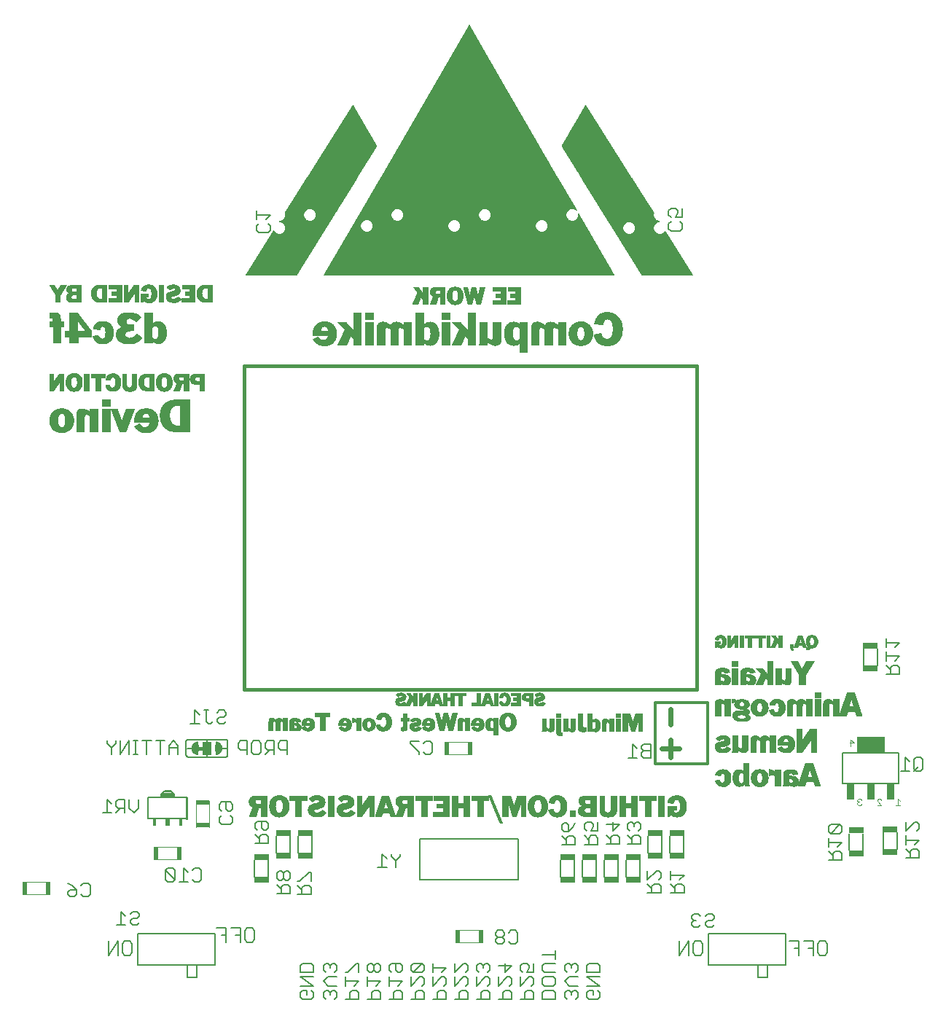
<source format=gbo>
G75*
%MOIN*%
%OFA0B0*%
%FSLAX25Y25*%
%IPPOS*%
%LPD*%
%AMOC8*
5,1,8,0,0,1.08239X$1,22.5*
%
%ADD10C,0.00500*%
%ADD11C,0.00600*%
%ADD12C,0.01600*%
%ADD13C,0.00400*%
%ADD14R,0.06299X0.01969*%
%ADD15R,0.01969X0.06299*%
%ADD16R,0.06900X0.02900*%
%ADD17R,0.04000X0.06000*%
%ADD18C,0.02400*%
%ADD19C,0.01200*%
%ADD20C,0.00800*%
%ADD21R,0.12600X0.07300*%
%ADD22R,0.03400X0.07300*%
%ADD23C,0.00787*%
%ADD24R,0.01800X0.03300*%
%ADD25R,0.02200X0.03300*%
%ADD26C,0.00100*%
D10*
X0148642Y0066042D02*
X0148642Y0067060D01*
X0149660Y0068077D01*
X0152713Y0068077D01*
X0152713Y0066042D01*
X0151695Y0065025D01*
X0149660Y0065025D01*
X0148642Y0066042D01*
X0150678Y0070112D02*
X0152713Y0068077D01*
X0154720Y0066042D02*
X0155737Y0065025D01*
X0157772Y0065025D01*
X0158790Y0066042D01*
X0158790Y0070112D01*
X0157772Y0071130D01*
X0155737Y0071130D01*
X0154720Y0070112D01*
X0150678Y0070112D02*
X0148642Y0071130D01*
X0173066Y0058124D02*
X0173066Y0052019D01*
X0171031Y0052019D02*
X0175102Y0052019D01*
X0177109Y0053036D02*
X0178126Y0052019D01*
X0180161Y0052019D01*
X0181179Y0053036D01*
X0180161Y0055071D02*
X0178126Y0055071D01*
X0177109Y0054054D01*
X0177109Y0053036D01*
X0175102Y0056089D02*
X0173066Y0058124D01*
X0177109Y0057106D02*
X0178126Y0058124D01*
X0180161Y0058124D01*
X0181179Y0057106D01*
X0181179Y0056089D01*
X0180161Y0055071D01*
X0180492Y0047981D02*
X0180492Y0033808D01*
X0203130Y0033808D01*
X0203130Y0028099D01*
X0207460Y0028099D01*
X0207460Y0033808D01*
X0215925Y0033808D01*
X0215925Y0047981D01*
X0180492Y0047981D01*
X0203130Y0033808D02*
X0207460Y0033808D01*
X0254958Y0033257D02*
X0254958Y0030204D01*
X0261063Y0030204D01*
X0261063Y0033257D01*
X0260046Y0034275D01*
X0255976Y0034275D01*
X0254958Y0033257D01*
X0265458Y0033257D02*
X0265458Y0031222D01*
X0266476Y0030204D01*
X0267493Y0028197D02*
X0265458Y0026162D01*
X0267493Y0024127D01*
X0271563Y0024127D01*
X0270546Y0022120D02*
X0269528Y0022120D01*
X0268511Y0021103D01*
X0267493Y0022120D01*
X0266476Y0022120D01*
X0265458Y0021103D01*
X0265458Y0019068D01*
X0266476Y0018050D01*
X0268511Y0020085D02*
X0268511Y0021103D01*
X0270546Y0022120D02*
X0271563Y0021103D01*
X0271563Y0019068D01*
X0270546Y0018050D01*
X0275458Y0018050D02*
X0281563Y0018050D01*
X0281563Y0021103D01*
X0280546Y0022120D01*
X0278511Y0022120D01*
X0277493Y0021103D01*
X0277493Y0018050D01*
X0285458Y0018050D02*
X0291563Y0018050D01*
X0291563Y0021103D01*
X0290546Y0022120D01*
X0288511Y0022120D01*
X0287493Y0021103D01*
X0287493Y0018050D01*
X0295458Y0018050D02*
X0301563Y0018050D01*
X0301563Y0021103D01*
X0300546Y0022120D01*
X0298511Y0022120D01*
X0297493Y0021103D01*
X0297493Y0018050D01*
X0305458Y0018050D02*
X0311563Y0018050D01*
X0311563Y0021103D01*
X0310546Y0022120D01*
X0308511Y0022120D01*
X0307493Y0021103D01*
X0307493Y0018050D01*
X0315458Y0018050D02*
X0321563Y0018050D01*
X0321563Y0021103D01*
X0320546Y0022120D01*
X0318511Y0022120D01*
X0317493Y0021103D01*
X0317493Y0018050D01*
X0325458Y0018050D02*
X0331563Y0018050D01*
X0331563Y0021103D01*
X0330546Y0022120D01*
X0328511Y0022120D01*
X0327493Y0021103D01*
X0327493Y0018050D01*
X0335458Y0018050D02*
X0341563Y0018050D01*
X0341563Y0021103D01*
X0340546Y0022120D01*
X0338511Y0022120D01*
X0337493Y0021103D01*
X0337493Y0018050D01*
X0345458Y0018050D02*
X0351563Y0018050D01*
X0351563Y0021103D01*
X0350546Y0022120D01*
X0348511Y0022120D01*
X0347493Y0021103D01*
X0347493Y0018050D01*
X0355458Y0018050D02*
X0361563Y0018050D01*
X0361563Y0021103D01*
X0360546Y0022120D01*
X0358511Y0022120D01*
X0357493Y0021103D01*
X0357493Y0018050D01*
X0365458Y0018050D02*
X0365458Y0021103D01*
X0366476Y0022120D01*
X0370546Y0022120D01*
X0371563Y0021103D01*
X0371563Y0018050D01*
X0365458Y0018050D01*
X0366476Y0024127D02*
X0365458Y0025145D01*
X0365458Y0027180D01*
X0366476Y0028197D01*
X0370546Y0028197D01*
X0371563Y0027180D01*
X0371563Y0025145D01*
X0370546Y0024127D01*
X0366476Y0024127D01*
X0361563Y0025145D02*
X0360546Y0024127D01*
X0361563Y0025145D02*
X0361563Y0027180D01*
X0360546Y0028197D01*
X0359528Y0028197D01*
X0355458Y0024127D01*
X0355458Y0028197D01*
X0356476Y0030204D02*
X0355458Y0031222D01*
X0355458Y0033257D01*
X0356476Y0034275D01*
X0358511Y0034275D01*
X0359528Y0033257D01*
X0359528Y0032239D01*
X0358511Y0030204D01*
X0361563Y0030204D01*
X0361563Y0034275D01*
X0365458Y0033257D02*
X0366476Y0034275D01*
X0371563Y0034275D01*
X0371563Y0036282D02*
X0371563Y0040352D01*
X0371563Y0038317D02*
X0365458Y0038317D01*
X0365458Y0033257D02*
X0365458Y0031222D01*
X0366476Y0030204D01*
X0371563Y0030204D01*
X0375958Y0031222D02*
X0375958Y0033257D01*
X0376976Y0034275D01*
X0377993Y0034275D01*
X0379011Y0033257D01*
X0379011Y0032239D01*
X0379011Y0033257D02*
X0380028Y0034275D01*
X0381046Y0034275D01*
X0382063Y0033257D01*
X0382063Y0031222D01*
X0381046Y0030204D01*
X0382063Y0028197D02*
X0377993Y0028197D01*
X0375958Y0026162D01*
X0377993Y0024127D01*
X0382063Y0024127D01*
X0381046Y0022120D02*
X0380028Y0022120D01*
X0379011Y0021103D01*
X0377993Y0022120D01*
X0376976Y0022120D01*
X0375958Y0021103D01*
X0375958Y0019068D01*
X0376976Y0018050D01*
X0379011Y0020085D02*
X0379011Y0021103D01*
X0381046Y0022120D02*
X0382063Y0021103D01*
X0382063Y0019068D01*
X0381046Y0018050D01*
X0385958Y0019068D02*
X0385958Y0021103D01*
X0386976Y0022120D01*
X0389011Y0022120D01*
X0389011Y0020085D01*
X0391046Y0018050D02*
X0392063Y0019068D01*
X0392063Y0021103D01*
X0391046Y0022120D01*
X0392063Y0024127D02*
X0385958Y0028197D01*
X0392063Y0028197D01*
X0392063Y0030204D02*
X0392063Y0033257D01*
X0391046Y0034275D01*
X0386976Y0034275D01*
X0385958Y0033257D01*
X0385958Y0030204D01*
X0392063Y0030204D01*
X0392063Y0024127D02*
X0385958Y0024127D01*
X0385958Y0019068D02*
X0386976Y0018050D01*
X0391046Y0018050D01*
X0376976Y0030204D02*
X0375958Y0031222D01*
X0354257Y0044398D02*
X0353240Y0043381D01*
X0351205Y0043381D01*
X0350187Y0044398D01*
X0348180Y0044398D02*
X0348180Y0045416D01*
X0347163Y0046433D01*
X0345128Y0046433D01*
X0344110Y0045416D01*
X0344110Y0044398D01*
X0345128Y0043381D01*
X0347163Y0043381D01*
X0348180Y0044398D01*
X0347163Y0046433D02*
X0348180Y0047451D01*
X0348180Y0048468D01*
X0347163Y0049486D01*
X0345128Y0049486D01*
X0344110Y0048468D01*
X0344110Y0047451D01*
X0345128Y0046433D01*
X0350187Y0048468D02*
X0351205Y0049486D01*
X0353240Y0049486D01*
X0354257Y0048468D01*
X0354257Y0044398D01*
X0351563Y0033257D02*
X0345458Y0033257D01*
X0348511Y0034275D02*
X0348511Y0030204D01*
X0351563Y0033257D01*
X0341563Y0033257D02*
X0341563Y0031222D01*
X0340546Y0030204D01*
X0340546Y0028197D02*
X0341563Y0027180D01*
X0341563Y0025145D01*
X0340546Y0024127D01*
X0340546Y0028197D02*
X0339528Y0028197D01*
X0335458Y0024127D01*
X0335458Y0028197D01*
X0336476Y0030204D02*
X0335458Y0031222D01*
X0335458Y0033257D01*
X0336476Y0034275D01*
X0337493Y0034275D01*
X0338511Y0033257D01*
X0338511Y0032239D01*
X0338511Y0033257D02*
X0339528Y0034275D01*
X0340546Y0034275D01*
X0341563Y0033257D01*
X0345458Y0028197D02*
X0345458Y0024127D01*
X0349528Y0028197D01*
X0350546Y0028197D01*
X0351563Y0027180D01*
X0351563Y0025145D01*
X0350546Y0024127D01*
X0331563Y0025145D02*
X0330546Y0024127D01*
X0331563Y0025145D02*
X0331563Y0027180D01*
X0330546Y0028197D01*
X0329528Y0028197D01*
X0325458Y0024127D01*
X0325458Y0028197D01*
X0325458Y0030204D02*
X0329528Y0034275D01*
X0330546Y0034275D01*
X0331563Y0033257D01*
X0331563Y0031222D01*
X0330546Y0030204D01*
X0325458Y0030204D02*
X0325458Y0034275D01*
X0321563Y0032239D02*
X0315458Y0032239D01*
X0315458Y0030204D02*
X0315458Y0034275D01*
X0311563Y0033257D02*
X0311563Y0031222D01*
X0310546Y0030204D01*
X0306476Y0030204D01*
X0310546Y0034275D01*
X0306476Y0034275D01*
X0305458Y0033257D01*
X0305458Y0031222D01*
X0306476Y0030204D01*
X0305458Y0028197D02*
X0305458Y0024127D01*
X0309528Y0028197D01*
X0310546Y0028197D01*
X0311563Y0027180D01*
X0311563Y0025145D01*
X0310546Y0024127D01*
X0315458Y0024127D02*
X0319528Y0028197D01*
X0320546Y0028197D01*
X0321563Y0027180D01*
X0321563Y0025145D01*
X0320546Y0024127D01*
X0315458Y0024127D02*
X0315458Y0028197D01*
X0319528Y0030204D02*
X0321563Y0032239D01*
X0311563Y0033257D02*
X0310546Y0034275D01*
X0301563Y0033257D02*
X0301563Y0031222D01*
X0300546Y0030204D01*
X0299528Y0030204D01*
X0298511Y0031222D01*
X0298511Y0034275D01*
X0296476Y0034275D02*
X0300546Y0034275D01*
X0301563Y0033257D01*
X0296476Y0034275D02*
X0295458Y0033257D01*
X0295458Y0031222D01*
X0296476Y0030204D01*
X0295458Y0028197D02*
X0295458Y0024127D01*
X0295458Y0026162D02*
X0301563Y0026162D01*
X0299528Y0024127D01*
X0291563Y0026162D02*
X0285458Y0026162D01*
X0285458Y0024127D02*
X0285458Y0028197D01*
X0286476Y0030204D02*
X0285458Y0031222D01*
X0285458Y0033257D01*
X0286476Y0034275D01*
X0287493Y0034275D01*
X0288511Y0033257D01*
X0288511Y0031222D01*
X0289528Y0030204D01*
X0290546Y0030204D01*
X0291563Y0031222D01*
X0291563Y0033257D01*
X0290546Y0034275D01*
X0289528Y0034275D01*
X0288511Y0033257D01*
X0288511Y0031222D02*
X0287493Y0030204D01*
X0286476Y0030204D01*
X0281563Y0030204D02*
X0281563Y0034275D01*
X0280546Y0034275D01*
X0276476Y0030204D01*
X0275458Y0030204D01*
X0275458Y0028197D02*
X0275458Y0024127D01*
X0275458Y0026162D02*
X0281563Y0026162D01*
X0279528Y0024127D01*
X0289528Y0024127D02*
X0291563Y0026162D01*
X0271563Y0028197D02*
X0267493Y0028197D01*
X0270546Y0030204D02*
X0271563Y0031222D01*
X0271563Y0033257D01*
X0270546Y0034275D01*
X0269528Y0034275D01*
X0268511Y0033257D01*
X0267493Y0034275D01*
X0266476Y0034275D01*
X0265458Y0033257D01*
X0268511Y0033257D02*
X0268511Y0032239D01*
X0261063Y0028197D02*
X0254958Y0028197D01*
X0261063Y0024127D01*
X0254958Y0024127D01*
X0255976Y0022120D02*
X0258011Y0022120D01*
X0258011Y0020085D01*
X0260046Y0018050D02*
X0255976Y0018050D01*
X0254958Y0019068D01*
X0254958Y0021103D01*
X0255976Y0022120D01*
X0260046Y0022120D02*
X0261063Y0021103D01*
X0261063Y0019068D01*
X0260046Y0018050D01*
X0259837Y0065966D02*
X0253732Y0065966D01*
X0255767Y0065966D02*
X0255767Y0069019D01*
X0256785Y0070037D01*
X0258820Y0070037D01*
X0259837Y0069019D01*
X0259837Y0065966D01*
X0255767Y0068002D02*
X0253732Y0070037D01*
X0253732Y0072044D02*
X0254750Y0072044D01*
X0258820Y0076114D01*
X0259837Y0076114D01*
X0259837Y0072044D01*
X0250231Y0073455D02*
X0250231Y0075490D01*
X0249214Y0076508D01*
X0248196Y0076508D01*
X0247179Y0075490D01*
X0247179Y0073455D01*
X0248196Y0072437D01*
X0249214Y0072437D01*
X0250231Y0073455D01*
X0247179Y0073455D02*
X0246161Y0072437D01*
X0245144Y0072437D01*
X0244126Y0073455D01*
X0244126Y0075490D01*
X0245144Y0076508D01*
X0246161Y0076508D01*
X0247179Y0075490D01*
X0247179Y0070430D02*
X0246161Y0069413D01*
X0246161Y0066360D01*
X0244126Y0066360D02*
X0250231Y0066360D01*
X0250231Y0069413D01*
X0249214Y0070430D01*
X0247179Y0070430D01*
X0246161Y0068395D02*
X0244126Y0070430D01*
X0240296Y0089192D02*
X0234191Y0089192D01*
X0236226Y0089192D02*
X0236226Y0092244D01*
X0237243Y0093262D01*
X0239278Y0093262D01*
X0240296Y0092244D01*
X0240296Y0089192D01*
X0236226Y0091227D02*
X0234191Y0093262D01*
X0235208Y0095269D02*
X0234191Y0096286D01*
X0234191Y0098322D01*
X0235208Y0099339D01*
X0239278Y0099339D01*
X0240296Y0098322D01*
X0240296Y0096286D01*
X0239278Y0095269D01*
X0238261Y0095269D01*
X0237243Y0096286D01*
X0237243Y0099339D01*
X0223987Y0099031D02*
X0222970Y0098014D01*
X0218899Y0098014D01*
X0217882Y0099031D01*
X0217882Y0101066D01*
X0218899Y0102084D01*
X0218899Y0104091D02*
X0217882Y0105108D01*
X0217882Y0107144D01*
X0218899Y0108161D01*
X0222970Y0108161D01*
X0223987Y0107144D01*
X0223987Y0105108D01*
X0222970Y0104091D01*
X0221952Y0104091D01*
X0220934Y0105108D01*
X0220934Y0108161D01*
X0222970Y0102084D02*
X0223987Y0101066D01*
X0223987Y0099031D01*
X0203271Y0100406D02*
X0203271Y0110249D01*
X0200515Y0110249D01*
X0203015Y0110324D02*
X0185417Y0110324D01*
X0185417Y0100623D01*
X0203015Y0100623D01*
X0203015Y0110324D01*
X0202878Y0100406D02*
X0203271Y0100406D01*
X0187523Y0110249D02*
X0185161Y0110249D01*
X0185161Y0100800D01*
X0185555Y0100800D01*
X0180824Y0105404D02*
X0178789Y0103369D01*
X0176754Y0105404D01*
X0176754Y0109474D01*
X0174747Y0109474D02*
X0171695Y0109474D01*
X0170677Y0108457D01*
X0170677Y0106422D01*
X0171695Y0105404D01*
X0174747Y0105404D01*
X0172712Y0105404D02*
X0170677Y0103369D01*
X0168670Y0103369D02*
X0164600Y0103369D01*
X0166635Y0103369D02*
X0166635Y0109474D01*
X0168670Y0107439D01*
X0174747Y0109474D02*
X0174747Y0103369D01*
X0180824Y0105404D02*
X0180824Y0109474D01*
X0180727Y0130050D02*
X0178692Y0130050D01*
X0179709Y0130050D02*
X0179709Y0136155D01*
X0178692Y0136155D02*
X0180727Y0136155D01*
X0182734Y0136155D02*
X0186804Y0136155D01*
X0188811Y0136155D02*
X0192881Y0136155D01*
X0190846Y0136155D02*
X0190846Y0130050D01*
X0194888Y0130050D02*
X0194888Y0134120D01*
X0196923Y0136155D01*
X0198958Y0134120D01*
X0198958Y0130050D01*
X0198958Y0133103D02*
X0194888Y0133103D01*
X0184769Y0130050D02*
X0184769Y0136155D01*
X0176675Y0136155D02*
X0176675Y0130050D01*
X0172605Y0130050D02*
X0172605Y0136155D01*
X0170598Y0136155D02*
X0170598Y0135138D01*
X0168563Y0133103D01*
X0168563Y0130050D01*
X0168563Y0133103D02*
X0166528Y0135138D01*
X0166528Y0136155D01*
X0172605Y0130050D02*
X0176675Y0136155D01*
X0204734Y0144050D02*
X0208804Y0144050D01*
X0206769Y0144050D02*
X0206769Y0150155D01*
X0208804Y0148120D01*
X0210811Y0150155D02*
X0212846Y0150155D01*
X0211828Y0150155D02*
X0211828Y0145068D01*
X0212846Y0144050D01*
X0213864Y0144050D01*
X0214881Y0145068D01*
X0216888Y0145068D02*
X0217906Y0144050D01*
X0219941Y0144050D01*
X0220958Y0145068D01*
X0219941Y0147103D02*
X0217906Y0147103D01*
X0216888Y0146085D01*
X0216888Y0145068D01*
X0219941Y0147103D02*
X0220958Y0148120D01*
X0220958Y0149138D01*
X0219941Y0150155D01*
X0217906Y0150155D01*
X0216888Y0149138D01*
X0216457Y0130062D02*
X0216209Y0132800D01*
X0216209Y0132800D01*
X0216457Y0135538D01*
X0216458Y0135539D01*
X0216561Y0135527D01*
X0216665Y0135512D01*
X0216767Y0135493D01*
X0216869Y0135469D01*
X0216970Y0135442D01*
X0217069Y0135412D01*
X0217168Y0135377D01*
X0217265Y0135339D01*
X0217360Y0135297D01*
X0217454Y0135251D01*
X0217546Y0135202D01*
X0217637Y0135150D01*
X0217725Y0135094D01*
X0217811Y0135035D01*
X0217894Y0134972D01*
X0217975Y0134907D01*
X0218054Y0134838D01*
X0218130Y0134767D01*
X0218203Y0134692D01*
X0218274Y0134615D01*
X0218341Y0134536D01*
X0218405Y0134453D01*
X0218467Y0134369D01*
X0218524Y0134282D01*
X0218579Y0134193D01*
X0218630Y0134102D01*
X0218678Y0134009D01*
X0218722Y0133915D01*
X0218762Y0133819D01*
X0218799Y0133721D01*
X0218832Y0133622D01*
X0218862Y0133522D01*
X0218887Y0133421D01*
X0218909Y0133319D01*
X0218926Y0133216D01*
X0218940Y0133112D01*
X0218950Y0133009D01*
X0218956Y0132904D01*
X0218958Y0132800D01*
X0218956Y0132696D01*
X0218950Y0132591D01*
X0218940Y0132488D01*
X0218926Y0132384D01*
X0218909Y0132281D01*
X0218887Y0132179D01*
X0218862Y0132078D01*
X0218832Y0131978D01*
X0218799Y0131879D01*
X0218762Y0131781D01*
X0218722Y0131685D01*
X0218678Y0131591D01*
X0218630Y0131498D01*
X0218579Y0131407D01*
X0218524Y0131318D01*
X0218467Y0131231D01*
X0218405Y0131147D01*
X0218341Y0131064D01*
X0218274Y0130985D01*
X0218203Y0130908D01*
X0218130Y0130833D01*
X0218054Y0130762D01*
X0217975Y0130693D01*
X0217894Y0130628D01*
X0217811Y0130565D01*
X0217725Y0130506D01*
X0217637Y0130450D01*
X0217546Y0130398D01*
X0217454Y0130349D01*
X0217360Y0130303D01*
X0217265Y0130261D01*
X0217168Y0130223D01*
X0217069Y0130188D01*
X0216970Y0130158D01*
X0216869Y0130131D01*
X0216767Y0130107D01*
X0216665Y0130088D01*
X0216561Y0130073D01*
X0216458Y0130061D01*
X0216457Y0130538D01*
X0216552Y0130550D01*
X0216645Y0130566D01*
X0216738Y0130587D01*
X0216830Y0130611D01*
X0216921Y0130639D01*
X0217010Y0130670D01*
X0217099Y0130705D01*
X0217185Y0130744D01*
X0217270Y0130787D01*
X0217353Y0130833D01*
X0217434Y0130883D01*
X0217513Y0130935D01*
X0217590Y0130992D01*
X0217664Y0131051D01*
X0217736Y0131113D01*
X0217805Y0131178D01*
X0217871Y0131246D01*
X0217935Y0131317D01*
X0217995Y0131390D01*
X0218052Y0131466D01*
X0218106Y0131544D01*
X0218157Y0131625D01*
X0218204Y0131707D01*
X0218248Y0131791D01*
X0218289Y0131877D01*
X0218325Y0131965D01*
X0218358Y0132054D01*
X0218388Y0132144D01*
X0218413Y0132236D01*
X0218435Y0132328D01*
X0218452Y0132422D01*
X0218466Y0132516D01*
X0218476Y0132610D01*
X0218482Y0132705D01*
X0218484Y0132800D01*
X0218482Y0132895D01*
X0218476Y0132990D01*
X0218466Y0133084D01*
X0218452Y0133178D01*
X0218435Y0133272D01*
X0218413Y0133364D01*
X0218388Y0133456D01*
X0218358Y0133546D01*
X0218325Y0133635D01*
X0218289Y0133723D01*
X0218248Y0133809D01*
X0218204Y0133893D01*
X0218157Y0133975D01*
X0218106Y0134056D01*
X0218052Y0134134D01*
X0217995Y0134210D01*
X0217935Y0134283D01*
X0217871Y0134354D01*
X0217805Y0134422D01*
X0217736Y0134487D01*
X0217664Y0134549D01*
X0217590Y0134608D01*
X0217513Y0134665D01*
X0217434Y0134717D01*
X0217353Y0134767D01*
X0217270Y0134813D01*
X0217185Y0134856D01*
X0217099Y0134895D01*
X0217010Y0134930D01*
X0216921Y0134961D01*
X0216830Y0134989D01*
X0216738Y0135013D01*
X0216645Y0135034D01*
X0216552Y0135050D01*
X0216457Y0135062D01*
X0216457Y0134585D01*
X0216539Y0134571D01*
X0216621Y0134554D01*
X0216701Y0134533D01*
X0216781Y0134509D01*
X0216859Y0134480D01*
X0216936Y0134448D01*
X0217011Y0134413D01*
X0217085Y0134374D01*
X0217157Y0134332D01*
X0217227Y0134287D01*
X0217294Y0134238D01*
X0217359Y0134186D01*
X0217422Y0134132D01*
X0217482Y0134074D01*
X0217540Y0134014D01*
X0217594Y0133951D01*
X0217646Y0133886D01*
X0217695Y0133818D01*
X0217740Y0133749D01*
X0217782Y0133677D01*
X0217821Y0133603D01*
X0217856Y0133528D01*
X0217888Y0133451D01*
X0217917Y0133373D01*
X0217941Y0133293D01*
X0217962Y0133213D01*
X0217979Y0133131D01*
X0217993Y0133049D01*
X0218002Y0132966D01*
X0218008Y0132883D01*
X0218010Y0132800D01*
X0218008Y0132717D01*
X0218002Y0132634D01*
X0217993Y0132551D01*
X0217979Y0132469D01*
X0217962Y0132387D01*
X0217941Y0132307D01*
X0217917Y0132227D01*
X0217888Y0132149D01*
X0217856Y0132072D01*
X0217821Y0131997D01*
X0217782Y0131923D01*
X0217740Y0131851D01*
X0217695Y0131782D01*
X0217646Y0131714D01*
X0217594Y0131649D01*
X0217540Y0131586D01*
X0217482Y0131526D01*
X0217422Y0131468D01*
X0217359Y0131414D01*
X0217294Y0131362D01*
X0217227Y0131313D01*
X0217157Y0131268D01*
X0217085Y0131226D01*
X0217011Y0131187D01*
X0216936Y0131152D01*
X0216859Y0131120D01*
X0216781Y0131091D01*
X0216701Y0131067D01*
X0216621Y0131046D01*
X0216539Y0131029D01*
X0216457Y0131015D01*
X0216457Y0131495D01*
X0216527Y0131511D01*
X0216596Y0131530D01*
X0216664Y0131553D01*
X0216731Y0131579D01*
X0216797Y0131610D01*
X0216860Y0131643D01*
X0216922Y0131680D01*
X0216982Y0131721D01*
X0217039Y0131764D01*
X0217094Y0131811D01*
X0217146Y0131860D01*
X0217196Y0131912D01*
X0217243Y0131967D01*
X0217286Y0132025D01*
X0217327Y0132084D01*
X0217364Y0132146D01*
X0217397Y0132209D01*
X0217428Y0132275D01*
X0217454Y0132342D01*
X0217477Y0132410D01*
X0217497Y0132479D01*
X0217512Y0132550D01*
X0217524Y0132621D01*
X0217532Y0132692D01*
X0217536Y0132764D01*
X0217536Y0132836D01*
X0217532Y0132908D01*
X0217524Y0132979D01*
X0217512Y0133050D01*
X0217497Y0133121D01*
X0217477Y0133190D01*
X0217454Y0133258D01*
X0217428Y0133325D01*
X0217397Y0133391D01*
X0217364Y0133454D01*
X0217327Y0133516D01*
X0217286Y0133575D01*
X0217243Y0133633D01*
X0217196Y0133688D01*
X0217146Y0133740D01*
X0217094Y0133789D01*
X0217039Y0133836D01*
X0216982Y0133879D01*
X0216922Y0133920D01*
X0216860Y0133957D01*
X0216797Y0133990D01*
X0216731Y0134021D01*
X0216664Y0134047D01*
X0216596Y0134070D01*
X0216527Y0134089D01*
X0216457Y0134105D01*
X0216454Y0133618D01*
X0216509Y0133599D01*
X0216562Y0133577D01*
X0216613Y0133552D01*
X0216663Y0133523D01*
X0216710Y0133491D01*
X0216756Y0133455D01*
X0216799Y0133417D01*
X0216839Y0133376D01*
X0216876Y0133332D01*
X0216910Y0133286D01*
X0216941Y0133238D01*
X0216969Y0133187D01*
X0216993Y0133135D01*
X0217014Y0133082D01*
X0217031Y0133027D01*
X0217045Y0132971D01*
X0217054Y0132915D01*
X0217060Y0132857D01*
X0217062Y0132800D01*
X0217060Y0132743D01*
X0217054Y0132685D01*
X0217045Y0132629D01*
X0217031Y0132573D01*
X0217014Y0132518D01*
X0216993Y0132465D01*
X0216969Y0132413D01*
X0216941Y0132362D01*
X0216910Y0132314D01*
X0216876Y0132268D01*
X0216839Y0132224D01*
X0216799Y0132183D01*
X0216756Y0132145D01*
X0216710Y0132109D01*
X0216663Y0132077D01*
X0216613Y0132048D01*
X0216562Y0132023D01*
X0216509Y0132001D01*
X0216454Y0131982D01*
X0216440Y0132499D01*
X0216468Y0132523D01*
X0216494Y0132549D01*
X0216516Y0132578D01*
X0216536Y0132608D01*
X0216553Y0132641D01*
X0216567Y0132675D01*
X0216577Y0132710D01*
X0216584Y0132745D01*
X0216588Y0132782D01*
X0216588Y0132818D01*
X0216584Y0132855D01*
X0216577Y0132890D01*
X0216567Y0132925D01*
X0216553Y0132959D01*
X0216536Y0132992D01*
X0216516Y0133022D01*
X0216494Y0133051D01*
X0216468Y0133077D01*
X0216440Y0133101D01*
X0207959Y0135538D02*
X0208207Y0132800D01*
X0208207Y0132800D01*
X0207959Y0130062D01*
X0207958Y0130061D01*
X0207855Y0130073D01*
X0207751Y0130088D01*
X0207649Y0130107D01*
X0207547Y0130131D01*
X0207446Y0130158D01*
X0207347Y0130188D01*
X0207248Y0130223D01*
X0207151Y0130261D01*
X0207056Y0130303D01*
X0206962Y0130349D01*
X0206870Y0130398D01*
X0206779Y0130450D01*
X0206691Y0130506D01*
X0206605Y0130565D01*
X0206522Y0130628D01*
X0206441Y0130693D01*
X0206362Y0130762D01*
X0206286Y0130833D01*
X0206213Y0130908D01*
X0206142Y0130985D01*
X0206075Y0131064D01*
X0206011Y0131147D01*
X0205949Y0131231D01*
X0205892Y0131318D01*
X0205837Y0131407D01*
X0205786Y0131498D01*
X0205738Y0131591D01*
X0205694Y0131685D01*
X0205654Y0131781D01*
X0205617Y0131879D01*
X0205584Y0131978D01*
X0205554Y0132078D01*
X0205529Y0132179D01*
X0205507Y0132281D01*
X0205490Y0132384D01*
X0205476Y0132488D01*
X0205466Y0132591D01*
X0205460Y0132696D01*
X0205458Y0132800D01*
X0205460Y0132904D01*
X0205466Y0133009D01*
X0205476Y0133112D01*
X0205490Y0133216D01*
X0205507Y0133319D01*
X0205529Y0133421D01*
X0205554Y0133522D01*
X0205584Y0133622D01*
X0205617Y0133721D01*
X0205654Y0133819D01*
X0205694Y0133915D01*
X0205738Y0134009D01*
X0205786Y0134102D01*
X0205837Y0134193D01*
X0205892Y0134282D01*
X0205949Y0134369D01*
X0206011Y0134453D01*
X0206075Y0134536D01*
X0206142Y0134615D01*
X0206213Y0134692D01*
X0206286Y0134767D01*
X0206362Y0134838D01*
X0206441Y0134907D01*
X0206522Y0134972D01*
X0206605Y0135035D01*
X0206691Y0135094D01*
X0206779Y0135150D01*
X0206870Y0135202D01*
X0206962Y0135251D01*
X0207056Y0135297D01*
X0207151Y0135339D01*
X0207248Y0135377D01*
X0207347Y0135412D01*
X0207446Y0135442D01*
X0207547Y0135469D01*
X0207649Y0135493D01*
X0207751Y0135512D01*
X0207855Y0135527D01*
X0207958Y0135539D01*
X0207959Y0135062D01*
X0207864Y0135050D01*
X0207771Y0135034D01*
X0207678Y0135013D01*
X0207586Y0134989D01*
X0207495Y0134961D01*
X0207406Y0134930D01*
X0207317Y0134895D01*
X0207231Y0134856D01*
X0207146Y0134813D01*
X0207063Y0134767D01*
X0206982Y0134717D01*
X0206903Y0134665D01*
X0206826Y0134608D01*
X0206752Y0134549D01*
X0206680Y0134487D01*
X0206611Y0134422D01*
X0206545Y0134354D01*
X0206481Y0134283D01*
X0206421Y0134210D01*
X0206364Y0134134D01*
X0206310Y0134056D01*
X0206259Y0133975D01*
X0206212Y0133893D01*
X0206168Y0133809D01*
X0206127Y0133723D01*
X0206091Y0133635D01*
X0206058Y0133546D01*
X0206028Y0133456D01*
X0206003Y0133364D01*
X0205981Y0133272D01*
X0205964Y0133178D01*
X0205950Y0133084D01*
X0205940Y0132990D01*
X0205934Y0132895D01*
X0205932Y0132800D01*
X0205934Y0132705D01*
X0205940Y0132610D01*
X0205950Y0132516D01*
X0205964Y0132422D01*
X0205981Y0132328D01*
X0206003Y0132236D01*
X0206028Y0132144D01*
X0206058Y0132054D01*
X0206091Y0131965D01*
X0206127Y0131877D01*
X0206168Y0131791D01*
X0206212Y0131707D01*
X0206259Y0131625D01*
X0206310Y0131544D01*
X0206364Y0131466D01*
X0206421Y0131390D01*
X0206481Y0131317D01*
X0206545Y0131246D01*
X0206611Y0131178D01*
X0206680Y0131113D01*
X0206752Y0131051D01*
X0206826Y0130992D01*
X0206903Y0130935D01*
X0206982Y0130883D01*
X0207063Y0130833D01*
X0207146Y0130787D01*
X0207231Y0130744D01*
X0207317Y0130705D01*
X0207406Y0130670D01*
X0207495Y0130639D01*
X0207586Y0130611D01*
X0207678Y0130587D01*
X0207771Y0130566D01*
X0207864Y0130550D01*
X0207959Y0130538D01*
X0207959Y0131015D01*
X0207877Y0131029D01*
X0207795Y0131046D01*
X0207715Y0131067D01*
X0207635Y0131091D01*
X0207557Y0131120D01*
X0207480Y0131152D01*
X0207405Y0131187D01*
X0207331Y0131226D01*
X0207259Y0131268D01*
X0207189Y0131313D01*
X0207122Y0131362D01*
X0207057Y0131414D01*
X0206994Y0131468D01*
X0206934Y0131526D01*
X0206876Y0131586D01*
X0206822Y0131649D01*
X0206770Y0131714D01*
X0206721Y0131782D01*
X0206676Y0131851D01*
X0206634Y0131923D01*
X0206595Y0131997D01*
X0206560Y0132072D01*
X0206528Y0132149D01*
X0206499Y0132227D01*
X0206475Y0132307D01*
X0206454Y0132387D01*
X0206437Y0132469D01*
X0206423Y0132551D01*
X0206414Y0132634D01*
X0206408Y0132717D01*
X0206406Y0132800D01*
X0206408Y0132883D01*
X0206414Y0132966D01*
X0206423Y0133049D01*
X0206437Y0133131D01*
X0206454Y0133213D01*
X0206475Y0133293D01*
X0206499Y0133373D01*
X0206528Y0133451D01*
X0206560Y0133528D01*
X0206595Y0133603D01*
X0206634Y0133677D01*
X0206676Y0133749D01*
X0206721Y0133818D01*
X0206770Y0133886D01*
X0206822Y0133951D01*
X0206876Y0134014D01*
X0206934Y0134074D01*
X0206994Y0134132D01*
X0207057Y0134186D01*
X0207122Y0134238D01*
X0207189Y0134287D01*
X0207259Y0134332D01*
X0207331Y0134374D01*
X0207405Y0134413D01*
X0207480Y0134448D01*
X0207557Y0134480D01*
X0207635Y0134509D01*
X0207715Y0134533D01*
X0207795Y0134554D01*
X0207877Y0134571D01*
X0207959Y0134585D01*
X0207959Y0134105D01*
X0207889Y0134089D01*
X0207820Y0134070D01*
X0207752Y0134047D01*
X0207685Y0134021D01*
X0207619Y0133990D01*
X0207556Y0133957D01*
X0207494Y0133920D01*
X0207434Y0133879D01*
X0207377Y0133836D01*
X0207322Y0133789D01*
X0207270Y0133740D01*
X0207220Y0133688D01*
X0207173Y0133633D01*
X0207130Y0133575D01*
X0207089Y0133516D01*
X0207052Y0133454D01*
X0207019Y0133391D01*
X0206988Y0133325D01*
X0206962Y0133258D01*
X0206939Y0133190D01*
X0206919Y0133121D01*
X0206904Y0133050D01*
X0206892Y0132979D01*
X0206884Y0132908D01*
X0206880Y0132836D01*
X0206880Y0132764D01*
X0206884Y0132692D01*
X0206892Y0132621D01*
X0206904Y0132550D01*
X0206919Y0132479D01*
X0206939Y0132410D01*
X0206962Y0132342D01*
X0206988Y0132275D01*
X0207019Y0132209D01*
X0207052Y0132146D01*
X0207089Y0132084D01*
X0207130Y0132025D01*
X0207173Y0131967D01*
X0207220Y0131912D01*
X0207270Y0131860D01*
X0207322Y0131811D01*
X0207377Y0131764D01*
X0207434Y0131721D01*
X0207494Y0131680D01*
X0207556Y0131643D01*
X0207619Y0131610D01*
X0207685Y0131579D01*
X0207752Y0131553D01*
X0207820Y0131530D01*
X0207889Y0131511D01*
X0207959Y0131495D01*
X0207962Y0131982D01*
X0207907Y0132001D01*
X0207854Y0132023D01*
X0207803Y0132048D01*
X0207753Y0132077D01*
X0207706Y0132109D01*
X0207660Y0132145D01*
X0207617Y0132183D01*
X0207577Y0132224D01*
X0207540Y0132268D01*
X0207506Y0132314D01*
X0207475Y0132362D01*
X0207447Y0132413D01*
X0207423Y0132465D01*
X0207402Y0132518D01*
X0207385Y0132573D01*
X0207371Y0132629D01*
X0207362Y0132685D01*
X0207356Y0132743D01*
X0207354Y0132800D01*
X0207356Y0132857D01*
X0207362Y0132915D01*
X0207371Y0132971D01*
X0207385Y0133027D01*
X0207402Y0133082D01*
X0207423Y0133135D01*
X0207447Y0133187D01*
X0207475Y0133238D01*
X0207506Y0133286D01*
X0207540Y0133332D01*
X0207577Y0133376D01*
X0207617Y0133417D01*
X0207660Y0133455D01*
X0207706Y0133491D01*
X0207753Y0133523D01*
X0207803Y0133552D01*
X0207854Y0133577D01*
X0207907Y0133599D01*
X0207962Y0133618D01*
X0207976Y0133101D01*
X0207948Y0133077D01*
X0207922Y0133051D01*
X0207900Y0133022D01*
X0207880Y0132992D01*
X0207863Y0132959D01*
X0207849Y0132925D01*
X0207839Y0132890D01*
X0207832Y0132855D01*
X0207828Y0132818D01*
X0207828Y0132782D01*
X0207832Y0132745D01*
X0207839Y0132710D01*
X0207849Y0132675D01*
X0207863Y0132641D01*
X0207880Y0132608D01*
X0207900Y0132578D01*
X0207922Y0132549D01*
X0207948Y0132523D01*
X0207976Y0132499D01*
X0226657Y0133103D02*
X0227674Y0132085D01*
X0230727Y0132085D01*
X0230727Y0130050D02*
X0230727Y0136155D01*
X0227674Y0136155D01*
X0226657Y0135138D01*
X0226657Y0133103D01*
X0232734Y0135138D02*
X0233751Y0136155D01*
X0235786Y0136155D01*
X0236804Y0135138D01*
X0236804Y0131068D01*
X0235786Y0130050D01*
X0233751Y0130050D01*
X0232734Y0131068D01*
X0232734Y0135138D01*
X0238811Y0135138D02*
X0238811Y0133103D01*
X0239828Y0132085D01*
X0242881Y0132085D01*
X0240846Y0132085D02*
X0238811Y0130050D01*
X0242881Y0130050D02*
X0242881Y0136155D01*
X0239828Y0136155D01*
X0238811Y0135138D01*
X0244888Y0135138D02*
X0244888Y0133103D01*
X0245906Y0132085D01*
X0248958Y0132085D01*
X0248958Y0130050D02*
X0248958Y0136155D01*
X0245906Y0136155D01*
X0244888Y0135138D01*
X0305209Y0134986D02*
X0309280Y0130916D01*
X0309280Y0129899D01*
X0311287Y0130916D02*
X0312304Y0129899D01*
X0314339Y0129899D01*
X0315357Y0130916D01*
X0315357Y0134986D01*
X0314339Y0136004D01*
X0312304Y0136004D01*
X0311287Y0134986D01*
X0309280Y0136004D02*
X0305209Y0136004D01*
X0305209Y0134986D01*
X0309724Y0091233D02*
X0309724Y0072729D01*
X0354606Y0072729D01*
X0354606Y0091233D01*
X0309724Y0091233D01*
X0300526Y0084288D02*
X0300526Y0083270D01*
X0298491Y0081235D01*
X0298491Y0078182D01*
X0298491Y0081235D02*
X0296456Y0083270D01*
X0296456Y0084288D01*
X0294449Y0082252D02*
X0292414Y0084288D01*
X0292414Y0078182D01*
X0294449Y0078182D02*
X0290379Y0078182D01*
X0209615Y0076845D02*
X0209615Y0072775D01*
X0208598Y0071757D01*
X0206562Y0071757D01*
X0205545Y0072775D01*
X0203538Y0071757D02*
X0199468Y0071757D01*
X0201503Y0071757D02*
X0201503Y0077862D01*
X0203538Y0075827D01*
X0205545Y0076845D02*
X0206562Y0077862D01*
X0208598Y0077862D01*
X0209615Y0076845D01*
X0197461Y0076845D02*
X0197461Y0072775D01*
X0193391Y0076845D01*
X0193391Y0072775D01*
X0194408Y0071757D01*
X0196443Y0071757D01*
X0197461Y0072775D01*
X0197461Y0076845D02*
X0196443Y0077862D01*
X0194408Y0077862D01*
X0193391Y0076845D01*
X0374584Y0088546D02*
X0380689Y0088546D01*
X0380689Y0091599D01*
X0379672Y0092616D01*
X0377637Y0092616D01*
X0376619Y0091599D01*
X0376619Y0088546D01*
X0376619Y0090581D02*
X0374584Y0092616D01*
X0375602Y0094623D02*
X0374584Y0095641D01*
X0374584Y0097676D01*
X0375602Y0098693D01*
X0376619Y0098693D01*
X0377637Y0097676D01*
X0377637Y0094623D01*
X0375602Y0094623D01*
X0377637Y0094623D02*
X0379672Y0096658D01*
X0380689Y0098693D01*
X0384978Y0097888D02*
X0384978Y0095853D01*
X0385995Y0094836D01*
X0388031Y0094836D02*
X0389048Y0096871D01*
X0389048Y0097888D01*
X0388031Y0098906D01*
X0385995Y0098906D01*
X0384978Y0097888D01*
X0388031Y0094836D02*
X0391083Y0094836D01*
X0391083Y0098906D01*
X0394978Y0098109D02*
X0401083Y0098109D01*
X0398031Y0095056D01*
X0398031Y0099126D01*
X0398031Y0093049D02*
X0397013Y0092032D01*
X0397013Y0088979D01*
X0394978Y0088979D02*
X0401083Y0088979D01*
X0401083Y0092032D01*
X0400066Y0093049D01*
X0398031Y0093049D01*
X0397013Y0091014D02*
X0394978Y0093049D01*
X0391083Y0091811D02*
X0391083Y0088759D01*
X0384978Y0088759D01*
X0387013Y0088759D02*
X0387013Y0091811D01*
X0388031Y0092829D01*
X0390066Y0092829D01*
X0391083Y0091811D01*
X0387013Y0090794D02*
X0384978Y0092829D01*
X0404584Y0093049D02*
X0406619Y0091014D01*
X0406619Y0092032D02*
X0406619Y0088979D01*
X0404584Y0088979D02*
X0410689Y0088979D01*
X0410689Y0092032D01*
X0409672Y0093049D01*
X0407637Y0093049D01*
X0406619Y0092032D01*
X0405602Y0095056D02*
X0404584Y0096074D01*
X0404584Y0098109D01*
X0405602Y0099126D01*
X0406619Y0099126D01*
X0407637Y0098109D01*
X0407637Y0097091D01*
X0407637Y0098109D02*
X0408654Y0099126D01*
X0409672Y0099126D01*
X0410689Y0098109D01*
X0410689Y0096074D01*
X0409672Y0095056D01*
X0413732Y0076689D02*
X0413732Y0072618D01*
X0417802Y0076689D01*
X0418820Y0076689D01*
X0419837Y0075671D01*
X0419837Y0073636D01*
X0418820Y0072618D01*
X0418820Y0070611D02*
X0416785Y0070611D01*
X0415767Y0069594D01*
X0415767Y0066541D01*
X0413732Y0066541D02*
X0419837Y0066541D01*
X0419837Y0069594D01*
X0418820Y0070611D01*
X0415767Y0068576D02*
X0413732Y0070611D01*
X0424339Y0070643D02*
X0426374Y0068608D01*
X0426374Y0069625D02*
X0426374Y0066573D01*
X0424339Y0066573D02*
X0430444Y0066573D01*
X0430444Y0069625D01*
X0429426Y0070643D01*
X0427391Y0070643D01*
X0426374Y0069625D01*
X0428409Y0072650D02*
X0430444Y0074685D01*
X0424339Y0074685D01*
X0424339Y0072650D02*
X0424339Y0076720D01*
X0435049Y0057124D02*
X0434031Y0056106D01*
X0434031Y0055089D01*
X0435049Y0054071D01*
X0434031Y0053054D01*
X0434031Y0052036D01*
X0435049Y0051019D01*
X0437084Y0051019D01*
X0438102Y0052036D01*
X0440109Y0052036D02*
X0441126Y0051019D01*
X0443161Y0051019D01*
X0444179Y0052036D01*
X0443161Y0054071D02*
X0441126Y0054071D01*
X0440109Y0053054D01*
X0440109Y0052036D01*
X0443161Y0054071D02*
X0444179Y0055089D01*
X0444179Y0056106D01*
X0443161Y0057124D01*
X0441126Y0057124D01*
X0440109Y0056106D01*
X0438102Y0056106D02*
X0437084Y0057124D01*
X0435049Y0057124D01*
X0435049Y0054071D02*
X0436066Y0054071D01*
X0441492Y0047981D02*
X0441492Y0033808D01*
X0464130Y0033808D01*
X0464130Y0028099D01*
X0468460Y0028099D01*
X0468460Y0033808D01*
X0476925Y0033808D01*
X0476925Y0047981D01*
X0441492Y0047981D01*
X0464130Y0033808D02*
X0468460Y0033808D01*
X0496529Y0081641D02*
X0502634Y0081641D01*
X0502634Y0084693D01*
X0501617Y0085711D01*
X0499582Y0085711D01*
X0498564Y0084693D01*
X0498564Y0081641D01*
X0498564Y0083676D02*
X0496529Y0085711D01*
X0496529Y0087718D02*
X0496529Y0091788D01*
X0496529Y0089753D02*
X0502634Y0089753D01*
X0500599Y0087718D01*
X0501617Y0093795D02*
X0497547Y0093795D01*
X0501617Y0097865D01*
X0497547Y0097865D01*
X0496529Y0096848D01*
X0496529Y0094812D01*
X0497547Y0093795D01*
X0501617Y0093795D02*
X0502634Y0094812D01*
X0502634Y0096848D01*
X0501617Y0097865D01*
X0531986Y0098897D02*
X0531986Y0094826D01*
X0536056Y0098897D01*
X0537073Y0098897D01*
X0538091Y0097879D01*
X0538091Y0095844D01*
X0537073Y0094826D01*
X0538091Y0090784D02*
X0531986Y0090784D01*
X0531986Y0088749D02*
X0531986Y0092819D01*
X0536056Y0088749D02*
X0538091Y0090784D01*
X0537073Y0086742D02*
X0535038Y0086742D01*
X0534021Y0085725D01*
X0534021Y0082672D01*
X0534021Y0084707D02*
X0531986Y0086742D01*
X0531986Y0082672D02*
X0538091Y0082672D01*
X0538091Y0085725D01*
X0537073Y0086742D01*
X0536717Y0122439D02*
X0538752Y0122439D01*
X0539769Y0123457D01*
X0539769Y0127527D01*
X0538752Y0128544D01*
X0536717Y0128544D01*
X0535699Y0127527D01*
X0535699Y0123457D01*
X0536717Y0122439D01*
X0535699Y0122439D02*
X0537734Y0124474D01*
X0533692Y0122439D02*
X0529622Y0122439D01*
X0531657Y0122439D02*
X0531657Y0128544D01*
X0533692Y0126509D01*
X0528993Y0166715D02*
X0522888Y0166715D01*
X0524923Y0166715D02*
X0524923Y0169768D01*
X0525941Y0170785D01*
X0527976Y0170785D01*
X0528993Y0169768D01*
X0528993Y0166715D01*
X0524923Y0168750D02*
X0522888Y0170785D01*
X0522888Y0172793D02*
X0522888Y0176863D01*
X0522888Y0178870D02*
X0522888Y0182940D01*
X0522888Y0180905D02*
X0528993Y0180905D01*
X0526958Y0178870D01*
X0528993Y0174828D02*
X0522888Y0174828D01*
X0526958Y0172793D02*
X0528993Y0174828D01*
X0415113Y0134555D02*
X0415113Y0128450D01*
X0412060Y0128450D01*
X0411043Y0129468D01*
X0411043Y0130485D01*
X0412060Y0131503D01*
X0415113Y0131503D01*
X0415113Y0134555D02*
X0412060Y0134555D01*
X0411043Y0133538D01*
X0411043Y0132520D01*
X0412060Y0131503D01*
X0409035Y0132520D02*
X0407000Y0134555D01*
X0407000Y0128450D01*
X0409035Y0128450D02*
X0404965Y0128450D01*
X0374914Y0349825D02*
X0370844Y0349825D01*
X0369827Y0350842D01*
X0369827Y0352877D01*
X0370844Y0353895D01*
X0372879Y0355902D02*
X0372879Y0359972D01*
X0369827Y0358955D02*
X0375932Y0358955D01*
X0372879Y0355902D01*
X0374914Y0353895D02*
X0375932Y0352877D01*
X0375932Y0350842D01*
X0374914Y0349825D01*
X0335538Y0350842D02*
X0334521Y0349825D01*
X0330451Y0349825D01*
X0329433Y0350842D01*
X0329433Y0352877D01*
X0330451Y0353895D01*
X0330451Y0355902D02*
X0329433Y0356919D01*
X0329433Y0358955D01*
X0330451Y0359972D01*
X0331468Y0359972D01*
X0332486Y0358955D01*
X0332486Y0357937D01*
X0332486Y0358955D02*
X0333503Y0359972D01*
X0334521Y0359972D01*
X0335538Y0358955D01*
X0335538Y0356919D01*
X0334521Y0355902D01*
X0334521Y0353895D02*
X0335538Y0352877D01*
X0335538Y0350842D01*
X0295538Y0350842D02*
X0294521Y0349825D01*
X0290451Y0349825D01*
X0289433Y0350842D01*
X0289433Y0352877D01*
X0290451Y0353895D01*
X0289433Y0355902D02*
X0293503Y0359972D01*
X0294521Y0359972D01*
X0295538Y0358955D01*
X0295538Y0356919D01*
X0294521Y0355902D01*
X0294521Y0353895D02*
X0295538Y0352877D01*
X0295538Y0350842D01*
X0289433Y0355902D02*
X0289433Y0359972D01*
X0241145Y0369630D02*
X0240127Y0368612D01*
X0236057Y0368612D01*
X0235039Y0369630D01*
X0235039Y0371665D01*
X0236057Y0372682D01*
X0235039Y0374689D02*
X0235039Y0378759D01*
X0235039Y0376724D02*
X0241145Y0376724D01*
X0239110Y0374689D01*
X0240127Y0372682D02*
X0241145Y0371665D01*
X0241145Y0369630D01*
X0423433Y0370449D02*
X0423433Y0372484D01*
X0424451Y0373501D01*
X0424451Y0375508D02*
X0423433Y0376526D01*
X0423433Y0378561D01*
X0424451Y0379578D01*
X0426486Y0379578D01*
X0427503Y0378561D01*
X0427503Y0377543D01*
X0426486Y0375508D01*
X0429538Y0375508D01*
X0429538Y0379578D01*
X0428521Y0373501D02*
X0429538Y0372484D01*
X0429538Y0370449D01*
X0428521Y0369431D01*
X0424451Y0369431D01*
X0423433Y0370449D01*
D11*
X0512438Y0178215D02*
X0512438Y0170665D01*
X0518838Y0170665D02*
X0518838Y0178215D01*
X0521567Y0094204D02*
X0521567Y0086654D01*
X0527967Y0086654D02*
X0527967Y0094204D01*
X0512408Y0093747D02*
X0512408Y0086197D01*
X0506008Y0086197D02*
X0506008Y0093747D01*
X0494841Y0044505D02*
X0495908Y0043438D01*
X0495908Y0039168D01*
X0494841Y0038100D01*
X0492706Y0038100D01*
X0491638Y0039168D01*
X0491638Y0043438D01*
X0492706Y0044505D01*
X0494841Y0044505D01*
X0489463Y0044505D02*
X0489463Y0038100D01*
X0489463Y0041303D02*
X0487328Y0041303D01*
X0489463Y0044505D02*
X0485192Y0044505D01*
X0483017Y0044505D02*
X0478747Y0044505D01*
X0480882Y0041303D02*
X0483017Y0041303D01*
X0483017Y0044505D02*
X0483017Y0038100D01*
X0438908Y0039168D02*
X0437841Y0038100D01*
X0435706Y0038100D01*
X0434638Y0039168D01*
X0434638Y0043438D01*
X0435706Y0044505D01*
X0437841Y0044505D01*
X0438908Y0043438D01*
X0438908Y0039168D01*
X0432463Y0038100D02*
X0432463Y0044505D01*
X0428192Y0038100D01*
X0428192Y0044505D01*
X0410408Y0074000D02*
X0410408Y0081550D01*
X0414008Y0085050D02*
X0414008Y0092600D01*
X0420408Y0092600D02*
X0420408Y0085050D01*
X0424008Y0085050D02*
X0424008Y0092600D01*
X0430408Y0092600D02*
X0430408Y0085050D01*
X0404008Y0081550D02*
X0404008Y0074000D01*
X0400408Y0074000D02*
X0400408Y0081550D01*
X0394008Y0081550D02*
X0394008Y0074000D01*
X0390408Y0074050D02*
X0390408Y0081600D01*
X0384008Y0081600D02*
X0384008Y0074050D01*
X0380408Y0074050D02*
X0380408Y0081600D01*
X0374008Y0081600D02*
X0374008Y0074050D01*
X0260408Y0085050D02*
X0260408Y0092600D01*
X0254008Y0092600D02*
X0254008Y0085050D01*
X0250408Y0085050D02*
X0250408Y0092600D01*
X0244008Y0092600D02*
X0244008Y0085050D01*
X0240408Y0081550D02*
X0240408Y0074000D01*
X0234008Y0074000D02*
X0234008Y0081550D01*
X0232841Y0050505D02*
X0233908Y0049438D01*
X0233908Y0045168D01*
X0232841Y0044100D01*
X0230706Y0044100D01*
X0229638Y0045168D01*
X0229638Y0049438D01*
X0230706Y0050505D01*
X0232841Y0050505D01*
X0227463Y0050505D02*
X0223192Y0050505D01*
X0221017Y0050505D02*
X0216747Y0050505D01*
X0218882Y0047303D02*
X0221017Y0047303D01*
X0221017Y0050505D02*
X0221017Y0044100D01*
X0225328Y0047303D02*
X0227463Y0047303D01*
X0227463Y0050505D02*
X0227463Y0044100D01*
X0177908Y0043438D02*
X0177908Y0039168D01*
X0176841Y0038100D01*
X0174706Y0038100D01*
X0173638Y0039168D01*
X0173638Y0043438D01*
X0174706Y0044505D01*
X0176841Y0044505D01*
X0177908Y0043438D01*
X0171463Y0044505D02*
X0167192Y0038100D01*
X0167192Y0044505D01*
X0171463Y0044505D02*
X0171463Y0038100D01*
X0203708Y0128800D02*
X0220708Y0128800D01*
X0220768Y0128802D01*
X0220829Y0128807D01*
X0220888Y0128816D01*
X0220947Y0128829D01*
X0221006Y0128845D01*
X0221063Y0128865D01*
X0221118Y0128888D01*
X0221173Y0128915D01*
X0221225Y0128944D01*
X0221276Y0128977D01*
X0221325Y0129013D01*
X0221371Y0129051D01*
X0221415Y0129093D01*
X0221457Y0129137D01*
X0221495Y0129183D01*
X0221531Y0129232D01*
X0221564Y0129283D01*
X0221593Y0129335D01*
X0221620Y0129390D01*
X0221643Y0129445D01*
X0221663Y0129502D01*
X0221679Y0129561D01*
X0221692Y0129620D01*
X0221701Y0129679D01*
X0221706Y0129740D01*
X0221708Y0129800D01*
X0221708Y0135800D01*
X0221706Y0135860D01*
X0221701Y0135921D01*
X0221692Y0135980D01*
X0221679Y0136039D01*
X0221663Y0136098D01*
X0221643Y0136155D01*
X0221620Y0136210D01*
X0221593Y0136265D01*
X0221564Y0136317D01*
X0221531Y0136368D01*
X0221495Y0136417D01*
X0221457Y0136463D01*
X0221415Y0136507D01*
X0221371Y0136549D01*
X0221325Y0136587D01*
X0221276Y0136623D01*
X0221225Y0136656D01*
X0221173Y0136685D01*
X0221118Y0136712D01*
X0221063Y0136735D01*
X0221006Y0136755D01*
X0220947Y0136771D01*
X0220888Y0136784D01*
X0220829Y0136793D01*
X0220768Y0136798D01*
X0220708Y0136800D01*
X0203708Y0136800D01*
X0203648Y0136798D01*
X0203587Y0136793D01*
X0203528Y0136784D01*
X0203469Y0136771D01*
X0203410Y0136755D01*
X0203353Y0136735D01*
X0203298Y0136712D01*
X0203243Y0136685D01*
X0203191Y0136656D01*
X0203140Y0136623D01*
X0203091Y0136587D01*
X0203045Y0136549D01*
X0203001Y0136507D01*
X0202959Y0136463D01*
X0202921Y0136417D01*
X0202885Y0136368D01*
X0202852Y0136317D01*
X0202823Y0136265D01*
X0202796Y0136210D01*
X0202773Y0136155D01*
X0202753Y0136098D01*
X0202737Y0136039D01*
X0202724Y0135980D01*
X0202715Y0135921D01*
X0202710Y0135860D01*
X0202708Y0135800D01*
X0202708Y0129800D01*
X0202710Y0129740D01*
X0202715Y0129679D01*
X0202724Y0129620D01*
X0202737Y0129561D01*
X0202753Y0129502D01*
X0202773Y0129445D01*
X0202796Y0129390D01*
X0202823Y0129335D01*
X0202852Y0129283D01*
X0202885Y0129232D01*
X0202921Y0129183D01*
X0202959Y0129137D01*
X0203001Y0129093D01*
X0203045Y0129051D01*
X0203091Y0129013D01*
X0203140Y0128977D01*
X0203191Y0128944D01*
X0203243Y0128915D01*
X0203298Y0128888D01*
X0203353Y0128865D01*
X0203410Y0128845D01*
X0203469Y0128829D01*
X0203528Y0128816D01*
X0203587Y0128807D01*
X0203648Y0128802D01*
X0203708Y0128800D01*
X0203208Y0132800D02*
X0205208Y0132800D01*
X0212208Y0129800D02*
X0212208Y0128800D01*
X0212208Y0135800D02*
X0212208Y0136800D01*
X0219208Y0132800D02*
X0221208Y0132800D01*
D12*
X0212208Y0132800D02*
X0207208Y0132800D01*
X0229208Y0159800D02*
X0229208Y0307800D01*
X0436208Y0307800D01*
X0436208Y0159800D01*
X0229208Y0159800D01*
D13*
X0140212Y0065847D02*
X0128204Y0065847D01*
X0128204Y0071753D02*
X0140212Y0071753D01*
X0188204Y0081847D02*
X0200212Y0081847D01*
X0200212Y0087753D02*
X0188204Y0087753D01*
X0207256Y0096796D02*
X0207256Y0108804D01*
X0213161Y0108804D02*
X0213161Y0096796D01*
X0321204Y0129847D02*
X0333212Y0129847D01*
X0333212Y0135753D02*
X0321204Y0135753D01*
X0326204Y0049753D02*
X0338212Y0049753D01*
X0338212Y0043847D02*
X0326204Y0043847D01*
X0509759Y0107231D02*
X0510226Y0106764D01*
X0511160Y0106764D01*
X0511627Y0107231D01*
X0510693Y0108165D02*
X0510226Y0108165D01*
X0509759Y0107698D01*
X0509759Y0107231D01*
X0510226Y0108165D02*
X0509759Y0108632D01*
X0509759Y0109099D01*
X0510226Y0109566D01*
X0511160Y0109566D01*
X0511627Y0109099D01*
X0518859Y0109062D02*
X0518859Y0108595D01*
X0520727Y0106727D01*
X0518859Y0106727D01*
X0518859Y0109062D02*
X0519326Y0109529D01*
X0520260Y0109529D01*
X0520727Y0109062D01*
X0527371Y0106764D02*
X0529239Y0106764D01*
X0528305Y0106764D02*
X0528305Y0109566D01*
X0529239Y0108632D01*
X0506745Y0133764D02*
X0506745Y0136566D01*
X0508146Y0135165D01*
X0506278Y0135165D01*
X0415161Y0367796D02*
X0415161Y0379804D01*
X0409256Y0379804D02*
X0409256Y0367796D01*
X0375161Y0367796D02*
X0375161Y0379804D01*
X0369256Y0379804D02*
X0369256Y0367796D01*
X0335161Y0367796D02*
X0335161Y0379804D01*
X0329256Y0379804D02*
X0329256Y0367796D01*
X0295161Y0367796D02*
X0295161Y0379804D01*
X0289256Y0379804D02*
X0289256Y0367796D01*
X0255161Y0367796D02*
X0255161Y0379804D01*
X0249256Y0379804D02*
X0249256Y0367796D01*
D14*
X0252208Y0368485D03*
X0252208Y0379115D03*
X0292208Y0379115D03*
X0292208Y0368485D03*
X0332208Y0368485D03*
X0332208Y0379115D03*
X0372208Y0379115D03*
X0372208Y0368485D03*
X0412208Y0368485D03*
X0412208Y0379115D03*
X0210208Y0108115D03*
X0210208Y0097485D03*
D15*
X0199523Y0084800D03*
X0188893Y0084800D03*
X0139523Y0068800D03*
X0128893Y0068800D03*
X0321893Y0132800D03*
X0332523Y0132800D03*
X0337523Y0046800D03*
X0326893Y0046800D03*
D16*
X0377208Y0072600D03*
X0387208Y0072600D03*
X0397208Y0072600D03*
X0407208Y0072600D03*
X0407208Y0083000D03*
X0417208Y0083600D03*
X0427208Y0083600D03*
X0427208Y0094000D03*
X0417208Y0094000D03*
X0397208Y0083000D03*
X0387208Y0083000D03*
X0377208Y0083000D03*
X0257208Y0083600D03*
X0247208Y0083600D03*
X0237208Y0083000D03*
X0237208Y0072600D03*
X0247208Y0094000D03*
X0257208Y0094000D03*
X0509208Y0095197D03*
X0524767Y0095654D03*
X0524767Y0085254D03*
X0509208Y0084797D03*
X0515638Y0169265D03*
X0515638Y0179665D03*
D17*
X0212208Y0132800D03*
D18*
X0420208Y0132800D02*
X0428208Y0132800D01*
X0424208Y0136800D02*
X0424208Y0128800D01*
X0424208Y0143800D02*
X0424208Y0150800D01*
D19*
X0417208Y0153800D02*
X0417208Y0125800D01*
X0441208Y0125800D01*
X0441208Y0153800D01*
X0417208Y0153800D01*
D20*
X0502946Y0130564D02*
X0502946Y0116564D01*
X0528746Y0116564D01*
X0528746Y0130564D01*
X0502946Y0130564D01*
D21*
X0515846Y0134314D03*
X0515846Y0134314D03*
D22*
X0515846Y0112814D03*
X0515846Y0112814D03*
X0506746Y0112814D03*
X0506746Y0112814D03*
X0524946Y0112814D03*
X0524946Y0112814D03*
D23*
X0197316Y0111724D02*
X0195616Y0113424D01*
X0192816Y0113424D01*
X0191116Y0111724D01*
X0191116Y0110624D01*
X0197316Y0110624D01*
X0197316Y0110724D01*
X0197316Y0111724D01*
X0197316Y0110624D01*
X0191116Y0110624D01*
X0191116Y0111724D01*
X0192816Y0113424D01*
X0195616Y0113424D01*
X0197316Y0111724D01*
X0197316Y0111320D02*
X0191116Y0111320D01*
X0191497Y0112106D02*
X0196935Y0112106D01*
X0196150Y0112891D02*
X0192282Y0112891D01*
D24*
X0188316Y0098874D03*
X0200116Y0098874D03*
D25*
X0194216Y0098874D03*
D26*
X0231476Y0101693D02*
X0233180Y0106043D01*
X0232771Y0106209D01*
X0232412Y0106417D01*
X0232106Y0106666D01*
X0231851Y0106958D01*
X0231651Y0107288D01*
X0231508Y0107652D01*
X0231422Y0108050D01*
X0231393Y0108480D01*
X0231447Y0109071D01*
X0231609Y0109589D01*
X0231880Y0110035D01*
X0232258Y0110409D01*
X0232743Y0110706D01*
X0233330Y0110917D01*
X0234017Y0111044D01*
X0234805Y0111086D01*
X0239602Y0111086D01*
X0239602Y0101693D01*
X0236929Y0101693D01*
X0236929Y0105551D01*
X0235761Y0105551D01*
X0234439Y0101693D01*
X0231476Y0101693D01*
X0231477Y0101696D02*
X0234440Y0101696D01*
X0234474Y0101795D02*
X0231516Y0101795D01*
X0231555Y0101893D02*
X0234507Y0101893D01*
X0234541Y0101992D02*
X0231593Y0101992D01*
X0231632Y0102090D02*
X0234575Y0102090D01*
X0234609Y0102189D02*
X0231670Y0102189D01*
X0231709Y0102287D02*
X0234642Y0102287D01*
X0234676Y0102386D02*
X0231748Y0102386D01*
X0231786Y0102484D02*
X0234710Y0102484D01*
X0234744Y0102583D02*
X0231825Y0102583D01*
X0231863Y0102681D02*
X0234777Y0102681D01*
X0234811Y0102780D02*
X0231902Y0102780D01*
X0231941Y0102878D02*
X0234845Y0102878D01*
X0234879Y0102977D02*
X0231979Y0102977D01*
X0232018Y0103075D02*
X0234912Y0103075D01*
X0234946Y0103174D02*
X0232056Y0103174D01*
X0232095Y0103273D02*
X0234980Y0103273D01*
X0235014Y0103371D02*
X0232134Y0103371D01*
X0232172Y0103470D02*
X0235047Y0103470D01*
X0235081Y0103568D02*
X0232211Y0103568D01*
X0232249Y0103667D02*
X0235115Y0103667D01*
X0235149Y0103765D02*
X0232288Y0103765D01*
X0232327Y0103864D02*
X0235182Y0103864D01*
X0235216Y0103962D02*
X0232365Y0103962D01*
X0232404Y0104061D02*
X0235250Y0104061D01*
X0235284Y0104159D02*
X0232442Y0104159D01*
X0232481Y0104258D02*
X0235317Y0104258D01*
X0235351Y0104356D02*
X0232520Y0104356D01*
X0232558Y0104455D02*
X0235385Y0104455D01*
X0235419Y0104553D02*
X0232597Y0104553D01*
X0232635Y0104652D02*
X0235452Y0104652D01*
X0235486Y0104750D02*
X0232674Y0104750D01*
X0232712Y0104849D02*
X0235520Y0104849D01*
X0235554Y0104947D02*
X0232751Y0104947D01*
X0232790Y0105046D02*
X0235588Y0105046D01*
X0235621Y0105144D02*
X0232828Y0105144D01*
X0232867Y0105243D02*
X0235655Y0105243D01*
X0235689Y0105341D02*
X0232905Y0105341D01*
X0232944Y0105440D02*
X0235723Y0105440D01*
X0235756Y0105538D02*
X0232983Y0105538D01*
X0233021Y0105637D02*
X0239602Y0105637D01*
X0239602Y0105735D02*
X0233060Y0105735D01*
X0233098Y0105834D02*
X0239602Y0105834D01*
X0239602Y0105932D02*
X0233137Y0105932D01*
X0233176Y0106031D02*
X0239602Y0106031D01*
X0239602Y0106129D02*
X0232967Y0106129D01*
X0232737Y0106228D02*
X0239602Y0106228D01*
X0239602Y0106326D02*
X0232567Y0106326D01*
X0232402Y0106425D02*
X0239602Y0106425D01*
X0239602Y0106523D02*
X0232281Y0106523D01*
X0232160Y0106622D02*
X0239602Y0106622D01*
X0239602Y0106720D02*
X0232058Y0106720D01*
X0231972Y0106819D02*
X0239602Y0106819D01*
X0239602Y0106917D02*
X0231887Y0106917D01*
X0231816Y0107016D02*
X0239602Y0107016D01*
X0239602Y0107114D02*
X0231756Y0107114D01*
X0231696Y0107213D02*
X0239602Y0107213D01*
X0239602Y0107311D02*
X0236986Y0107311D01*
X0236970Y0107296D02*
X0237029Y0107354D01*
X0237029Y0109356D01*
X0236970Y0109415D01*
X0235448Y0109415D01*
X0235443Y0109419D01*
X0235408Y0109415D01*
X0235372Y0109415D01*
X0235367Y0109410D01*
X0234896Y0109357D01*
X0234880Y0109363D01*
X0234857Y0109352D01*
X0234832Y0109349D01*
X0234821Y0109335D01*
X0234478Y0109176D01*
X0234459Y0109176D01*
X0234442Y0109159D01*
X0234420Y0109149D01*
X0234414Y0109132D01*
X0234314Y0109034D01*
X0234301Y0109031D01*
X0234286Y0109006D01*
X0234265Y0108986D01*
X0234265Y0108972D01*
X0234197Y0108860D01*
X0234185Y0108854D01*
X0234176Y0108826D01*
X0234161Y0108801D01*
X0234164Y0108788D01*
X0234123Y0108656D01*
X0234114Y0108649D01*
X0234111Y0108618D01*
X0234102Y0108589D01*
X0234107Y0108578D01*
X0234094Y0108427D01*
X0234087Y0108420D01*
X0234090Y0108387D01*
X0234087Y0108354D01*
X0234093Y0108346D01*
X0234107Y0108160D01*
X0234102Y0108151D01*
X0234110Y0108120D01*
X0234113Y0108088D01*
X0234121Y0108081D01*
X0234162Y0107927D01*
X0234158Y0107915D01*
X0234172Y0107889D01*
X0234180Y0107860D01*
X0234192Y0107854D01*
X0234260Y0107729D01*
X0234260Y0107714D01*
X0234279Y0107694D01*
X0234292Y0107670D01*
X0234307Y0107666D01*
X0234406Y0107567D01*
X0234413Y0107547D01*
X0234434Y0107538D01*
X0234450Y0107522D01*
X0234470Y0107522D01*
X0234810Y0107371D01*
X0234821Y0107358D01*
X0234847Y0107355D01*
X0234870Y0107345D01*
X0234886Y0107351D01*
X0235368Y0107300D01*
X0235372Y0107296D01*
X0235408Y0107296D01*
X0235444Y0107292D01*
X0235449Y0107296D01*
X0236970Y0107296D01*
X0237029Y0107410D02*
X0239602Y0107410D01*
X0239602Y0107508D02*
X0237029Y0107508D01*
X0237029Y0107607D02*
X0239602Y0107607D01*
X0239602Y0107706D02*
X0237029Y0107706D01*
X0237029Y0107804D02*
X0239602Y0107804D01*
X0239602Y0107903D02*
X0237029Y0107903D01*
X0237029Y0108001D02*
X0239602Y0108001D01*
X0239602Y0108100D02*
X0237029Y0108100D01*
X0237029Y0108198D02*
X0239602Y0108198D01*
X0239602Y0108297D02*
X0237029Y0108297D01*
X0237029Y0108395D02*
X0239602Y0108395D01*
X0239602Y0108494D02*
X0237029Y0108494D01*
X0237029Y0108592D02*
X0239602Y0108592D01*
X0239602Y0108691D02*
X0237029Y0108691D01*
X0237029Y0108789D02*
X0239602Y0108789D01*
X0239602Y0108888D02*
X0237029Y0108888D01*
X0237029Y0108986D02*
X0239602Y0108986D01*
X0239602Y0109085D02*
X0237029Y0109085D01*
X0237029Y0109183D02*
X0239602Y0109183D01*
X0239602Y0109282D02*
X0237029Y0109282D01*
X0237005Y0109380D02*
X0239602Y0109380D01*
X0239602Y0109479D02*
X0231575Y0109479D01*
X0231605Y0109577D02*
X0239602Y0109577D01*
X0239602Y0109676D02*
X0231662Y0109676D01*
X0231721Y0109774D02*
X0239602Y0109774D01*
X0239602Y0109873D02*
X0231781Y0109873D01*
X0231841Y0109971D02*
X0239602Y0109971D01*
X0239602Y0110070D02*
X0231915Y0110070D01*
X0232014Y0110168D02*
X0239602Y0110168D01*
X0239602Y0110267D02*
X0232114Y0110267D01*
X0232213Y0110365D02*
X0239602Y0110365D01*
X0239602Y0110464D02*
X0232347Y0110464D01*
X0232509Y0110562D02*
X0239602Y0110562D01*
X0239602Y0110661D02*
X0232670Y0110661D01*
X0232893Y0110759D02*
X0239602Y0110759D01*
X0239602Y0110858D02*
X0233166Y0110858D01*
X0233543Y0110956D02*
X0239602Y0110956D01*
X0239602Y0111055D02*
X0234226Y0111055D01*
X0234705Y0109282D02*
X0231513Y0109282D01*
X0231544Y0109380D02*
X0235103Y0109380D01*
X0234493Y0109183D02*
X0231482Y0109183D01*
X0231451Y0109085D02*
X0234366Y0109085D01*
X0234265Y0108986D02*
X0231439Y0108986D01*
X0231430Y0108888D02*
X0234213Y0108888D01*
X0234164Y0108789D02*
X0231421Y0108789D01*
X0231412Y0108691D02*
X0234134Y0108691D01*
X0234103Y0108592D02*
X0231403Y0108592D01*
X0231394Y0108494D02*
X0234100Y0108494D01*
X0234089Y0108395D02*
X0231399Y0108395D01*
X0231405Y0108297D02*
X0234097Y0108297D01*
X0234104Y0108198D02*
X0231412Y0108198D01*
X0231418Y0108100D02*
X0234112Y0108100D01*
X0234142Y0108001D02*
X0231432Y0108001D01*
X0231453Y0107903D02*
X0234165Y0107903D01*
X0234219Y0107804D02*
X0231475Y0107804D01*
X0231496Y0107706D02*
X0234268Y0107706D01*
X0234366Y0107607D02*
X0231525Y0107607D01*
X0231564Y0107508D02*
X0234501Y0107508D01*
X0234723Y0107410D02*
X0231603Y0107410D01*
X0231642Y0107311D02*
X0235259Y0107311D01*
X0236929Y0105538D02*
X0239602Y0105538D01*
X0239602Y0105440D02*
X0236929Y0105440D01*
X0236929Y0105341D02*
X0239602Y0105341D01*
X0239602Y0105243D02*
X0236929Y0105243D01*
X0236929Y0105144D02*
X0239602Y0105144D01*
X0239602Y0105046D02*
X0236929Y0105046D01*
X0236929Y0104947D02*
X0239602Y0104947D01*
X0239602Y0104849D02*
X0236929Y0104849D01*
X0236929Y0104750D02*
X0239602Y0104750D01*
X0239602Y0104652D02*
X0236929Y0104652D01*
X0236929Y0104553D02*
X0239602Y0104553D01*
X0239602Y0104455D02*
X0236929Y0104455D01*
X0236929Y0104356D02*
X0239602Y0104356D01*
X0239602Y0104258D02*
X0236929Y0104258D01*
X0236929Y0104159D02*
X0239602Y0104159D01*
X0239602Y0104061D02*
X0236929Y0104061D01*
X0236929Y0103962D02*
X0239602Y0103962D01*
X0239602Y0103864D02*
X0236929Y0103864D01*
X0236929Y0103765D02*
X0239602Y0103765D01*
X0239602Y0103667D02*
X0236929Y0103667D01*
X0236929Y0103568D02*
X0239602Y0103568D01*
X0239602Y0103470D02*
X0236929Y0103470D01*
X0236929Y0103371D02*
X0239602Y0103371D01*
X0239602Y0103273D02*
X0236929Y0103273D01*
X0236929Y0103174D02*
X0239602Y0103174D01*
X0239602Y0103075D02*
X0236929Y0103075D01*
X0236929Y0102977D02*
X0239602Y0102977D01*
X0239602Y0102878D02*
X0236929Y0102878D01*
X0236929Y0102780D02*
X0239602Y0102780D01*
X0239602Y0102681D02*
X0236929Y0102681D01*
X0236929Y0102583D02*
X0239602Y0102583D01*
X0239602Y0102484D02*
X0236929Y0102484D01*
X0236929Y0102386D02*
X0239602Y0102386D01*
X0239602Y0102287D02*
X0236929Y0102287D01*
X0236929Y0102189D02*
X0239602Y0102189D01*
X0239602Y0102090D02*
X0236929Y0102090D01*
X0236929Y0101992D02*
X0239602Y0101992D01*
X0239602Y0101893D02*
X0236929Y0101893D01*
X0236929Y0101795D02*
X0239602Y0101795D01*
X0239602Y0101696D02*
X0236929Y0101696D01*
X0241220Y0103896D02*
X0241044Y0104330D01*
X0240905Y0104796D01*
X0240805Y0105288D01*
X0240746Y0105807D01*
X0240726Y0106354D01*
X0240746Y0106900D01*
X0240805Y0107420D01*
X0240905Y0107913D01*
X0241044Y0108378D01*
X0241220Y0108814D01*
X0241429Y0109217D01*
X0241671Y0109584D01*
X0241947Y0109918D01*
X0242254Y0110217D01*
X0242590Y0110481D01*
X0242956Y0110709D01*
X0243351Y0110901D01*
X0243774Y0111052D01*
X0244218Y0111160D01*
X0244684Y0111225D01*
X0245172Y0111247D01*
X0245663Y0111225D01*
X0246131Y0111160D01*
X0246576Y0111052D01*
X0246998Y0110901D01*
X0247395Y0110709D01*
X0247760Y0110481D01*
X0248097Y0110217D01*
X0248404Y0109918D01*
X0248678Y0109584D01*
X0248921Y0109217D01*
X0249130Y0108814D01*
X0249307Y0108378D01*
X0249447Y0107913D01*
X0249546Y0107420D01*
X0249606Y0106900D01*
X0249626Y0106354D01*
X0249606Y0105807D01*
X0249546Y0105288D01*
X0249447Y0104796D01*
X0249307Y0104330D01*
X0249130Y0103896D01*
X0248921Y0103494D01*
X0248678Y0103125D01*
X0248404Y0102790D01*
X0248097Y0102489D01*
X0247760Y0102225D01*
X0247395Y0101998D01*
X0246998Y0101807D01*
X0246576Y0101655D01*
X0246131Y0101547D01*
X0245663Y0101482D01*
X0245172Y0101461D01*
X0244684Y0101482D01*
X0244218Y0101547D01*
X0243774Y0101655D01*
X0243351Y0101807D01*
X0242956Y0101998D01*
X0242590Y0102225D01*
X0242254Y0102489D01*
X0241947Y0102790D01*
X0241671Y0103125D01*
X0241429Y0103494D01*
X0241220Y0103896D01*
X0241237Y0103864D02*
X0244018Y0103864D01*
X0244070Y0103790D02*
X0244072Y0103776D01*
X0244094Y0103758D01*
X0244110Y0103735D01*
X0244125Y0103733D01*
X0244368Y0103533D01*
X0244374Y0103518D01*
X0244399Y0103507D01*
X0244419Y0103491D01*
X0244436Y0103492D01*
X0244723Y0103372D01*
X0244733Y0103360D01*
X0244760Y0103357D01*
X0244786Y0103346D01*
X0244800Y0103352D01*
X0245132Y0103312D01*
X0245143Y0103304D01*
X0245172Y0103307D01*
X0245201Y0103304D01*
X0245212Y0103312D01*
X0245546Y0103352D01*
X0245560Y0103346D01*
X0245586Y0103357D01*
X0245613Y0103360D01*
X0245623Y0103372D01*
X0245912Y0103492D01*
X0245928Y0103490D01*
X0245948Y0103507D01*
X0245973Y0103518D01*
X0245979Y0103533D01*
X0246224Y0103733D01*
X0246238Y0103735D01*
X0246255Y0103758D01*
X0246277Y0103776D01*
X0246278Y0103790D01*
X0246478Y0104071D01*
X0246489Y0104075D01*
X0246501Y0104103D01*
X0246519Y0104128D01*
X0246517Y0104140D01*
X0246674Y0104502D01*
X0246682Y0104507D01*
X0246690Y0104539D01*
X0246703Y0104570D01*
X0246700Y0104579D01*
X0246813Y0105026D01*
X0246818Y0105030D01*
X0246822Y0105065D01*
X0246831Y0105100D01*
X0246828Y0105105D01*
X0246896Y0105640D01*
X0246900Y0105644D01*
X0246901Y0105681D01*
X0246906Y0105717D01*
X0246903Y0105721D01*
X0246926Y0106346D01*
X0246929Y0106349D01*
X0246928Y0106387D01*
X0246929Y0106425D01*
X0249623Y0106425D01*
X0249620Y0106523D02*
X0246923Y0106523D01*
X0246926Y0106428D02*
X0246903Y0107054D01*
X0246906Y0107058D01*
X0246901Y0107094D01*
X0246900Y0107131D01*
X0246896Y0107135D01*
X0246828Y0107671D01*
X0246831Y0107677D01*
X0246823Y0107711D01*
X0246818Y0107746D01*
X0246813Y0107750D01*
X0246700Y0108199D01*
X0246703Y0108207D01*
X0246690Y0108238D01*
X0246682Y0108270D01*
X0246674Y0108275D01*
X0246517Y0108638D01*
X0246519Y0108649D01*
X0246501Y0108675D01*
X0246489Y0108703D01*
X0246478Y0108707D01*
X0246278Y0108988D01*
X0246277Y0109003D01*
X0246255Y0109021D01*
X0246239Y0109044D01*
X0246224Y0109046D01*
X0245979Y0109247D01*
X0245973Y0109262D01*
X0245949Y0109272D01*
X0245928Y0109289D01*
X0245912Y0109287D01*
X0245623Y0109407D01*
X0245613Y0109420D01*
X0245586Y0109423D01*
X0245560Y0109433D01*
X0245546Y0109428D01*
X0245212Y0109468D01*
X0245201Y0109476D01*
X0245172Y0109473D01*
X0245143Y0109476D01*
X0245132Y0109468D01*
X0244800Y0109428D01*
X0244786Y0109433D01*
X0244760Y0109423D01*
X0244733Y0109419D01*
X0244723Y0109407D01*
X0244435Y0109287D01*
X0244419Y0109289D01*
X0244399Y0109272D01*
X0244374Y0109262D01*
X0244368Y0109247D01*
X0244124Y0109046D01*
X0244110Y0109044D01*
X0244094Y0109021D01*
X0244072Y0109003D01*
X0244070Y0108988D01*
X0243871Y0108707D01*
X0243860Y0108703D01*
X0243848Y0108674D01*
X0243830Y0108649D01*
X0243832Y0108638D01*
X0243676Y0108275D01*
X0243668Y0108270D01*
X0243660Y0108238D01*
X0243647Y0108207D01*
X0243650Y0108198D01*
X0240990Y0108198D01*
X0240961Y0108100D02*
X0243626Y0108100D01*
X0243650Y0108198D02*
X0243538Y0107750D01*
X0243533Y0107746D01*
X0243528Y0107711D01*
X0243519Y0107677D01*
X0243523Y0107671D01*
X0243454Y0107135D01*
X0243450Y0107131D01*
X0243449Y0107094D01*
X0243444Y0107058D01*
X0243448Y0107054D01*
X0243425Y0106428D01*
X0243422Y0106425D01*
X0240729Y0106425D01*
X0240732Y0106523D02*
X0243428Y0106523D01*
X0243422Y0106425D02*
X0243423Y0106387D01*
X0243422Y0106349D01*
X0243425Y0106346D01*
X0243448Y0105721D01*
X0243444Y0105717D01*
X0243449Y0105681D01*
X0243450Y0105644D01*
X0243454Y0105640D01*
X0243523Y0105105D01*
X0243519Y0105100D01*
X0243528Y0105065D01*
X0243533Y0105030D01*
X0243538Y0105026D01*
X0243650Y0104579D01*
X0243647Y0104570D01*
X0243660Y0104539D01*
X0243668Y0104507D01*
X0243676Y0104502D01*
X0243832Y0104140D01*
X0243830Y0104129D01*
X0243848Y0104103D01*
X0243860Y0104075D01*
X0243871Y0104071D01*
X0244070Y0103790D01*
X0244085Y0103765D02*
X0241288Y0103765D01*
X0241339Y0103667D02*
X0244205Y0103667D01*
X0244325Y0103568D02*
X0241390Y0103568D01*
X0241445Y0103470D02*
X0244490Y0103470D01*
X0244724Y0103371D02*
X0241510Y0103371D01*
X0241574Y0103273D02*
X0248775Y0103273D01*
X0248840Y0103371D02*
X0245622Y0103371D01*
X0245857Y0103470D02*
X0248905Y0103470D01*
X0248960Y0103568D02*
X0246023Y0103568D01*
X0246143Y0103667D02*
X0249011Y0103667D01*
X0249062Y0103765D02*
X0246264Y0103765D01*
X0246330Y0103864D02*
X0249114Y0103864D01*
X0249157Y0103962D02*
X0246401Y0103962D01*
X0246471Y0104061D02*
X0249197Y0104061D01*
X0249237Y0104159D02*
X0246526Y0104159D01*
X0246568Y0104258D02*
X0249277Y0104258D01*
X0249315Y0104356D02*
X0246611Y0104356D01*
X0246653Y0104455D02*
X0249344Y0104455D01*
X0249374Y0104553D02*
X0246696Y0104553D01*
X0246718Y0104652D02*
X0249403Y0104652D01*
X0249433Y0104750D02*
X0246743Y0104750D01*
X0246768Y0104849D02*
X0249457Y0104849D01*
X0249477Y0104947D02*
X0246793Y0104947D01*
X0246820Y0105046D02*
X0249497Y0105046D01*
X0249517Y0105144D02*
X0246833Y0105144D01*
X0246845Y0105243D02*
X0249537Y0105243D01*
X0249552Y0105341D02*
X0246858Y0105341D01*
X0246870Y0105440D02*
X0249564Y0105440D01*
X0249575Y0105538D02*
X0246883Y0105538D01*
X0246896Y0105637D02*
X0249586Y0105637D01*
X0249598Y0105735D02*
X0246903Y0105735D01*
X0246907Y0105834D02*
X0249607Y0105834D01*
X0249611Y0105932D02*
X0246911Y0105932D01*
X0246914Y0106031D02*
X0249614Y0106031D01*
X0249618Y0106129D02*
X0246918Y0106129D01*
X0246922Y0106228D02*
X0249621Y0106228D01*
X0249625Y0106326D02*
X0246925Y0106326D01*
X0246929Y0106425D02*
X0246926Y0106428D01*
X0246919Y0106622D02*
X0249616Y0106622D01*
X0249613Y0106720D02*
X0246915Y0106720D01*
X0246912Y0106819D02*
X0249609Y0106819D01*
X0249604Y0106917D02*
X0246908Y0106917D01*
X0246904Y0107016D02*
X0249593Y0107016D01*
X0249581Y0107114D02*
X0246901Y0107114D01*
X0246886Y0107213D02*
X0249570Y0107213D01*
X0249559Y0107311D02*
X0246874Y0107311D01*
X0246861Y0107410D02*
X0249547Y0107410D01*
X0249528Y0107508D02*
X0246848Y0107508D01*
X0246836Y0107607D02*
X0249508Y0107607D01*
X0249488Y0107706D02*
X0246824Y0107706D01*
X0246799Y0107804D02*
X0249468Y0107804D01*
X0249449Y0107903D02*
X0246774Y0107903D01*
X0246750Y0108001D02*
X0249420Y0108001D01*
X0249390Y0108100D02*
X0246725Y0108100D01*
X0246700Y0108198D02*
X0249361Y0108198D01*
X0249331Y0108297D02*
X0246665Y0108297D01*
X0246622Y0108395D02*
X0249300Y0108395D01*
X0249260Y0108494D02*
X0246580Y0108494D01*
X0246537Y0108592D02*
X0249220Y0108592D01*
X0249180Y0108691D02*
X0246495Y0108691D01*
X0246420Y0108789D02*
X0249141Y0108789D01*
X0249092Y0108888D02*
X0246350Y0108888D01*
X0246280Y0108986D02*
X0249041Y0108986D01*
X0248990Y0109085D02*
X0246177Y0109085D01*
X0246057Y0109183D02*
X0248938Y0109183D01*
X0248878Y0109282D02*
X0245937Y0109282D01*
X0245688Y0109380D02*
X0248813Y0109380D01*
X0248748Y0109479D02*
X0241602Y0109479D01*
X0241667Y0109577D02*
X0248683Y0109577D01*
X0248603Y0109676D02*
X0241747Y0109676D01*
X0241828Y0109774D02*
X0248522Y0109774D01*
X0248441Y0109873D02*
X0241910Y0109873D01*
X0242002Y0109971D02*
X0248349Y0109971D01*
X0248248Y0110070D02*
X0242103Y0110070D01*
X0242203Y0110168D02*
X0248147Y0110168D01*
X0248034Y0110267D02*
X0242317Y0110267D01*
X0242442Y0110365D02*
X0247908Y0110365D01*
X0247783Y0110464D02*
X0242567Y0110464D01*
X0242720Y0110562D02*
X0247631Y0110562D01*
X0247473Y0110661D02*
X0242878Y0110661D01*
X0243059Y0110759D02*
X0247291Y0110759D01*
X0247088Y0110858D02*
X0243262Y0110858D01*
X0243505Y0110956D02*
X0246844Y0110956D01*
X0246566Y0111055D02*
X0243784Y0111055D01*
X0244190Y0111153D02*
X0246159Y0111153D01*
X0244658Y0109380D02*
X0241537Y0109380D01*
X0241472Y0109282D02*
X0244410Y0109282D01*
X0244291Y0109183D02*
X0241412Y0109183D01*
X0241360Y0109085D02*
X0244171Y0109085D01*
X0244069Y0108986D02*
X0241309Y0108986D01*
X0241258Y0108888D02*
X0243999Y0108888D01*
X0243929Y0108789D02*
X0241210Y0108789D01*
X0241170Y0108691D02*
X0243855Y0108691D01*
X0243812Y0108592D02*
X0241131Y0108592D01*
X0241091Y0108494D02*
X0243770Y0108494D01*
X0243728Y0108395D02*
X0241051Y0108395D01*
X0241020Y0108297D02*
X0243685Y0108297D01*
X0243601Y0108001D02*
X0240931Y0108001D01*
X0240903Y0107903D02*
X0243576Y0107903D01*
X0243551Y0107804D02*
X0240883Y0107804D01*
X0240863Y0107706D02*
X0243527Y0107706D01*
X0243515Y0107607D02*
X0240843Y0107607D01*
X0240823Y0107508D02*
X0243502Y0107508D01*
X0243490Y0107410D02*
X0240804Y0107410D01*
X0240793Y0107311D02*
X0243477Y0107311D01*
X0243464Y0107213D02*
X0240782Y0107213D01*
X0240770Y0107114D02*
X0243450Y0107114D01*
X0243446Y0107016D02*
X0240759Y0107016D01*
X0240748Y0106917D02*
X0243443Y0106917D01*
X0243439Y0106819D02*
X0240743Y0106819D01*
X0240739Y0106720D02*
X0243435Y0106720D01*
X0243432Y0106622D02*
X0240736Y0106622D01*
X0240727Y0106326D02*
X0243425Y0106326D01*
X0243429Y0106228D02*
X0240731Y0106228D01*
X0240734Y0106129D02*
X0243433Y0106129D01*
X0243436Y0106031D02*
X0240738Y0106031D01*
X0240741Y0105932D02*
X0243440Y0105932D01*
X0243444Y0105834D02*
X0240745Y0105834D01*
X0240754Y0105735D02*
X0243447Y0105735D01*
X0243455Y0105637D02*
X0240765Y0105637D01*
X0240777Y0105538D02*
X0243467Y0105538D01*
X0243480Y0105440D02*
X0240788Y0105440D01*
X0240799Y0105341D02*
X0243493Y0105341D01*
X0243505Y0105243D02*
X0240814Y0105243D01*
X0240834Y0105144D02*
X0243518Y0105144D01*
X0243531Y0105046D02*
X0240854Y0105046D01*
X0240874Y0104947D02*
X0243558Y0104947D01*
X0243582Y0104849D02*
X0240894Y0104849D01*
X0240918Y0104750D02*
X0243607Y0104750D01*
X0243632Y0104652D02*
X0240948Y0104652D01*
X0240977Y0104553D02*
X0243654Y0104553D01*
X0243697Y0104455D02*
X0241007Y0104455D01*
X0241036Y0104356D02*
X0243739Y0104356D01*
X0243781Y0104258D02*
X0241074Y0104258D01*
X0241113Y0104159D02*
X0243824Y0104159D01*
X0243878Y0104061D02*
X0241153Y0104061D01*
X0241193Y0103962D02*
X0243948Y0103962D01*
X0242806Y0102090D02*
X0247544Y0102090D01*
X0247702Y0102189D02*
X0242648Y0102189D01*
X0242510Y0102287D02*
X0247840Y0102287D01*
X0247966Y0102386D02*
X0242385Y0102386D01*
X0242259Y0102484D02*
X0248092Y0102484D01*
X0248193Y0102583D02*
X0242158Y0102583D01*
X0242057Y0102681D02*
X0248294Y0102681D01*
X0248394Y0102780D02*
X0241957Y0102780D01*
X0241874Y0102878D02*
X0248477Y0102878D01*
X0248557Y0102977D02*
X0241793Y0102977D01*
X0241712Y0103075D02*
X0248638Y0103075D01*
X0248711Y0103174D02*
X0241639Y0103174D01*
X0242968Y0101992D02*
X0247383Y0101992D01*
X0247178Y0101893D02*
X0243172Y0101893D01*
X0243384Y0101795D02*
X0246966Y0101795D01*
X0246692Y0101696D02*
X0243658Y0101696D01*
X0244008Y0101598D02*
X0246342Y0101598D01*
X0245786Y0101499D02*
X0244561Y0101499D01*
X0252713Y0101693D02*
X0252713Y0109073D01*
X0250097Y0109073D01*
X0250097Y0111086D01*
X0257908Y0111086D01*
X0257908Y0109073D01*
X0255380Y0109073D01*
X0255380Y0101693D01*
X0252713Y0101693D01*
X0252713Y0101696D02*
X0255380Y0101696D01*
X0255380Y0101795D02*
X0252713Y0101795D01*
X0252713Y0101893D02*
X0255380Y0101893D01*
X0255380Y0101992D02*
X0252713Y0101992D01*
X0252713Y0102090D02*
X0255380Y0102090D01*
X0255380Y0102189D02*
X0252713Y0102189D01*
X0252713Y0102287D02*
X0255380Y0102287D01*
X0255380Y0102386D02*
X0252713Y0102386D01*
X0252713Y0102484D02*
X0255380Y0102484D01*
X0255380Y0102583D02*
X0252713Y0102583D01*
X0252713Y0102681D02*
X0255380Y0102681D01*
X0255380Y0102780D02*
X0252713Y0102780D01*
X0252713Y0102878D02*
X0255380Y0102878D01*
X0255380Y0102977D02*
X0252713Y0102977D01*
X0252713Y0103075D02*
X0255380Y0103075D01*
X0255380Y0103174D02*
X0252713Y0103174D01*
X0252713Y0103273D02*
X0255380Y0103273D01*
X0255380Y0103371D02*
X0252713Y0103371D01*
X0252713Y0103470D02*
X0255380Y0103470D01*
X0255380Y0103568D02*
X0252713Y0103568D01*
X0252713Y0103667D02*
X0255380Y0103667D01*
X0255380Y0103765D02*
X0252713Y0103765D01*
X0252713Y0103864D02*
X0255380Y0103864D01*
X0255380Y0103962D02*
X0252713Y0103962D01*
X0252713Y0104061D02*
X0255380Y0104061D01*
X0255380Y0104159D02*
X0252713Y0104159D01*
X0252713Y0104258D02*
X0255380Y0104258D01*
X0255380Y0104356D02*
X0252713Y0104356D01*
X0252713Y0104455D02*
X0255380Y0104455D01*
X0255380Y0104553D02*
X0252713Y0104553D01*
X0252713Y0104652D02*
X0255380Y0104652D01*
X0255380Y0104750D02*
X0252713Y0104750D01*
X0252713Y0104849D02*
X0255380Y0104849D01*
X0255380Y0104947D02*
X0252713Y0104947D01*
X0252713Y0105046D02*
X0255380Y0105046D01*
X0255380Y0105144D02*
X0252713Y0105144D01*
X0252713Y0105243D02*
X0255380Y0105243D01*
X0255380Y0105341D02*
X0252713Y0105341D01*
X0252713Y0105440D02*
X0255380Y0105440D01*
X0255380Y0105538D02*
X0252713Y0105538D01*
X0252713Y0105637D02*
X0255380Y0105637D01*
X0255380Y0105735D02*
X0252713Y0105735D01*
X0252713Y0105834D02*
X0255380Y0105834D01*
X0255380Y0105932D02*
X0252713Y0105932D01*
X0252713Y0106031D02*
X0255380Y0106031D01*
X0255380Y0106129D02*
X0252713Y0106129D01*
X0252713Y0106228D02*
X0255380Y0106228D01*
X0255380Y0106326D02*
X0252713Y0106326D01*
X0252713Y0106425D02*
X0255380Y0106425D01*
X0255380Y0106523D02*
X0252713Y0106523D01*
X0252713Y0106622D02*
X0255380Y0106622D01*
X0255380Y0106720D02*
X0252713Y0106720D01*
X0252713Y0106819D02*
X0255380Y0106819D01*
X0255380Y0106917D02*
X0252713Y0106917D01*
X0252713Y0107016D02*
X0255380Y0107016D01*
X0255380Y0107114D02*
X0252713Y0107114D01*
X0252713Y0107213D02*
X0255380Y0107213D01*
X0255380Y0107311D02*
X0252713Y0107311D01*
X0252713Y0107410D02*
X0255380Y0107410D01*
X0255380Y0107508D02*
X0252713Y0107508D01*
X0252713Y0107607D02*
X0255380Y0107607D01*
X0255380Y0107706D02*
X0252713Y0107706D01*
X0252713Y0107804D02*
X0255380Y0107804D01*
X0255380Y0107903D02*
X0252713Y0107903D01*
X0252713Y0108001D02*
X0255380Y0108001D01*
X0255380Y0108100D02*
X0252713Y0108100D01*
X0252713Y0108198D02*
X0255380Y0108198D01*
X0255380Y0108297D02*
X0252713Y0108297D01*
X0252713Y0108395D02*
X0255380Y0108395D01*
X0255380Y0108494D02*
X0252713Y0108494D01*
X0252713Y0108592D02*
X0255380Y0108592D01*
X0255380Y0108691D02*
X0252713Y0108691D01*
X0252713Y0108789D02*
X0255380Y0108789D01*
X0255380Y0108888D02*
X0252713Y0108888D01*
X0252713Y0108986D02*
X0255380Y0108986D01*
X0257908Y0109085D02*
X0250097Y0109085D01*
X0250097Y0109183D02*
X0257908Y0109183D01*
X0257908Y0109282D02*
X0250097Y0109282D01*
X0250097Y0109380D02*
X0257908Y0109380D01*
X0257908Y0109479D02*
X0250097Y0109479D01*
X0250097Y0109577D02*
X0257908Y0109577D01*
X0257908Y0109676D02*
X0250097Y0109676D01*
X0250097Y0109774D02*
X0257908Y0109774D01*
X0257908Y0109873D02*
X0250097Y0109873D01*
X0250097Y0109971D02*
X0257908Y0109971D01*
X0257908Y0110070D02*
X0250097Y0110070D01*
X0250097Y0110168D02*
X0257908Y0110168D01*
X0257908Y0110267D02*
X0250097Y0110267D01*
X0250097Y0110365D02*
X0257908Y0110365D01*
X0257908Y0110464D02*
X0250097Y0110464D01*
X0250097Y0110562D02*
X0257908Y0110562D01*
X0257908Y0110661D02*
X0250097Y0110661D01*
X0250097Y0110759D02*
X0257908Y0110759D01*
X0257908Y0110858D02*
X0250097Y0110858D01*
X0250097Y0110956D02*
X0257908Y0110956D01*
X0257908Y0111055D02*
X0250097Y0111055D01*
X0258901Y0109755D02*
X0259211Y0110105D01*
X0259554Y0110408D01*
X0259930Y0110664D01*
X0260339Y0110874D01*
X0260780Y0111037D01*
X0261255Y0111154D01*
X0261763Y0111224D01*
X0262304Y0111247D01*
X0263146Y0111190D01*
X0263896Y0111016D01*
X0264547Y0110743D01*
X0265093Y0110376D01*
X0265526Y0109923D01*
X0265846Y0109390D01*
X0266042Y0108787D01*
X0266107Y0108128D01*
X0266065Y0107636D01*
X0265941Y0107184D01*
X0265735Y0106772D01*
X0265446Y0106400D01*
X0265075Y0106072D01*
X0264626Y0105792D01*
X0264100Y0105560D01*
X0263494Y0105378D01*
X0262429Y0105130D01*
X0261648Y0104931D01*
X0261175Y0104683D01*
X0261013Y0104281D01*
X0261111Y0103923D01*
X0261390Y0103637D01*
X0261843Y0103451D01*
X0262447Y0103384D01*
X0263100Y0103457D01*
X0263725Y0103673D01*
X0264317Y0104035D01*
X0264872Y0104541D01*
X0266551Y0103296D01*
X0266155Y0102862D01*
X0265732Y0102489D01*
X0265282Y0102177D01*
X0264805Y0101925D01*
X0264297Y0101731D01*
X0263755Y0101592D01*
X0263178Y0101509D01*
X0262565Y0101481D01*
X0261643Y0101539D01*
X0260822Y0101712D01*
X0260109Y0101993D01*
X0259515Y0102370D01*
X0259042Y0102837D01*
X0258696Y0103393D01*
X0258484Y0104027D01*
X0258413Y0104726D01*
X0258565Y0105713D01*
X0259028Y0106494D01*
X0259813Y0107081D01*
X0260932Y0107501D01*
X0262060Y0107770D01*
X0262883Y0107984D01*
X0263386Y0108243D01*
X0263557Y0108647D01*
X0263480Y0108943D01*
X0263254Y0109184D01*
X0262887Y0109343D01*
X0262398Y0109401D01*
X0261819Y0109342D01*
X0261305Y0109166D01*
X0260848Y0108867D01*
X0260422Y0108439D01*
X0258901Y0109755D01*
X0258918Y0109774D02*
X0265615Y0109774D01*
X0265674Y0109676D02*
X0258993Y0109676D01*
X0259107Y0109577D02*
X0265733Y0109577D01*
X0265792Y0109479D02*
X0259221Y0109479D01*
X0259334Y0109380D02*
X0262193Y0109380D01*
X0262574Y0109380D02*
X0265849Y0109380D01*
X0265881Y0109282D02*
X0263029Y0109282D01*
X0263255Y0109183D02*
X0265913Y0109183D01*
X0265945Y0109085D02*
X0263347Y0109085D01*
X0263440Y0108986D02*
X0265977Y0108986D01*
X0266009Y0108888D02*
X0263495Y0108888D01*
X0263520Y0108789D02*
X0266041Y0108789D01*
X0266051Y0108691D02*
X0263545Y0108691D01*
X0263534Y0108592D02*
X0266061Y0108592D01*
X0266071Y0108494D02*
X0263492Y0108494D01*
X0263450Y0108395D02*
X0266080Y0108395D01*
X0266090Y0108297D02*
X0263409Y0108297D01*
X0263299Y0108198D02*
X0266100Y0108198D01*
X0266104Y0108100D02*
X0263107Y0108100D01*
X0262916Y0108001D02*
X0266096Y0108001D01*
X0266088Y0107903D02*
X0262568Y0107903D01*
X0262189Y0107804D02*
X0266080Y0107804D01*
X0266071Y0107706D02*
X0261787Y0107706D01*
X0261375Y0107607D02*
X0266058Y0107607D01*
X0266030Y0107508D02*
X0260962Y0107508D01*
X0260689Y0107410D02*
X0266003Y0107410D01*
X0265976Y0107311D02*
X0260426Y0107311D01*
X0260164Y0107213D02*
X0265949Y0107213D01*
X0265907Y0107114D02*
X0259901Y0107114D01*
X0259726Y0107016D02*
X0265857Y0107016D01*
X0265808Y0106917D02*
X0259594Y0106917D01*
X0259462Y0106819D02*
X0265758Y0106819D01*
X0265695Y0106720D02*
X0259330Y0106720D01*
X0259199Y0106622D02*
X0265618Y0106622D01*
X0265542Y0106523D02*
X0259067Y0106523D01*
X0258987Y0106425D02*
X0265465Y0106425D01*
X0265363Y0106326D02*
X0258928Y0106326D01*
X0258870Y0106228D02*
X0265252Y0106228D01*
X0265140Y0106129D02*
X0258811Y0106129D01*
X0258753Y0106031D02*
X0265009Y0106031D01*
X0264851Y0105932D02*
X0258695Y0105932D01*
X0258636Y0105834D02*
X0264694Y0105834D01*
X0264498Y0105735D02*
X0258578Y0105735D01*
X0258553Y0105637D02*
X0264274Y0105637D01*
X0264027Y0105538D02*
X0258538Y0105538D01*
X0258523Y0105440D02*
X0263700Y0105440D01*
X0263338Y0105341D02*
X0258508Y0105341D01*
X0258493Y0105243D02*
X0262913Y0105243D01*
X0262489Y0105144D02*
X0258478Y0105144D01*
X0258463Y0105046D02*
X0262097Y0105046D01*
X0261710Y0104947D02*
X0258447Y0104947D01*
X0258432Y0104849D02*
X0261491Y0104849D01*
X0261303Y0104750D02*
X0258417Y0104750D01*
X0258421Y0104652D02*
X0261162Y0104652D01*
X0261123Y0104553D02*
X0258431Y0104553D01*
X0258441Y0104455D02*
X0261083Y0104455D01*
X0261043Y0104356D02*
X0258451Y0104356D01*
X0258461Y0104258D02*
X0261020Y0104258D01*
X0261047Y0104159D02*
X0258471Y0104159D01*
X0258481Y0104061D02*
X0261073Y0104061D01*
X0261100Y0103962D02*
X0258506Y0103962D01*
X0258539Y0103864D02*
X0261169Y0103864D01*
X0261265Y0103765D02*
X0258572Y0103765D01*
X0258604Y0103667D02*
X0261361Y0103667D01*
X0261558Y0103568D02*
X0258637Y0103568D01*
X0258670Y0103470D02*
X0261798Y0103470D01*
X0263137Y0103470D02*
X0266317Y0103470D01*
X0266184Y0103568D02*
X0263421Y0103568D01*
X0263706Y0103667D02*
X0266051Y0103667D01*
X0265919Y0103765D02*
X0263875Y0103765D01*
X0264037Y0103864D02*
X0265786Y0103864D01*
X0265653Y0103962D02*
X0264198Y0103962D01*
X0264345Y0104061D02*
X0265520Y0104061D01*
X0265387Y0104159D02*
X0264453Y0104159D01*
X0264561Y0104258D02*
X0265255Y0104258D01*
X0265122Y0104356D02*
X0264669Y0104356D01*
X0264777Y0104455D02*
X0264989Y0104455D01*
X0266450Y0103371D02*
X0258709Y0103371D01*
X0258771Y0103273D02*
X0266530Y0103273D01*
X0266440Y0103174D02*
X0258832Y0103174D01*
X0258894Y0103075D02*
X0266350Y0103075D01*
X0266260Y0102977D02*
X0258955Y0102977D01*
X0259016Y0102878D02*
X0266170Y0102878D01*
X0266062Y0102780D02*
X0259100Y0102780D01*
X0259200Y0102681D02*
X0265951Y0102681D01*
X0265839Y0102583D02*
X0259300Y0102583D01*
X0259400Y0102484D02*
X0265726Y0102484D01*
X0265584Y0102386D02*
X0259499Y0102386D01*
X0259646Y0102287D02*
X0265441Y0102287D01*
X0265299Y0102189D02*
X0259801Y0102189D01*
X0259956Y0102090D02*
X0265118Y0102090D01*
X0264932Y0101992D02*
X0260112Y0101992D01*
X0260362Y0101893D02*
X0264723Y0101893D01*
X0264465Y0101795D02*
X0260612Y0101795D01*
X0260898Y0101696D02*
X0264163Y0101696D01*
X0263777Y0101598D02*
X0261365Y0101598D01*
X0262281Y0101499D02*
X0262961Y0101499D01*
X0267722Y0101693D02*
X0270373Y0101693D01*
X0270373Y0111087D01*
X0267722Y0111087D01*
X0267722Y0101693D01*
X0267722Y0101696D02*
X0270373Y0101696D01*
X0270373Y0101795D02*
X0267722Y0101795D01*
X0267722Y0101893D02*
X0270373Y0101893D01*
X0270373Y0101992D02*
X0267722Y0101992D01*
X0267722Y0102090D02*
X0270373Y0102090D01*
X0270373Y0102189D02*
X0267722Y0102189D01*
X0267722Y0102287D02*
X0270373Y0102287D01*
X0270373Y0102386D02*
X0267722Y0102386D01*
X0267722Y0102484D02*
X0270373Y0102484D01*
X0270373Y0102583D02*
X0267722Y0102583D01*
X0267722Y0102681D02*
X0270373Y0102681D01*
X0270373Y0102780D02*
X0267722Y0102780D01*
X0267722Y0102878D02*
X0270373Y0102878D01*
X0270373Y0102977D02*
X0267722Y0102977D01*
X0267722Y0103075D02*
X0270373Y0103075D01*
X0270373Y0103174D02*
X0267722Y0103174D01*
X0267722Y0103273D02*
X0270373Y0103273D01*
X0270373Y0103371D02*
X0267722Y0103371D01*
X0267722Y0103470D02*
X0270373Y0103470D01*
X0270373Y0103568D02*
X0267722Y0103568D01*
X0267722Y0103667D02*
X0270373Y0103667D01*
X0270373Y0103765D02*
X0267722Y0103765D01*
X0267722Y0103864D02*
X0270373Y0103864D01*
X0270373Y0103962D02*
X0267722Y0103962D01*
X0267722Y0104061D02*
X0270373Y0104061D01*
X0270373Y0104159D02*
X0267722Y0104159D01*
X0267722Y0104258D02*
X0270373Y0104258D01*
X0270373Y0104356D02*
X0267722Y0104356D01*
X0267722Y0104455D02*
X0270373Y0104455D01*
X0270373Y0104553D02*
X0267722Y0104553D01*
X0267722Y0104652D02*
X0270373Y0104652D01*
X0270373Y0104750D02*
X0267722Y0104750D01*
X0267722Y0104849D02*
X0270373Y0104849D01*
X0270373Y0104947D02*
X0267722Y0104947D01*
X0267722Y0105046D02*
X0270373Y0105046D01*
X0270373Y0105144D02*
X0267722Y0105144D01*
X0267722Y0105243D02*
X0270373Y0105243D01*
X0270373Y0105341D02*
X0267722Y0105341D01*
X0267722Y0105440D02*
X0270373Y0105440D01*
X0270373Y0105538D02*
X0267722Y0105538D01*
X0267722Y0105637D02*
X0270373Y0105637D01*
X0270373Y0105735D02*
X0267722Y0105735D01*
X0267722Y0105834D02*
X0270373Y0105834D01*
X0270373Y0105932D02*
X0267722Y0105932D01*
X0267722Y0106031D02*
X0270373Y0106031D01*
X0270373Y0106129D02*
X0267722Y0106129D01*
X0267722Y0106228D02*
X0270373Y0106228D01*
X0270373Y0106326D02*
X0267722Y0106326D01*
X0267722Y0106425D02*
X0270373Y0106425D01*
X0270373Y0106523D02*
X0267722Y0106523D01*
X0267722Y0106622D02*
X0270373Y0106622D01*
X0270373Y0106720D02*
X0267722Y0106720D01*
X0267722Y0106819D02*
X0270373Y0106819D01*
X0270373Y0106917D02*
X0267722Y0106917D01*
X0267722Y0107016D02*
X0270373Y0107016D01*
X0270373Y0107114D02*
X0267722Y0107114D01*
X0267722Y0107213D02*
X0270373Y0107213D01*
X0270373Y0107311D02*
X0267722Y0107311D01*
X0267722Y0107410D02*
X0270373Y0107410D01*
X0270373Y0107508D02*
X0267722Y0107508D01*
X0267722Y0107607D02*
X0270373Y0107607D01*
X0270373Y0107706D02*
X0267722Y0107706D01*
X0267722Y0107804D02*
X0270373Y0107804D01*
X0270373Y0107903D02*
X0267722Y0107903D01*
X0267722Y0108001D02*
X0270373Y0108001D01*
X0270373Y0108100D02*
X0267722Y0108100D01*
X0267722Y0108198D02*
X0270373Y0108198D01*
X0270373Y0108297D02*
X0267722Y0108297D01*
X0267722Y0108395D02*
X0270373Y0108395D01*
X0270373Y0108494D02*
X0267722Y0108494D01*
X0267722Y0108592D02*
X0270373Y0108592D01*
X0270373Y0108691D02*
X0267722Y0108691D01*
X0267722Y0108789D02*
X0270373Y0108789D01*
X0270373Y0108888D02*
X0267722Y0108888D01*
X0267722Y0108986D02*
X0270373Y0108986D01*
X0270373Y0109085D02*
X0267722Y0109085D01*
X0267722Y0109183D02*
X0270373Y0109183D01*
X0270373Y0109282D02*
X0267722Y0109282D01*
X0267722Y0109380D02*
X0270373Y0109380D01*
X0270373Y0109479D02*
X0267722Y0109479D01*
X0267722Y0109577D02*
X0270373Y0109577D01*
X0270373Y0109676D02*
X0267722Y0109676D01*
X0267722Y0109774D02*
X0270373Y0109774D01*
X0270373Y0109873D02*
X0267722Y0109873D01*
X0267722Y0109971D02*
X0270373Y0109971D01*
X0270373Y0110070D02*
X0267722Y0110070D01*
X0267722Y0110168D02*
X0270373Y0110168D01*
X0270373Y0110267D02*
X0267722Y0110267D01*
X0267722Y0110365D02*
X0270373Y0110365D01*
X0270373Y0110464D02*
X0267722Y0110464D01*
X0267722Y0110562D02*
X0270373Y0110562D01*
X0270373Y0110661D02*
X0267722Y0110661D01*
X0267722Y0110759D02*
X0270373Y0110759D01*
X0270373Y0110858D02*
X0267722Y0110858D01*
X0267722Y0110956D02*
X0270373Y0110956D01*
X0270373Y0111055D02*
X0267722Y0111055D01*
X0265556Y0109873D02*
X0259006Y0109873D01*
X0259093Y0109971D02*
X0265480Y0109971D01*
X0265386Y0110070D02*
X0259180Y0110070D01*
X0259283Y0110168D02*
X0265292Y0110168D01*
X0265197Y0110267D02*
X0259394Y0110267D01*
X0259506Y0110365D02*
X0265103Y0110365D01*
X0264962Y0110464D02*
X0259636Y0110464D01*
X0259780Y0110562D02*
X0264816Y0110562D01*
X0264669Y0110661D02*
X0259925Y0110661D01*
X0260115Y0110759D02*
X0264508Y0110759D01*
X0264273Y0110858D02*
X0260307Y0110858D01*
X0260562Y0110956D02*
X0264038Y0110956D01*
X0263728Y0111055D02*
X0260853Y0111055D01*
X0261255Y0111153D02*
X0263303Y0111153D01*
X0261642Y0109282D02*
X0259448Y0109282D01*
X0259562Y0109183D02*
X0261355Y0109183D01*
X0261181Y0109085D02*
X0259676Y0109085D01*
X0259790Y0108986D02*
X0261030Y0108986D01*
X0260880Y0108888D02*
X0259903Y0108888D01*
X0260017Y0108789D02*
X0260771Y0108789D01*
X0260673Y0108691D02*
X0260131Y0108691D01*
X0260245Y0108592D02*
X0260575Y0108592D01*
X0260477Y0108494D02*
X0260359Y0108494D01*
X0271793Y0105713D02*
X0272257Y0106494D01*
X0273041Y0107081D01*
X0274160Y0107501D01*
X0275290Y0107770D01*
X0276111Y0107984D01*
X0276613Y0108243D01*
X0276786Y0108647D01*
X0276708Y0108943D01*
X0276482Y0109184D01*
X0276117Y0109343D01*
X0275629Y0109401D01*
X0275047Y0109342D01*
X0274536Y0109166D01*
X0274076Y0108867D01*
X0273648Y0108439D01*
X0272129Y0109755D01*
X0272439Y0110105D01*
X0272783Y0110408D01*
X0273159Y0110664D01*
X0273568Y0110874D01*
X0274010Y0111037D01*
X0274485Y0111154D01*
X0274992Y0111224D01*
X0275533Y0111247D01*
X0276374Y0111190D01*
X0277125Y0111016D01*
X0277776Y0110743D01*
X0278319Y0110376D01*
X0278755Y0109923D01*
X0279073Y0109390D01*
X0279271Y0108787D01*
X0279337Y0108128D01*
X0279295Y0107636D01*
X0279171Y0107184D01*
X0278963Y0106772D01*
X0278673Y0106400D01*
X0278304Y0106072D01*
X0277855Y0105792D01*
X0277328Y0105560D01*
X0276723Y0105378D01*
X0275658Y0105130D01*
X0274878Y0104931D01*
X0274402Y0104683D01*
X0274243Y0104281D01*
X0274339Y0103923D01*
X0274619Y0103637D01*
X0275069Y0103451D01*
X0275675Y0103384D01*
X0276329Y0103457D01*
X0276954Y0103673D01*
X0277546Y0104035D01*
X0278100Y0104541D01*
X0279779Y0103296D01*
X0279383Y0102862D01*
X0278960Y0102489D01*
X0278510Y0102177D01*
X0278033Y0101925D01*
X0277526Y0101731D01*
X0276984Y0101592D01*
X0276407Y0101509D01*
X0275796Y0101481D01*
X0274871Y0101539D01*
X0274050Y0101712D01*
X0273337Y0101993D01*
X0272743Y0102370D01*
X0272271Y0102837D01*
X0271925Y0103393D01*
X0271713Y0104027D01*
X0271643Y0104726D01*
X0271793Y0105713D01*
X0271806Y0105735D02*
X0277727Y0105735D01*
X0277923Y0105834D02*
X0271865Y0105834D01*
X0271923Y0105932D02*
X0278080Y0105932D01*
X0278238Y0106031D02*
X0271982Y0106031D01*
X0272040Y0106129D02*
X0278369Y0106129D01*
X0278480Y0106228D02*
X0272099Y0106228D01*
X0272157Y0106326D02*
X0278591Y0106326D01*
X0278693Y0106425D02*
X0272216Y0106425D01*
X0272296Y0106523D02*
X0278770Y0106523D01*
X0278846Y0106622D02*
X0272427Y0106622D01*
X0272559Y0106720D02*
X0278923Y0106720D01*
X0278987Y0106819D02*
X0272691Y0106819D01*
X0272822Y0106917D02*
X0279037Y0106917D01*
X0279086Y0107016D02*
X0272954Y0107016D01*
X0273129Y0107114D02*
X0279136Y0107114D01*
X0279179Y0107213D02*
X0273392Y0107213D01*
X0273654Y0107311D02*
X0279206Y0107311D01*
X0279233Y0107410D02*
X0273917Y0107410D01*
X0274190Y0107508D02*
X0279260Y0107508D01*
X0279287Y0107607D02*
X0274604Y0107607D01*
X0275017Y0107706D02*
X0279301Y0107706D01*
X0279310Y0107804D02*
X0275419Y0107804D01*
X0275797Y0107903D02*
X0279318Y0107903D01*
X0279326Y0108001D02*
X0276143Y0108001D01*
X0276335Y0108100D02*
X0279335Y0108100D01*
X0279330Y0108198D02*
X0276526Y0108198D01*
X0276636Y0108297D02*
X0279320Y0108297D01*
X0279310Y0108395D02*
X0276678Y0108395D01*
X0276720Y0108494D02*
X0279300Y0108494D01*
X0279290Y0108592D02*
X0276763Y0108592D01*
X0276774Y0108691D02*
X0279281Y0108691D01*
X0279270Y0108789D02*
X0276748Y0108789D01*
X0276723Y0108888D02*
X0279238Y0108888D01*
X0279206Y0108986D02*
X0276667Y0108986D01*
X0276575Y0109085D02*
X0279173Y0109085D01*
X0279141Y0109183D02*
X0276483Y0109183D01*
X0276257Y0109282D02*
X0279109Y0109282D01*
X0279076Y0109380D02*
X0275804Y0109380D01*
X0275422Y0109380D02*
X0272562Y0109380D01*
X0272675Y0109282D02*
X0274871Y0109282D01*
X0274585Y0109183D02*
X0272789Y0109183D01*
X0272903Y0109085D02*
X0274411Y0109085D01*
X0274259Y0108986D02*
X0273016Y0108986D01*
X0273130Y0108888D02*
X0274108Y0108888D01*
X0273998Y0108789D02*
X0273244Y0108789D01*
X0273358Y0108691D02*
X0273900Y0108691D01*
X0273802Y0108592D02*
X0273471Y0108592D01*
X0273585Y0108494D02*
X0273703Y0108494D01*
X0272448Y0109479D02*
X0279020Y0109479D01*
X0278962Y0109577D02*
X0272334Y0109577D01*
X0272220Y0109676D02*
X0278903Y0109676D01*
X0278844Y0109774D02*
X0272146Y0109774D01*
X0272233Y0109873D02*
X0278785Y0109873D01*
X0278709Y0109971D02*
X0272321Y0109971D01*
X0272408Y0110070D02*
X0278614Y0110070D01*
X0278519Y0110168D02*
X0272511Y0110168D01*
X0272623Y0110267D02*
X0278424Y0110267D01*
X0278330Y0110365D02*
X0272735Y0110365D01*
X0272865Y0110464D02*
X0278189Y0110464D01*
X0278043Y0110562D02*
X0273009Y0110562D01*
X0273154Y0110661D02*
X0277897Y0110661D01*
X0277736Y0110759D02*
X0273344Y0110759D01*
X0273536Y0110858D02*
X0277502Y0110858D01*
X0277267Y0110956D02*
X0273791Y0110956D01*
X0274083Y0111055D02*
X0276957Y0111055D01*
X0276531Y0111153D02*
X0274484Y0111153D01*
X0275718Y0105144D02*
X0271707Y0105144D01*
X0271692Y0105046D02*
X0275326Y0105046D01*
X0274939Y0104947D02*
X0271677Y0104947D01*
X0271662Y0104849D02*
X0274719Y0104849D01*
X0274531Y0104750D02*
X0271647Y0104750D01*
X0271650Y0104652D02*
X0274390Y0104652D01*
X0274351Y0104553D02*
X0271660Y0104553D01*
X0271670Y0104455D02*
X0274312Y0104455D01*
X0274273Y0104356D02*
X0271680Y0104356D01*
X0271690Y0104258D02*
X0274249Y0104258D01*
X0274276Y0104159D02*
X0271700Y0104159D01*
X0271710Y0104061D02*
X0274302Y0104061D01*
X0274328Y0103962D02*
X0271735Y0103962D01*
X0271768Y0103864D02*
X0274397Y0103864D01*
X0274494Y0103765D02*
X0271801Y0103765D01*
X0271833Y0103667D02*
X0274590Y0103667D01*
X0274786Y0103568D02*
X0271866Y0103568D01*
X0271899Y0103470D02*
X0275025Y0103470D01*
X0276366Y0103470D02*
X0279544Y0103470D01*
X0279412Y0103568D02*
X0276650Y0103568D01*
X0276935Y0103667D02*
X0279279Y0103667D01*
X0279146Y0103765D02*
X0277104Y0103765D01*
X0277266Y0103864D02*
X0279013Y0103864D01*
X0278880Y0103962D02*
X0277427Y0103962D01*
X0277574Y0104061D02*
X0278748Y0104061D01*
X0278615Y0104159D02*
X0277682Y0104159D01*
X0277789Y0104258D02*
X0278482Y0104258D01*
X0278349Y0104356D02*
X0277897Y0104356D01*
X0278005Y0104455D02*
X0278217Y0104455D01*
X0277502Y0105637D02*
X0271781Y0105637D01*
X0271766Y0105538D02*
X0277255Y0105538D01*
X0276929Y0105440D02*
X0271751Y0105440D01*
X0271736Y0105341D02*
X0276567Y0105341D01*
X0276142Y0105243D02*
X0271721Y0105243D01*
X0271939Y0103371D02*
X0279677Y0103371D01*
X0279758Y0103273D02*
X0272000Y0103273D01*
X0272061Y0103174D02*
X0279668Y0103174D01*
X0279578Y0103075D02*
X0272122Y0103075D01*
X0272184Y0102977D02*
X0279488Y0102977D01*
X0279398Y0102878D02*
X0272245Y0102878D01*
X0272329Y0102780D02*
X0279290Y0102780D01*
X0279179Y0102681D02*
X0272428Y0102681D01*
X0272528Y0102583D02*
X0279067Y0102583D01*
X0278954Y0102484D02*
X0272628Y0102484D01*
X0272727Y0102386D02*
X0278812Y0102386D01*
X0278670Y0102287D02*
X0272874Y0102287D01*
X0273029Y0102189D02*
X0278528Y0102189D01*
X0278347Y0102090D02*
X0273183Y0102090D01*
X0273339Y0101992D02*
X0278160Y0101992D01*
X0277951Y0101893D02*
X0273590Y0101893D01*
X0273840Y0101795D02*
X0277694Y0101795D01*
X0277391Y0101696D02*
X0274125Y0101696D01*
X0274594Y0101598D02*
X0277006Y0101598D01*
X0276190Y0101499D02*
X0275511Y0101499D01*
X0280826Y0101693D02*
X0280826Y0111086D01*
X0282876Y0111086D01*
X0282876Y0106289D01*
X0286232Y0111086D01*
X0288696Y0111086D01*
X0288696Y0101693D01*
X0286639Y0101693D01*
X0286639Y0106858D01*
X0282876Y0101693D01*
X0280826Y0101693D01*
X0280826Y0101696D02*
X0282879Y0101696D01*
X0282950Y0101795D02*
X0280826Y0101795D01*
X0280826Y0101893D02*
X0283022Y0101893D01*
X0283094Y0101992D02*
X0280826Y0101992D01*
X0280826Y0102090D02*
X0283166Y0102090D01*
X0283237Y0102189D02*
X0280826Y0102189D01*
X0280826Y0102287D02*
X0283309Y0102287D01*
X0283381Y0102386D02*
X0280826Y0102386D01*
X0280826Y0102484D02*
X0283453Y0102484D01*
X0283524Y0102583D02*
X0280826Y0102583D01*
X0280826Y0102681D02*
X0283596Y0102681D01*
X0283668Y0102780D02*
X0280826Y0102780D01*
X0280826Y0102878D02*
X0283740Y0102878D01*
X0283811Y0102977D02*
X0280826Y0102977D01*
X0280826Y0103075D02*
X0283883Y0103075D01*
X0283955Y0103174D02*
X0280826Y0103174D01*
X0280826Y0103273D02*
X0284027Y0103273D01*
X0284099Y0103371D02*
X0280826Y0103371D01*
X0280826Y0103470D02*
X0284170Y0103470D01*
X0284242Y0103568D02*
X0280826Y0103568D01*
X0280826Y0103667D02*
X0284314Y0103667D01*
X0284386Y0103765D02*
X0280826Y0103765D01*
X0280826Y0103864D02*
X0284457Y0103864D01*
X0284529Y0103962D02*
X0280826Y0103962D01*
X0280826Y0104061D02*
X0284601Y0104061D01*
X0284673Y0104159D02*
X0280826Y0104159D01*
X0280826Y0104258D02*
X0284744Y0104258D01*
X0284816Y0104356D02*
X0280826Y0104356D01*
X0280826Y0104455D02*
X0284888Y0104455D01*
X0284960Y0104553D02*
X0280826Y0104553D01*
X0280826Y0104652D02*
X0285031Y0104652D01*
X0285103Y0104750D02*
X0280826Y0104750D01*
X0280826Y0104849D02*
X0285175Y0104849D01*
X0285247Y0104947D02*
X0280826Y0104947D01*
X0280826Y0105046D02*
X0285319Y0105046D01*
X0285390Y0105144D02*
X0280826Y0105144D01*
X0280826Y0105243D02*
X0285462Y0105243D01*
X0285534Y0105341D02*
X0280826Y0105341D01*
X0280826Y0105440D02*
X0285606Y0105440D01*
X0285677Y0105538D02*
X0280826Y0105538D01*
X0280826Y0105637D02*
X0285749Y0105637D01*
X0285821Y0105735D02*
X0280826Y0105735D01*
X0280826Y0105834D02*
X0285893Y0105834D01*
X0285964Y0105932D02*
X0280826Y0105932D01*
X0280826Y0106031D02*
X0286036Y0106031D01*
X0286108Y0106129D02*
X0280826Y0106129D01*
X0280826Y0106228D02*
X0286180Y0106228D01*
X0286251Y0106326D02*
X0282902Y0106326D01*
X0282876Y0106326D02*
X0280826Y0106326D01*
X0280826Y0106425D02*
X0282876Y0106425D01*
X0282971Y0106425D02*
X0286323Y0106425D01*
X0286395Y0106523D02*
X0283040Y0106523D01*
X0283109Y0106622D02*
X0286467Y0106622D01*
X0286539Y0106720D02*
X0283178Y0106720D01*
X0283247Y0106819D02*
X0286610Y0106819D01*
X0286639Y0106819D02*
X0288696Y0106819D01*
X0288696Y0106917D02*
X0283316Y0106917D01*
X0283385Y0107016D02*
X0288696Y0107016D01*
X0288696Y0107114D02*
X0283454Y0107114D01*
X0283523Y0107213D02*
X0288696Y0107213D01*
X0288696Y0107311D02*
X0283592Y0107311D01*
X0283660Y0107410D02*
X0288696Y0107410D01*
X0288696Y0107508D02*
X0283729Y0107508D01*
X0283798Y0107607D02*
X0288696Y0107607D01*
X0288696Y0107706D02*
X0283867Y0107706D01*
X0283936Y0107804D02*
X0288696Y0107804D01*
X0288696Y0107903D02*
X0284005Y0107903D01*
X0284074Y0108001D02*
X0288696Y0108001D01*
X0288696Y0108100D02*
X0284143Y0108100D01*
X0284212Y0108198D02*
X0288696Y0108198D01*
X0288696Y0108297D02*
X0284281Y0108297D01*
X0284349Y0108395D02*
X0288696Y0108395D01*
X0288696Y0108494D02*
X0284418Y0108494D01*
X0284487Y0108592D02*
X0288696Y0108592D01*
X0288696Y0108691D02*
X0284556Y0108691D01*
X0284625Y0108789D02*
X0288696Y0108789D01*
X0288696Y0108888D02*
X0284694Y0108888D01*
X0284763Y0108986D02*
X0288696Y0108986D01*
X0288696Y0109085D02*
X0284832Y0109085D01*
X0284901Y0109183D02*
X0288696Y0109183D01*
X0288696Y0109282D02*
X0284970Y0109282D01*
X0285039Y0109380D02*
X0288696Y0109380D01*
X0288696Y0109479D02*
X0285107Y0109479D01*
X0285176Y0109577D02*
X0288696Y0109577D01*
X0288696Y0109676D02*
X0285245Y0109676D01*
X0285314Y0109774D02*
X0288696Y0109774D01*
X0288696Y0109873D02*
X0285383Y0109873D01*
X0285452Y0109971D02*
X0288696Y0109971D01*
X0288696Y0110070D02*
X0285521Y0110070D01*
X0285590Y0110168D02*
X0288696Y0110168D01*
X0288696Y0110267D02*
X0285659Y0110267D01*
X0285728Y0110365D02*
X0288696Y0110365D01*
X0288696Y0110464D02*
X0285796Y0110464D01*
X0285865Y0110562D02*
X0288696Y0110562D01*
X0288696Y0110661D02*
X0285934Y0110661D01*
X0286003Y0110759D02*
X0288696Y0110759D01*
X0288696Y0110858D02*
X0286072Y0110858D01*
X0286141Y0110956D02*
X0288696Y0110956D01*
X0288696Y0111055D02*
X0286210Y0111055D01*
X0282876Y0111055D02*
X0280826Y0111055D01*
X0280826Y0110956D02*
X0282876Y0110956D01*
X0282876Y0110858D02*
X0280826Y0110858D01*
X0280826Y0110759D02*
X0282876Y0110759D01*
X0282876Y0110661D02*
X0280826Y0110661D01*
X0280826Y0110562D02*
X0282876Y0110562D01*
X0282876Y0110464D02*
X0280826Y0110464D01*
X0280826Y0110365D02*
X0282876Y0110365D01*
X0282876Y0110267D02*
X0280826Y0110267D01*
X0280826Y0110168D02*
X0282876Y0110168D01*
X0282876Y0110070D02*
X0280826Y0110070D01*
X0280826Y0109971D02*
X0282876Y0109971D01*
X0282876Y0109873D02*
X0280826Y0109873D01*
X0280826Y0109774D02*
X0282876Y0109774D01*
X0282876Y0109676D02*
X0280826Y0109676D01*
X0280826Y0109577D02*
X0282876Y0109577D01*
X0282876Y0109479D02*
X0280826Y0109479D01*
X0280826Y0109380D02*
X0282876Y0109380D01*
X0282876Y0109282D02*
X0280826Y0109282D01*
X0280826Y0109183D02*
X0282876Y0109183D01*
X0282876Y0109085D02*
X0280826Y0109085D01*
X0280826Y0108986D02*
X0282876Y0108986D01*
X0282876Y0108888D02*
X0280826Y0108888D01*
X0280826Y0108789D02*
X0282876Y0108789D01*
X0282876Y0108691D02*
X0280826Y0108691D01*
X0280826Y0108592D02*
X0282876Y0108592D01*
X0282876Y0108494D02*
X0280826Y0108494D01*
X0280826Y0108395D02*
X0282876Y0108395D01*
X0282876Y0108297D02*
X0280826Y0108297D01*
X0280826Y0108198D02*
X0282876Y0108198D01*
X0282876Y0108100D02*
X0280826Y0108100D01*
X0280826Y0108001D02*
X0282876Y0108001D01*
X0282876Y0107903D02*
X0280826Y0107903D01*
X0280826Y0107804D02*
X0282876Y0107804D01*
X0282876Y0107706D02*
X0280826Y0107706D01*
X0280826Y0107607D02*
X0282876Y0107607D01*
X0282876Y0107508D02*
X0280826Y0107508D01*
X0280826Y0107410D02*
X0282876Y0107410D01*
X0282876Y0107311D02*
X0280826Y0107311D01*
X0280826Y0107213D02*
X0282876Y0107213D01*
X0282876Y0107114D02*
X0280826Y0107114D01*
X0280826Y0107016D02*
X0282876Y0107016D01*
X0282876Y0106917D02*
X0280826Y0106917D01*
X0280826Y0106819D02*
X0282876Y0106819D01*
X0282876Y0106720D02*
X0280826Y0106720D01*
X0280826Y0106622D02*
X0282876Y0106622D01*
X0282876Y0106523D02*
X0280826Y0106523D01*
X0286639Y0106523D02*
X0288696Y0106523D01*
X0288696Y0106425D02*
X0286639Y0106425D01*
X0286639Y0106326D02*
X0288696Y0106326D01*
X0288696Y0106228D02*
X0286639Y0106228D01*
X0286639Y0106129D02*
X0288696Y0106129D01*
X0288696Y0106031D02*
X0286639Y0106031D01*
X0286639Y0105932D02*
X0288696Y0105932D01*
X0288696Y0105834D02*
X0286639Y0105834D01*
X0286639Y0105735D02*
X0288696Y0105735D01*
X0288696Y0105637D02*
X0286639Y0105637D01*
X0286639Y0105538D02*
X0288696Y0105538D01*
X0288696Y0105440D02*
X0286639Y0105440D01*
X0286639Y0105341D02*
X0288696Y0105341D01*
X0288696Y0105243D02*
X0286639Y0105243D01*
X0286639Y0105144D02*
X0288696Y0105144D01*
X0288696Y0105046D02*
X0286639Y0105046D01*
X0286639Y0104947D02*
X0288696Y0104947D01*
X0288696Y0104849D02*
X0286639Y0104849D01*
X0286639Y0104750D02*
X0288696Y0104750D01*
X0288696Y0104652D02*
X0286639Y0104652D01*
X0286639Y0104553D02*
X0288696Y0104553D01*
X0288696Y0104455D02*
X0286639Y0104455D01*
X0286639Y0104356D02*
X0288696Y0104356D01*
X0288696Y0104258D02*
X0286639Y0104258D01*
X0286639Y0104159D02*
X0288696Y0104159D01*
X0288696Y0104061D02*
X0286639Y0104061D01*
X0286639Y0103962D02*
X0288696Y0103962D01*
X0288696Y0103864D02*
X0286639Y0103864D01*
X0286639Y0103765D02*
X0288696Y0103765D01*
X0288696Y0103667D02*
X0286639Y0103667D01*
X0286639Y0103568D02*
X0288696Y0103568D01*
X0288696Y0103470D02*
X0286639Y0103470D01*
X0286639Y0103371D02*
X0288696Y0103371D01*
X0288696Y0103273D02*
X0286639Y0103273D01*
X0286639Y0103174D02*
X0288696Y0103174D01*
X0288696Y0103075D02*
X0286639Y0103075D01*
X0286639Y0102977D02*
X0288696Y0102977D01*
X0288696Y0102878D02*
X0286639Y0102878D01*
X0286639Y0102780D02*
X0288696Y0102780D01*
X0288696Y0102681D02*
X0286639Y0102681D01*
X0286639Y0102583D02*
X0288696Y0102583D01*
X0288696Y0102484D02*
X0286639Y0102484D01*
X0286639Y0102386D02*
X0288696Y0102386D01*
X0288696Y0102287D02*
X0286639Y0102287D01*
X0286639Y0102189D02*
X0288696Y0102189D01*
X0288696Y0102090D02*
X0286639Y0102090D01*
X0286639Y0101992D02*
X0288696Y0101992D01*
X0288696Y0101893D02*
X0286639Y0101893D01*
X0286639Y0101795D02*
X0288696Y0101795D01*
X0288696Y0101696D02*
X0286639Y0101696D01*
X0289132Y0101693D02*
X0292262Y0111086D01*
X0295182Y0111086D01*
X0298336Y0101693D01*
X0296182Y0101693D01*
X0295591Y0103465D01*
X0292473Y0103465D01*
X0291912Y0101693D01*
X0289132Y0101693D01*
X0289133Y0101696D02*
X0291913Y0101696D01*
X0291945Y0101795D02*
X0289166Y0101795D01*
X0289198Y0101893D02*
X0291976Y0101893D01*
X0292007Y0101992D02*
X0289231Y0101992D01*
X0289264Y0102090D02*
X0292038Y0102090D01*
X0292069Y0102189D02*
X0289297Y0102189D01*
X0289330Y0102287D02*
X0292100Y0102287D01*
X0292132Y0102386D02*
X0289363Y0102386D01*
X0289395Y0102484D02*
X0292163Y0102484D01*
X0292194Y0102583D02*
X0289428Y0102583D01*
X0289461Y0102681D02*
X0292225Y0102681D01*
X0292256Y0102780D02*
X0289494Y0102780D01*
X0289527Y0102878D02*
X0292288Y0102878D01*
X0292319Y0102977D02*
X0289560Y0102977D01*
X0289592Y0103075D02*
X0292350Y0103075D01*
X0292381Y0103174D02*
X0289625Y0103174D01*
X0289658Y0103273D02*
X0292412Y0103273D01*
X0292444Y0103371D02*
X0289691Y0103371D01*
X0289724Y0103470D02*
X0297739Y0103470D01*
X0297706Y0103568D02*
X0289757Y0103568D01*
X0289789Y0103667D02*
X0297673Y0103667D01*
X0297640Y0103765D02*
X0289822Y0103765D01*
X0289855Y0103864D02*
X0297607Y0103864D01*
X0297574Y0103962D02*
X0289888Y0103962D01*
X0289921Y0104061D02*
X0297541Y0104061D01*
X0297508Y0104159D02*
X0289954Y0104159D01*
X0289986Y0104258D02*
X0297475Y0104258D01*
X0297442Y0104356D02*
X0290019Y0104356D01*
X0290052Y0104455D02*
X0297408Y0104455D01*
X0297375Y0104553D02*
X0290085Y0104553D01*
X0290118Y0104652D02*
X0297342Y0104652D01*
X0297309Y0104750D02*
X0290151Y0104750D01*
X0290183Y0104849D02*
X0297276Y0104849D01*
X0297243Y0104947D02*
X0290216Y0104947D01*
X0290249Y0105046D02*
X0297210Y0105046D01*
X0297177Y0105144D02*
X0290282Y0105144D01*
X0290315Y0105243D02*
X0297144Y0105243D01*
X0297111Y0105341D02*
X0294970Y0105341D01*
X0294975Y0105343D02*
X0295001Y0105343D01*
X0295013Y0105355D01*
X0295030Y0105361D01*
X0295041Y0105383D01*
X0295060Y0105401D01*
X0295060Y0105419D01*
X0295067Y0105434D01*
X0295060Y0105459D01*
X0295060Y0105484D01*
X0295047Y0105497D01*
X0294089Y0108446D01*
X0294092Y0108456D01*
X0294077Y0108485D01*
X0294067Y0108516D01*
X0294058Y0108520D01*
X0294054Y0108529D01*
X0294022Y0108539D01*
X0293993Y0108554D01*
X0293984Y0108551D01*
X0293974Y0108553D01*
X0293945Y0108538D01*
X0293914Y0108528D01*
X0293910Y0108519D01*
X0293901Y0108515D01*
X0293891Y0108483D01*
X0293876Y0108454D01*
X0293879Y0108445D01*
X0292964Y0105496D01*
X0292952Y0105484D01*
X0292952Y0105458D01*
X0292945Y0105433D01*
X0292952Y0105418D01*
X0292952Y0105401D01*
X0292971Y0105383D01*
X0292983Y0105360D01*
X0292999Y0105355D01*
X0293011Y0105343D01*
X0293037Y0105343D01*
X0293062Y0105335D01*
X0293077Y0105343D01*
X0294936Y0105343D01*
X0294951Y0105335D01*
X0294975Y0105343D01*
X0294939Y0105341D02*
X0293074Y0105341D01*
X0293043Y0105341D02*
X0290348Y0105341D01*
X0290380Y0105440D02*
X0292947Y0105440D01*
X0292977Y0105538D02*
X0290413Y0105538D01*
X0290446Y0105637D02*
X0293008Y0105637D01*
X0293038Y0105735D02*
X0290479Y0105735D01*
X0290512Y0105834D02*
X0293069Y0105834D01*
X0293100Y0105932D02*
X0290545Y0105932D01*
X0290577Y0106031D02*
X0293130Y0106031D01*
X0293161Y0106129D02*
X0290610Y0106129D01*
X0290643Y0106228D02*
X0293191Y0106228D01*
X0293222Y0106326D02*
X0290676Y0106326D01*
X0290709Y0106425D02*
X0293252Y0106425D01*
X0293283Y0106523D02*
X0290742Y0106523D01*
X0290774Y0106622D02*
X0293314Y0106622D01*
X0293344Y0106720D02*
X0290807Y0106720D01*
X0290840Y0106819D02*
X0293375Y0106819D01*
X0293405Y0106917D02*
X0290873Y0106917D01*
X0290906Y0107016D02*
X0293436Y0107016D01*
X0293466Y0107114D02*
X0290939Y0107114D01*
X0290971Y0107213D02*
X0293497Y0107213D01*
X0293528Y0107311D02*
X0291004Y0107311D01*
X0291037Y0107410D02*
X0293558Y0107410D01*
X0293589Y0107508D02*
X0291070Y0107508D01*
X0291103Y0107607D02*
X0293619Y0107607D01*
X0293650Y0107706D02*
X0291136Y0107706D01*
X0291168Y0107804D02*
X0293680Y0107804D01*
X0293711Y0107903D02*
X0291201Y0107903D01*
X0291234Y0108001D02*
X0293742Y0108001D01*
X0293772Y0108100D02*
X0291267Y0108100D01*
X0291300Y0108198D02*
X0293803Y0108198D01*
X0293833Y0108297D02*
X0291333Y0108297D01*
X0291365Y0108395D02*
X0293864Y0108395D01*
X0293895Y0108494D02*
X0291398Y0108494D01*
X0291431Y0108592D02*
X0296019Y0108592D01*
X0296052Y0108494D02*
X0294074Y0108494D01*
X0294106Y0108395D02*
X0296085Y0108395D01*
X0296118Y0108297D02*
X0294138Y0108297D01*
X0294170Y0108198D02*
X0296151Y0108198D01*
X0296184Y0108100D02*
X0294202Y0108100D01*
X0294234Y0108001D02*
X0296217Y0108001D01*
X0296251Y0107903D02*
X0294266Y0107903D01*
X0294298Y0107804D02*
X0296284Y0107804D01*
X0296317Y0107706D02*
X0294330Y0107706D01*
X0294362Y0107607D02*
X0296350Y0107607D01*
X0296383Y0107508D02*
X0294394Y0107508D01*
X0294426Y0107410D02*
X0296416Y0107410D01*
X0296449Y0107311D02*
X0294458Y0107311D01*
X0294490Y0107213D02*
X0296482Y0107213D01*
X0296515Y0107114D02*
X0294522Y0107114D01*
X0294554Y0107016D02*
X0296548Y0107016D01*
X0296581Y0106917D02*
X0294586Y0106917D01*
X0294618Y0106819D02*
X0296614Y0106819D01*
X0296648Y0106720D02*
X0294650Y0106720D01*
X0294682Y0106622D02*
X0296681Y0106622D01*
X0296714Y0106523D02*
X0294714Y0106523D01*
X0294746Y0106425D02*
X0296747Y0106425D01*
X0296780Y0106326D02*
X0294778Y0106326D01*
X0294810Y0106228D02*
X0296813Y0106228D01*
X0296846Y0106129D02*
X0294842Y0106129D01*
X0294874Y0106031D02*
X0296879Y0106031D01*
X0296912Y0105932D02*
X0294906Y0105932D01*
X0294938Y0105834D02*
X0296945Y0105834D01*
X0296978Y0105735D02*
X0294970Y0105735D01*
X0295002Y0105637D02*
X0297011Y0105637D01*
X0297045Y0105538D02*
X0295034Y0105538D01*
X0295066Y0105440D02*
X0297078Y0105440D01*
X0297772Y0103371D02*
X0295623Y0103371D01*
X0295656Y0103273D02*
X0297805Y0103273D01*
X0297839Y0103174D02*
X0295688Y0103174D01*
X0295721Y0103075D02*
X0297872Y0103075D01*
X0297905Y0102977D02*
X0295754Y0102977D01*
X0295787Y0102878D02*
X0297938Y0102878D01*
X0297971Y0102780D02*
X0295820Y0102780D01*
X0295852Y0102681D02*
X0298004Y0102681D01*
X0298037Y0102583D02*
X0295885Y0102583D01*
X0295918Y0102484D02*
X0298070Y0102484D01*
X0298103Y0102386D02*
X0295951Y0102386D01*
X0295984Y0102287D02*
X0298136Y0102287D01*
X0298169Y0102189D02*
X0296016Y0102189D01*
X0296049Y0102090D02*
X0298202Y0102090D01*
X0298236Y0101992D02*
X0296082Y0101992D01*
X0296115Y0101893D02*
X0298269Y0101893D01*
X0298302Y0101795D02*
X0296148Y0101795D01*
X0296180Y0101696D02*
X0298335Y0101696D01*
X0298539Y0101693D02*
X0300243Y0106043D01*
X0299832Y0106209D01*
X0299473Y0106417D01*
X0299167Y0106666D01*
X0298912Y0106958D01*
X0298712Y0107288D01*
X0298570Y0107652D01*
X0298484Y0108050D01*
X0298455Y0108480D01*
X0298510Y0109071D01*
X0298672Y0109589D01*
X0298942Y0110035D01*
X0299321Y0110409D01*
X0299806Y0110706D01*
X0300392Y0110917D01*
X0301079Y0111044D01*
X0301868Y0111086D01*
X0306665Y0111086D01*
X0306665Y0101693D01*
X0303991Y0101693D01*
X0303991Y0105551D01*
X0302821Y0105551D01*
X0301502Y0101693D01*
X0298539Y0101693D01*
X0298540Y0101696D02*
X0301504Y0101696D01*
X0301537Y0101795D02*
X0298579Y0101795D01*
X0298617Y0101893D02*
X0301571Y0101893D01*
X0301605Y0101992D02*
X0298656Y0101992D01*
X0298694Y0102090D02*
X0301638Y0102090D01*
X0301672Y0102189D02*
X0298733Y0102189D01*
X0298772Y0102287D02*
X0301706Y0102287D01*
X0301739Y0102386D02*
X0298810Y0102386D01*
X0298849Y0102484D02*
X0301773Y0102484D01*
X0301806Y0102583D02*
X0298887Y0102583D01*
X0298926Y0102681D02*
X0301840Y0102681D01*
X0301874Y0102780D02*
X0298965Y0102780D01*
X0299003Y0102878D02*
X0301907Y0102878D01*
X0301941Y0102977D02*
X0299042Y0102977D01*
X0299080Y0103075D02*
X0301975Y0103075D01*
X0302008Y0103174D02*
X0299119Y0103174D01*
X0299158Y0103273D02*
X0302042Y0103273D01*
X0302076Y0103371D02*
X0299196Y0103371D01*
X0299235Y0103470D02*
X0302109Y0103470D01*
X0302143Y0103568D02*
X0299273Y0103568D01*
X0299312Y0103667D02*
X0302177Y0103667D01*
X0302210Y0103765D02*
X0299351Y0103765D01*
X0299389Y0103864D02*
X0302244Y0103864D01*
X0302278Y0103962D02*
X0299428Y0103962D01*
X0299466Y0104061D02*
X0302311Y0104061D01*
X0302345Y0104159D02*
X0299505Y0104159D01*
X0299544Y0104258D02*
X0302379Y0104258D01*
X0302412Y0104356D02*
X0299582Y0104356D01*
X0299621Y0104455D02*
X0302446Y0104455D01*
X0302480Y0104553D02*
X0299659Y0104553D01*
X0299698Y0104652D02*
X0302513Y0104652D01*
X0302547Y0104750D02*
X0299736Y0104750D01*
X0299775Y0104849D02*
X0302581Y0104849D01*
X0302614Y0104947D02*
X0299814Y0104947D01*
X0299852Y0105046D02*
X0302648Y0105046D01*
X0302682Y0105144D02*
X0299891Y0105144D01*
X0299929Y0105243D02*
X0302715Y0105243D01*
X0302749Y0105341D02*
X0299968Y0105341D01*
X0300007Y0105440D02*
X0302782Y0105440D01*
X0302816Y0105538D02*
X0300045Y0105538D01*
X0300084Y0105637D02*
X0306665Y0105637D01*
X0306665Y0105735D02*
X0300122Y0105735D01*
X0300161Y0105834D02*
X0306665Y0105834D01*
X0306665Y0105932D02*
X0300200Y0105932D01*
X0300238Y0106031D02*
X0306665Y0106031D01*
X0306665Y0106129D02*
X0300028Y0106129D01*
X0299798Y0106228D02*
X0306665Y0106228D01*
X0306665Y0106326D02*
X0299629Y0106326D01*
X0299463Y0106425D02*
X0306665Y0106425D01*
X0306665Y0106523D02*
X0299342Y0106523D01*
X0299221Y0106622D02*
X0306665Y0106622D01*
X0306665Y0106720D02*
X0299119Y0106720D01*
X0299033Y0106819D02*
X0306665Y0106819D01*
X0306665Y0106917D02*
X0298948Y0106917D01*
X0298877Y0107016D02*
X0306665Y0107016D01*
X0306665Y0107114D02*
X0298817Y0107114D01*
X0298758Y0107213D02*
X0306665Y0107213D01*
X0306665Y0107311D02*
X0304049Y0107311D01*
X0304033Y0107296D02*
X0304091Y0107354D01*
X0304091Y0109356D01*
X0304033Y0109415D01*
X0302510Y0109415D01*
X0302505Y0109419D01*
X0302469Y0109415D01*
X0302433Y0109415D01*
X0302429Y0109410D01*
X0301957Y0109357D01*
X0301940Y0109363D01*
X0301917Y0109352D01*
X0301892Y0109349D01*
X0301881Y0109335D01*
X0301541Y0109176D01*
X0301522Y0109177D01*
X0301505Y0109159D01*
X0301482Y0109149D01*
X0301476Y0109132D01*
X0301376Y0109034D01*
X0301363Y0109031D01*
X0301348Y0109006D01*
X0301327Y0108986D01*
X0298502Y0108986D01*
X0298493Y0108888D02*
X0301275Y0108888D01*
X0301259Y0108860D02*
X0301246Y0108854D01*
X0301238Y0108826D01*
X0301223Y0108801D01*
X0301226Y0108788D01*
X0301185Y0108656D01*
X0301176Y0108649D01*
X0301173Y0108618D01*
X0301164Y0108589D01*
X0301169Y0108578D01*
X0301156Y0108427D01*
X0301150Y0108420D01*
X0301152Y0108387D01*
X0301149Y0108354D01*
X0301155Y0108346D01*
X0301169Y0108160D01*
X0301164Y0108151D01*
X0301172Y0108120D01*
X0301175Y0108088D01*
X0301183Y0108081D01*
X0301224Y0107928D01*
X0301220Y0107915D01*
X0301234Y0107889D01*
X0301242Y0107860D01*
X0301253Y0107854D01*
X0301321Y0107729D01*
X0301321Y0107714D01*
X0301340Y0107694D01*
X0301353Y0107670D01*
X0301368Y0107666D01*
X0301467Y0107567D01*
X0301474Y0107547D01*
X0301495Y0107538D01*
X0301510Y0107522D01*
X0301531Y0107522D01*
X0301871Y0107371D01*
X0301882Y0107358D01*
X0301908Y0107355D01*
X0301931Y0107345D01*
X0301947Y0107351D01*
X0302429Y0107300D01*
X0302433Y0107296D01*
X0302470Y0107296D01*
X0302506Y0107292D01*
X0302510Y0107296D01*
X0304033Y0107296D01*
X0304091Y0107410D02*
X0306665Y0107410D01*
X0306665Y0107508D02*
X0304091Y0107508D01*
X0304091Y0107607D02*
X0306665Y0107607D01*
X0306665Y0107706D02*
X0304091Y0107706D01*
X0304091Y0107804D02*
X0306665Y0107804D01*
X0306665Y0107903D02*
X0304091Y0107903D01*
X0304091Y0108001D02*
X0306665Y0108001D01*
X0306665Y0108100D02*
X0304091Y0108100D01*
X0304091Y0108198D02*
X0306665Y0108198D01*
X0306665Y0108297D02*
X0304091Y0108297D01*
X0304091Y0108395D02*
X0306665Y0108395D01*
X0306665Y0108494D02*
X0304091Y0108494D01*
X0304091Y0108592D02*
X0306665Y0108592D01*
X0306665Y0108691D02*
X0304091Y0108691D01*
X0304091Y0108789D02*
X0306665Y0108789D01*
X0306665Y0108888D02*
X0304091Y0108888D01*
X0304091Y0108986D02*
X0306665Y0108986D01*
X0306665Y0109085D02*
X0304091Y0109085D01*
X0304091Y0109183D02*
X0306665Y0109183D01*
X0306665Y0109282D02*
X0304091Y0109282D01*
X0304068Y0109380D02*
X0306665Y0109380D01*
X0306665Y0109479D02*
X0298637Y0109479D01*
X0298668Y0109577D02*
X0306665Y0109577D01*
X0306665Y0109676D02*
X0298724Y0109676D01*
X0298784Y0109774D02*
X0306665Y0109774D01*
X0306665Y0109873D02*
X0298844Y0109873D01*
X0298904Y0109971D02*
X0306665Y0109971D01*
X0306665Y0110070D02*
X0298977Y0110070D01*
X0299077Y0110168D02*
X0306665Y0110168D01*
X0306665Y0110267D02*
X0299176Y0110267D01*
X0299276Y0110365D02*
X0306665Y0110365D01*
X0306665Y0110464D02*
X0299410Y0110464D01*
X0299571Y0110562D02*
X0306665Y0110562D01*
X0306665Y0110661D02*
X0299732Y0110661D01*
X0299955Y0110759D02*
X0306665Y0110759D01*
X0306665Y0110858D02*
X0300228Y0110858D01*
X0300606Y0110956D02*
X0306665Y0110956D01*
X0306665Y0111055D02*
X0301289Y0111055D01*
X0301766Y0109282D02*
X0298576Y0109282D01*
X0298606Y0109380D02*
X0302164Y0109380D01*
X0301556Y0109183D02*
X0298545Y0109183D01*
X0298514Y0109085D02*
X0301428Y0109085D01*
X0301327Y0108986D02*
X0301327Y0108972D01*
X0301259Y0108860D01*
X0301226Y0108789D02*
X0298484Y0108789D01*
X0298475Y0108691D02*
X0301196Y0108691D01*
X0301165Y0108592D02*
X0298465Y0108592D01*
X0298456Y0108494D02*
X0301162Y0108494D01*
X0301151Y0108395D02*
X0298461Y0108395D01*
X0298467Y0108297D02*
X0301159Y0108297D01*
X0301166Y0108198D02*
X0298474Y0108198D01*
X0298481Y0108100D02*
X0301174Y0108100D01*
X0301204Y0108001D02*
X0298494Y0108001D01*
X0298516Y0107903D02*
X0301227Y0107903D01*
X0301280Y0107804D02*
X0298537Y0107804D01*
X0298558Y0107706D02*
X0301329Y0107706D01*
X0301427Y0107607D02*
X0298587Y0107607D01*
X0298626Y0107508D02*
X0301562Y0107508D01*
X0301784Y0107410D02*
X0298664Y0107410D01*
X0298703Y0107311D02*
X0302320Y0107311D01*
X0303991Y0105538D02*
X0306665Y0105538D01*
X0306665Y0105440D02*
X0303991Y0105440D01*
X0303991Y0105341D02*
X0306665Y0105341D01*
X0306665Y0105243D02*
X0303991Y0105243D01*
X0303991Y0105144D02*
X0306665Y0105144D01*
X0306665Y0105046D02*
X0303991Y0105046D01*
X0303991Y0104947D02*
X0306665Y0104947D01*
X0306665Y0104849D02*
X0303991Y0104849D01*
X0303991Y0104750D02*
X0306665Y0104750D01*
X0306665Y0104652D02*
X0303991Y0104652D01*
X0303991Y0104553D02*
X0306665Y0104553D01*
X0306665Y0104455D02*
X0303991Y0104455D01*
X0303991Y0104356D02*
X0306665Y0104356D01*
X0306665Y0104258D02*
X0303991Y0104258D01*
X0303991Y0104159D02*
X0306665Y0104159D01*
X0306665Y0104061D02*
X0303991Y0104061D01*
X0303991Y0103962D02*
X0306665Y0103962D01*
X0306665Y0103864D02*
X0303991Y0103864D01*
X0303991Y0103765D02*
X0306665Y0103765D01*
X0306665Y0103667D02*
X0303991Y0103667D01*
X0303991Y0103568D02*
X0306665Y0103568D01*
X0306665Y0103470D02*
X0303991Y0103470D01*
X0303991Y0103371D02*
X0306665Y0103371D01*
X0306665Y0103273D02*
X0303991Y0103273D01*
X0303991Y0103174D02*
X0306665Y0103174D01*
X0306665Y0103075D02*
X0303991Y0103075D01*
X0303991Y0102977D02*
X0306665Y0102977D01*
X0306665Y0102878D02*
X0303991Y0102878D01*
X0303991Y0102780D02*
X0306665Y0102780D01*
X0306665Y0102681D02*
X0303991Y0102681D01*
X0303991Y0102583D02*
X0306665Y0102583D01*
X0306665Y0102484D02*
X0303991Y0102484D01*
X0303991Y0102386D02*
X0306665Y0102386D01*
X0306665Y0102287D02*
X0303991Y0102287D01*
X0303991Y0102189D02*
X0306665Y0102189D01*
X0306665Y0102090D02*
X0303991Y0102090D01*
X0303991Y0101992D02*
X0306665Y0101992D01*
X0306665Y0101893D02*
X0303991Y0101893D01*
X0303991Y0101795D02*
X0306665Y0101795D01*
X0306665Y0101696D02*
X0303991Y0101696D01*
X0310161Y0101696D02*
X0312826Y0101696D01*
X0312826Y0101693D02*
X0310161Y0101693D01*
X0310161Y0109073D01*
X0307544Y0109073D01*
X0307544Y0111086D01*
X0315354Y0111086D01*
X0315354Y0109073D01*
X0312826Y0109073D01*
X0312826Y0101693D01*
X0312826Y0101795D02*
X0310161Y0101795D01*
X0310161Y0101893D02*
X0312826Y0101893D01*
X0312826Y0101992D02*
X0310161Y0101992D01*
X0310161Y0102090D02*
X0312826Y0102090D01*
X0312826Y0102189D02*
X0310161Y0102189D01*
X0310161Y0102287D02*
X0312826Y0102287D01*
X0312826Y0102386D02*
X0310161Y0102386D01*
X0310161Y0102484D02*
X0312826Y0102484D01*
X0312826Y0102583D02*
X0310161Y0102583D01*
X0310161Y0102681D02*
X0312826Y0102681D01*
X0312826Y0102780D02*
X0310161Y0102780D01*
X0310161Y0102878D02*
X0312826Y0102878D01*
X0312826Y0102977D02*
X0310161Y0102977D01*
X0310161Y0103075D02*
X0312826Y0103075D01*
X0312826Y0103174D02*
X0310161Y0103174D01*
X0310161Y0103273D02*
X0312826Y0103273D01*
X0312826Y0103371D02*
X0310161Y0103371D01*
X0310161Y0103470D02*
X0312826Y0103470D01*
X0312826Y0103568D02*
X0310161Y0103568D01*
X0310161Y0103667D02*
X0312826Y0103667D01*
X0312826Y0103765D02*
X0310161Y0103765D01*
X0310161Y0103864D02*
X0312826Y0103864D01*
X0312826Y0103962D02*
X0310161Y0103962D01*
X0310161Y0104061D02*
X0312826Y0104061D01*
X0312826Y0104159D02*
X0310161Y0104159D01*
X0310161Y0104258D02*
X0312826Y0104258D01*
X0312826Y0104356D02*
X0310161Y0104356D01*
X0310161Y0104455D02*
X0312826Y0104455D01*
X0312826Y0104553D02*
X0310161Y0104553D01*
X0310161Y0104652D02*
X0312826Y0104652D01*
X0312826Y0104750D02*
X0310161Y0104750D01*
X0310161Y0104849D02*
X0312826Y0104849D01*
X0312826Y0104947D02*
X0310161Y0104947D01*
X0310161Y0105046D02*
X0312826Y0105046D01*
X0312826Y0105144D02*
X0310161Y0105144D01*
X0310161Y0105243D02*
X0312826Y0105243D01*
X0312826Y0105341D02*
X0310161Y0105341D01*
X0310161Y0105440D02*
X0312826Y0105440D01*
X0312826Y0105538D02*
X0310161Y0105538D01*
X0310161Y0105637D02*
X0312826Y0105637D01*
X0312826Y0105735D02*
X0310161Y0105735D01*
X0310161Y0105834D02*
X0312826Y0105834D01*
X0312826Y0105932D02*
X0310161Y0105932D01*
X0310161Y0106031D02*
X0312826Y0106031D01*
X0312826Y0106129D02*
X0310161Y0106129D01*
X0310161Y0106228D02*
X0312826Y0106228D01*
X0312826Y0106326D02*
X0310161Y0106326D01*
X0310161Y0106425D02*
X0312826Y0106425D01*
X0312826Y0106523D02*
X0310161Y0106523D01*
X0310161Y0106622D02*
X0312826Y0106622D01*
X0312826Y0106720D02*
X0310161Y0106720D01*
X0310161Y0106819D02*
X0312826Y0106819D01*
X0312826Y0106917D02*
X0310161Y0106917D01*
X0310161Y0107016D02*
X0312826Y0107016D01*
X0312826Y0107114D02*
X0310161Y0107114D01*
X0310161Y0107213D02*
X0312826Y0107213D01*
X0312826Y0107311D02*
X0310161Y0107311D01*
X0310161Y0107410D02*
X0312826Y0107410D01*
X0312826Y0107508D02*
X0310161Y0107508D01*
X0310161Y0107607D02*
X0312826Y0107607D01*
X0312826Y0107706D02*
X0310161Y0107706D01*
X0310161Y0107804D02*
X0312826Y0107804D01*
X0312826Y0107903D02*
X0310161Y0107903D01*
X0310161Y0108001D02*
X0312826Y0108001D01*
X0312826Y0108100D02*
X0310161Y0108100D01*
X0310161Y0108198D02*
X0312826Y0108198D01*
X0312826Y0108297D02*
X0310161Y0108297D01*
X0310161Y0108395D02*
X0312826Y0108395D01*
X0312826Y0108494D02*
X0310161Y0108494D01*
X0310161Y0108592D02*
X0312826Y0108592D01*
X0312826Y0108691D02*
X0310161Y0108691D01*
X0310161Y0108789D02*
X0312826Y0108789D01*
X0312826Y0108888D02*
X0310161Y0108888D01*
X0310161Y0108986D02*
X0312826Y0108986D01*
X0315354Y0109085D02*
X0307544Y0109085D01*
X0307544Y0109183D02*
X0315354Y0109183D01*
X0315354Y0109282D02*
X0307544Y0109282D01*
X0307544Y0109380D02*
X0315354Y0109380D01*
X0315354Y0109479D02*
X0307544Y0109479D01*
X0307544Y0109577D02*
X0315354Y0109577D01*
X0315354Y0109676D02*
X0307544Y0109676D01*
X0307544Y0109774D02*
X0315354Y0109774D01*
X0315354Y0109873D02*
X0307544Y0109873D01*
X0307544Y0109971D02*
X0315354Y0109971D01*
X0315354Y0110070D02*
X0307544Y0110070D01*
X0307544Y0110168D02*
X0315354Y0110168D01*
X0315354Y0110267D02*
X0307544Y0110267D01*
X0307544Y0110365D02*
X0315354Y0110365D01*
X0315354Y0110464D02*
X0307544Y0110464D01*
X0307544Y0110562D02*
X0315354Y0110562D01*
X0315354Y0110661D02*
X0307544Y0110661D01*
X0307544Y0110759D02*
X0315354Y0110759D01*
X0315354Y0110858D02*
X0307544Y0110858D01*
X0307544Y0110956D02*
X0315354Y0110956D01*
X0315354Y0111055D02*
X0307544Y0111055D01*
X0315825Y0111055D02*
X0322880Y0111055D01*
X0322880Y0111086D02*
X0322880Y0101693D01*
X0315723Y0101693D01*
X0315723Y0103741D01*
X0320205Y0103741D01*
X0320205Y0105515D01*
X0317417Y0105515D01*
X0317417Y0107461D01*
X0320205Y0107461D01*
X0320205Y0109139D01*
X0315825Y0109139D01*
X0315825Y0111086D01*
X0322880Y0111086D01*
X0322880Y0110956D02*
X0315825Y0110956D01*
X0315825Y0110858D02*
X0322880Y0110858D01*
X0322880Y0110759D02*
X0315825Y0110759D01*
X0315825Y0110661D02*
X0322880Y0110661D01*
X0322880Y0110562D02*
X0315825Y0110562D01*
X0315825Y0110464D02*
X0322880Y0110464D01*
X0322880Y0110365D02*
X0315825Y0110365D01*
X0315825Y0110267D02*
X0322880Y0110267D01*
X0322880Y0110168D02*
X0315825Y0110168D01*
X0315825Y0110070D02*
X0322880Y0110070D01*
X0322880Y0109971D02*
X0315825Y0109971D01*
X0315825Y0109873D02*
X0322880Y0109873D01*
X0322880Y0109774D02*
X0315825Y0109774D01*
X0315825Y0109676D02*
X0322880Y0109676D01*
X0322880Y0109577D02*
X0315825Y0109577D01*
X0315825Y0109479D02*
X0322880Y0109479D01*
X0322880Y0109380D02*
X0315825Y0109380D01*
X0315825Y0109282D02*
X0322880Y0109282D01*
X0322880Y0109183D02*
X0315825Y0109183D01*
X0317417Y0107410D02*
X0322880Y0107410D01*
X0322880Y0107508D02*
X0320205Y0107508D01*
X0320205Y0107607D02*
X0322880Y0107607D01*
X0322880Y0107706D02*
X0320205Y0107706D01*
X0320205Y0107804D02*
X0322880Y0107804D01*
X0322880Y0107903D02*
X0320205Y0107903D01*
X0320205Y0108001D02*
X0322880Y0108001D01*
X0322880Y0108100D02*
X0320205Y0108100D01*
X0320205Y0108198D02*
X0322880Y0108198D01*
X0322880Y0108297D02*
X0320205Y0108297D01*
X0320205Y0108395D02*
X0322880Y0108395D01*
X0322880Y0108494D02*
X0320205Y0108494D01*
X0320205Y0108592D02*
X0322880Y0108592D01*
X0322880Y0108691D02*
X0320205Y0108691D01*
X0320205Y0108789D02*
X0322880Y0108789D01*
X0322880Y0108888D02*
X0320205Y0108888D01*
X0320205Y0108986D02*
X0322880Y0108986D01*
X0322880Y0109085D02*
X0320205Y0109085D01*
X0322880Y0107311D02*
X0317417Y0107311D01*
X0317417Y0107213D02*
X0322880Y0107213D01*
X0322880Y0107114D02*
X0317417Y0107114D01*
X0317417Y0107016D02*
X0322880Y0107016D01*
X0322880Y0106917D02*
X0317417Y0106917D01*
X0317417Y0106819D02*
X0322880Y0106819D01*
X0322880Y0106720D02*
X0317417Y0106720D01*
X0317417Y0106622D02*
X0322880Y0106622D01*
X0322880Y0106523D02*
X0317417Y0106523D01*
X0317417Y0106425D02*
X0322880Y0106425D01*
X0322880Y0106326D02*
X0317417Y0106326D01*
X0317417Y0106228D02*
X0322880Y0106228D01*
X0322880Y0106129D02*
X0317417Y0106129D01*
X0317417Y0106031D02*
X0322880Y0106031D01*
X0322880Y0105932D02*
X0317417Y0105932D01*
X0317417Y0105834D02*
X0322880Y0105834D01*
X0322880Y0105735D02*
X0317417Y0105735D01*
X0317417Y0105637D02*
X0322880Y0105637D01*
X0322880Y0105538D02*
X0317417Y0105538D01*
X0315723Y0103667D02*
X0322880Y0103667D01*
X0322880Y0103765D02*
X0320205Y0103765D01*
X0320205Y0103864D02*
X0322880Y0103864D01*
X0322880Y0103962D02*
X0320205Y0103962D01*
X0320205Y0104061D02*
X0322880Y0104061D01*
X0322880Y0104159D02*
X0320205Y0104159D01*
X0320205Y0104258D02*
X0322880Y0104258D01*
X0322880Y0104356D02*
X0320205Y0104356D01*
X0320205Y0104455D02*
X0322880Y0104455D01*
X0322880Y0104553D02*
X0320205Y0104553D01*
X0320205Y0104652D02*
X0322880Y0104652D01*
X0322880Y0104750D02*
X0320205Y0104750D01*
X0320205Y0104849D02*
X0322880Y0104849D01*
X0322880Y0104947D02*
X0320205Y0104947D01*
X0320205Y0105046D02*
X0322880Y0105046D01*
X0322880Y0105144D02*
X0320205Y0105144D01*
X0320205Y0105243D02*
X0322880Y0105243D01*
X0322880Y0105341D02*
X0320205Y0105341D01*
X0320205Y0105440D02*
X0322880Y0105440D01*
X0324369Y0105440D02*
X0327023Y0105440D01*
X0327023Y0105491D02*
X0327023Y0101693D01*
X0324369Y0101693D01*
X0324369Y0111086D01*
X0327023Y0111086D01*
X0327023Y0107636D01*
X0329675Y0107636D01*
X0329675Y0111086D01*
X0332326Y0111086D01*
X0332326Y0101693D01*
X0329675Y0101693D01*
X0329675Y0105491D01*
X0327023Y0105491D01*
X0327023Y0105341D02*
X0324369Y0105341D01*
X0324369Y0105243D02*
X0327023Y0105243D01*
X0327023Y0105144D02*
X0324369Y0105144D01*
X0324369Y0105046D02*
X0327023Y0105046D01*
X0327023Y0104947D02*
X0324369Y0104947D01*
X0324369Y0104849D02*
X0327023Y0104849D01*
X0327023Y0104750D02*
X0324369Y0104750D01*
X0324369Y0104652D02*
X0327023Y0104652D01*
X0327023Y0104553D02*
X0324369Y0104553D01*
X0324369Y0104455D02*
X0327023Y0104455D01*
X0327023Y0104356D02*
X0324369Y0104356D01*
X0324369Y0104258D02*
X0327023Y0104258D01*
X0327023Y0104159D02*
X0324369Y0104159D01*
X0324369Y0104061D02*
X0327023Y0104061D01*
X0327023Y0103962D02*
X0324369Y0103962D01*
X0324369Y0103864D02*
X0327023Y0103864D01*
X0327023Y0103765D02*
X0324369Y0103765D01*
X0324369Y0103667D02*
X0327023Y0103667D01*
X0327023Y0103568D02*
X0324369Y0103568D01*
X0324369Y0103470D02*
X0327023Y0103470D01*
X0327023Y0103371D02*
X0324369Y0103371D01*
X0324369Y0103273D02*
X0327023Y0103273D01*
X0327023Y0103174D02*
X0324369Y0103174D01*
X0324369Y0103075D02*
X0327023Y0103075D01*
X0327023Y0102977D02*
X0324369Y0102977D01*
X0324369Y0102878D02*
X0327023Y0102878D01*
X0327023Y0102780D02*
X0324369Y0102780D01*
X0324369Y0102681D02*
X0327023Y0102681D01*
X0327023Y0102583D02*
X0324369Y0102583D01*
X0324369Y0102484D02*
X0327023Y0102484D01*
X0327023Y0102386D02*
X0324369Y0102386D01*
X0324369Y0102287D02*
X0327023Y0102287D01*
X0327023Y0102189D02*
X0324369Y0102189D01*
X0324369Y0102090D02*
X0327023Y0102090D01*
X0327023Y0101992D02*
X0324369Y0101992D01*
X0324369Y0101893D02*
X0327023Y0101893D01*
X0327023Y0101795D02*
X0324369Y0101795D01*
X0324369Y0101696D02*
X0327023Y0101696D01*
X0329675Y0101696D02*
X0332326Y0101696D01*
X0332326Y0101795D02*
X0329675Y0101795D01*
X0329675Y0101893D02*
X0332326Y0101893D01*
X0332326Y0101992D02*
X0329675Y0101992D01*
X0329675Y0102090D02*
X0332326Y0102090D01*
X0332326Y0102189D02*
X0329675Y0102189D01*
X0329675Y0102287D02*
X0332326Y0102287D01*
X0332326Y0102386D02*
X0329675Y0102386D01*
X0329675Y0102484D02*
X0332326Y0102484D01*
X0332326Y0102583D02*
X0329675Y0102583D01*
X0329675Y0102681D02*
X0332326Y0102681D01*
X0332326Y0102780D02*
X0329675Y0102780D01*
X0329675Y0102878D02*
X0332326Y0102878D01*
X0332326Y0102977D02*
X0329675Y0102977D01*
X0329675Y0103075D02*
X0332326Y0103075D01*
X0332326Y0103174D02*
X0329675Y0103174D01*
X0329675Y0103273D02*
X0332326Y0103273D01*
X0332326Y0103371D02*
X0329675Y0103371D01*
X0329675Y0103470D02*
X0332326Y0103470D01*
X0332326Y0103568D02*
X0329675Y0103568D01*
X0329675Y0103667D02*
X0332326Y0103667D01*
X0332326Y0103765D02*
X0329675Y0103765D01*
X0329675Y0103864D02*
X0332326Y0103864D01*
X0332326Y0103962D02*
X0329675Y0103962D01*
X0329675Y0104061D02*
X0332326Y0104061D01*
X0332326Y0104159D02*
X0329675Y0104159D01*
X0329675Y0104258D02*
X0332326Y0104258D01*
X0332326Y0104356D02*
X0329675Y0104356D01*
X0329675Y0104455D02*
X0332326Y0104455D01*
X0332326Y0104553D02*
X0329675Y0104553D01*
X0329675Y0104652D02*
X0332326Y0104652D01*
X0332326Y0104750D02*
X0329675Y0104750D01*
X0329675Y0104849D02*
X0332326Y0104849D01*
X0332326Y0104947D02*
X0329675Y0104947D01*
X0329675Y0105046D02*
X0332326Y0105046D01*
X0332326Y0105144D02*
X0329675Y0105144D01*
X0329675Y0105243D02*
X0332326Y0105243D01*
X0332326Y0105341D02*
X0329675Y0105341D01*
X0329675Y0105440D02*
X0332326Y0105440D01*
X0332326Y0105538D02*
X0324369Y0105538D01*
X0324369Y0105637D02*
X0332326Y0105637D01*
X0332326Y0105735D02*
X0324369Y0105735D01*
X0324369Y0105834D02*
X0332326Y0105834D01*
X0332326Y0105932D02*
X0324369Y0105932D01*
X0324369Y0106031D02*
X0332326Y0106031D01*
X0332326Y0106129D02*
X0324369Y0106129D01*
X0324369Y0106228D02*
X0332326Y0106228D01*
X0332326Y0106326D02*
X0324369Y0106326D01*
X0324369Y0106425D02*
X0332326Y0106425D01*
X0332326Y0106523D02*
X0324369Y0106523D01*
X0324369Y0106622D02*
X0332326Y0106622D01*
X0332326Y0106720D02*
X0324369Y0106720D01*
X0324369Y0106819D02*
X0332326Y0106819D01*
X0332326Y0106917D02*
X0324369Y0106917D01*
X0324369Y0107016D02*
X0332326Y0107016D01*
X0332326Y0107114D02*
X0324369Y0107114D01*
X0324369Y0107213D02*
X0332326Y0107213D01*
X0332326Y0107311D02*
X0324369Y0107311D01*
X0324369Y0107410D02*
X0332326Y0107410D01*
X0332326Y0107508D02*
X0324369Y0107508D01*
X0324369Y0107607D02*
X0332326Y0107607D01*
X0332326Y0107706D02*
X0329675Y0107706D01*
X0329675Y0107804D02*
X0332326Y0107804D01*
X0332326Y0107903D02*
X0329675Y0107903D01*
X0329675Y0108001D02*
X0332326Y0108001D01*
X0332326Y0108100D02*
X0329675Y0108100D01*
X0329675Y0108198D02*
X0332326Y0108198D01*
X0332326Y0108297D02*
X0329675Y0108297D01*
X0329675Y0108395D02*
X0332326Y0108395D01*
X0332326Y0108494D02*
X0329675Y0108494D01*
X0329675Y0108592D02*
X0332326Y0108592D01*
X0332326Y0108691D02*
X0329675Y0108691D01*
X0329675Y0108789D02*
X0332326Y0108789D01*
X0332326Y0108888D02*
X0329675Y0108888D01*
X0329675Y0108986D02*
X0332326Y0108986D01*
X0332326Y0109085D02*
X0329675Y0109085D01*
X0329675Y0109183D02*
X0332326Y0109183D01*
X0332326Y0109282D02*
X0329675Y0109282D01*
X0329675Y0109380D02*
X0332326Y0109380D01*
X0332326Y0109479D02*
X0329675Y0109479D01*
X0329675Y0109577D02*
X0332326Y0109577D01*
X0332326Y0109676D02*
X0329675Y0109676D01*
X0329675Y0109774D02*
X0332326Y0109774D01*
X0332326Y0109873D02*
X0329675Y0109873D01*
X0329675Y0109971D02*
X0332326Y0109971D01*
X0332326Y0110070D02*
X0329675Y0110070D01*
X0329675Y0110168D02*
X0332326Y0110168D01*
X0332326Y0110267D02*
X0329675Y0110267D01*
X0329675Y0110365D02*
X0332326Y0110365D01*
X0332326Y0110464D02*
X0329675Y0110464D01*
X0329675Y0110562D02*
X0332326Y0110562D01*
X0332326Y0110661D02*
X0329675Y0110661D01*
X0329675Y0110759D02*
X0332326Y0110759D01*
X0332326Y0110858D02*
X0329675Y0110858D01*
X0329675Y0110956D02*
X0332326Y0110956D01*
X0332326Y0111055D02*
X0329675Y0111055D01*
X0327023Y0111055D02*
X0324369Y0111055D01*
X0324369Y0110956D02*
X0327023Y0110956D01*
X0327023Y0110858D02*
X0324369Y0110858D01*
X0324369Y0110759D02*
X0327023Y0110759D01*
X0327023Y0110661D02*
X0324369Y0110661D01*
X0324369Y0110562D02*
X0327023Y0110562D01*
X0327023Y0110464D02*
X0324369Y0110464D01*
X0324369Y0110365D02*
X0327023Y0110365D01*
X0327023Y0110267D02*
X0324369Y0110267D01*
X0324369Y0110168D02*
X0327023Y0110168D01*
X0327023Y0110070D02*
X0324369Y0110070D01*
X0324369Y0109971D02*
X0327023Y0109971D01*
X0327023Y0109873D02*
X0324369Y0109873D01*
X0324369Y0109774D02*
X0327023Y0109774D01*
X0327023Y0109676D02*
X0324369Y0109676D01*
X0324369Y0109577D02*
X0327023Y0109577D01*
X0327023Y0109479D02*
X0324369Y0109479D01*
X0324369Y0109380D02*
X0327023Y0109380D01*
X0327023Y0109282D02*
X0324369Y0109282D01*
X0324369Y0109183D02*
X0327023Y0109183D01*
X0327023Y0109085D02*
X0324369Y0109085D01*
X0324369Y0108986D02*
X0327023Y0108986D01*
X0327023Y0108888D02*
X0324369Y0108888D01*
X0324369Y0108789D02*
X0327023Y0108789D01*
X0327023Y0108691D02*
X0324369Y0108691D01*
X0324369Y0108592D02*
X0327023Y0108592D01*
X0327023Y0108494D02*
X0324369Y0108494D01*
X0324369Y0108395D02*
X0327023Y0108395D01*
X0327023Y0108297D02*
X0324369Y0108297D01*
X0324369Y0108198D02*
X0327023Y0108198D01*
X0327023Y0108100D02*
X0324369Y0108100D01*
X0324369Y0108001D02*
X0327023Y0108001D01*
X0327023Y0107903D02*
X0324369Y0107903D01*
X0324369Y0107804D02*
X0327023Y0107804D01*
X0327023Y0107706D02*
X0324369Y0107706D01*
X0322880Y0103568D02*
X0315723Y0103568D01*
X0315723Y0103470D02*
X0322880Y0103470D01*
X0322880Y0103371D02*
X0315723Y0103371D01*
X0315723Y0103273D02*
X0322880Y0103273D01*
X0322880Y0103174D02*
X0315723Y0103174D01*
X0315723Y0103075D02*
X0322880Y0103075D01*
X0322880Y0102977D02*
X0315723Y0102977D01*
X0315723Y0102878D02*
X0322880Y0102878D01*
X0322880Y0102780D02*
X0315723Y0102780D01*
X0315723Y0102681D02*
X0322880Y0102681D01*
X0322880Y0102583D02*
X0315723Y0102583D01*
X0315723Y0102484D02*
X0322880Y0102484D01*
X0322880Y0102386D02*
X0315723Y0102386D01*
X0315723Y0102287D02*
X0322880Y0102287D01*
X0322880Y0102189D02*
X0315723Y0102189D01*
X0315723Y0102090D02*
X0322880Y0102090D01*
X0322880Y0101992D02*
X0315723Y0101992D01*
X0315723Y0101893D02*
X0322880Y0101893D01*
X0322880Y0101795D02*
X0315723Y0101795D01*
X0315723Y0101696D02*
X0322880Y0101696D01*
X0333207Y0109073D02*
X0333207Y0111086D01*
X0341017Y0111086D01*
X0341017Y0109073D01*
X0338487Y0109073D01*
X0338487Y0101693D01*
X0335822Y0101693D01*
X0335822Y0109073D01*
X0333207Y0109073D01*
X0333207Y0109085D02*
X0341017Y0109085D01*
X0341017Y0109183D02*
X0333207Y0109183D01*
X0333207Y0109282D02*
X0341017Y0109282D01*
X0341017Y0109380D02*
X0333207Y0109380D01*
X0333207Y0109479D02*
X0341017Y0109479D01*
X0341017Y0109577D02*
X0333207Y0109577D01*
X0333207Y0109676D02*
X0341017Y0109676D01*
X0341017Y0109774D02*
X0333207Y0109774D01*
X0333207Y0109873D02*
X0341017Y0109873D01*
X0341017Y0109971D02*
X0333207Y0109971D01*
X0333207Y0110070D02*
X0341017Y0110070D01*
X0341017Y0110168D02*
X0333207Y0110168D01*
X0333207Y0110267D02*
X0341017Y0110267D01*
X0341017Y0110365D02*
X0333207Y0110365D01*
X0333207Y0110464D02*
X0341017Y0110464D01*
X0341017Y0110562D02*
X0333207Y0110562D01*
X0333207Y0110661D02*
X0341017Y0110661D01*
X0341017Y0110759D02*
X0333207Y0110759D01*
X0333207Y0110858D02*
X0341017Y0110858D01*
X0341017Y0110956D02*
X0333207Y0110956D01*
X0333207Y0111055D02*
X0341017Y0111055D01*
X0341056Y0111055D02*
X0342115Y0111055D01*
X0342074Y0111153D02*
X0341016Y0111153D01*
X0340978Y0111247D02*
X0342036Y0111247D01*
X0347269Y0098551D01*
X0346186Y0098551D01*
X0340978Y0111247D01*
X0341097Y0110956D02*
X0342156Y0110956D01*
X0342196Y0110858D02*
X0341137Y0110858D01*
X0341178Y0110759D02*
X0342237Y0110759D01*
X0342277Y0110661D02*
X0341218Y0110661D01*
X0341258Y0110562D02*
X0342318Y0110562D01*
X0342359Y0110464D02*
X0341299Y0110464D01*
X0341339Y0110365D02*
X0342399Y0110365D01*
X0342440Y0110267D02*
X0341380Y0110267D01*
X0341420Y0110168D02*
X0342480Y0110168D01*
X0342521Y0110070D02*
X0341461Y0110070D01*
X0341501Y0109971D02*
X0342562Y0109971D01*
X0342602Y0109873D02*
X0341541Y0109873D01*
X0341582Y0109774D02*
X0342643Y0109774D01*
X0342684Y0109676D02*
X0341622Y0109676D01*
X0341663Y0109577D02*
X0342724Y0109577D01*
X0342765Y0109479D02*
X0341703Y0109479D01*
X0341743Y0109380D02*
X0342805Y0109380D01*
X0342846Y0109282D02*
X0341784Y0109282D01*
X0341824Y0109183D02*
X0342887Y0109183D01*
X0342927Y0109085D02*
X0341865Y0109085D01*
X0341905Y0108986D02*
X0342968Y0108986D01*
X0343008Y0108888D02*
X0341945Y0108888D01*
X0341986Y0108789D02*
X0343049Y0108789D01*
X0343090Y0108691D02*
X0342026Y0108691D01*
X0342067Y0108592D02*
X0343130Y0108592D01*
X0343171Y0108494D02*
X0342107Y0108494D01*
X0342148Y0108395D02*
X0343211Y0108395D01*
X0343252Y0108297D02*
X0342188Y0108297D01*
X0342228Y0108198D02*
X0343293Y0108198D01*
X0343333Y0108100D02*
X0342269Y0108100D01*
X0342309Y0108001D02*
X0343374Y0108001D01*
X0343415Y0107903D02*
X0342350Y0107903D01*
X0342390Y0107804D02*
X0343455Y0107804D01*
X0343496Y0107706D02*
X0342430Y0107706D01*
X0342471Y0107607D02*
X0343536Y0107607D01*
X0343577Y0107508D02*
X0342511Y0107508D01*
X0342552Y0107410D02*
X0343618Y0107410D01*
X0343658Y0107311D02*
X0342592Y0107311D01*
X0342633Y0107213D02*
X0343699Y0107213D01*
X0343739Y0107114D02*
X0342673Y0107114D01*
X0342713Y0107016D02*
X0343780Y0107016D01*
X0343821Y0106917D02*
X0342754Y0106917D01*
X0342794Y0106819D02*
X0343861Y0106819D01*
X0343902Y0106720D02*
X0342835Y0106720D01*
X0342875Y0106622D02*
X0343942Y0106622D01*
X0343983Y0106523D02*
X0342915Y0106523D01*
X0342956Y0106425D02*
X0344024Y0106425D01*
X0344064Y0106326D02*
X0342996Y0106326D01*
X0343037Y0106228D02*
X0344105Y0106228D01*
X0344145Y0106129D02*
X0343077Y0106129D01*
X0343117Y0106031D02*
X0344186Y0106031D01*
X0344227Y0105932D02*
X0343158Y0105932D01*
X0343198Y0105834D02*
X0344267Y0105834D01*
X0344308Y0105735D02*
X0343239Y0105735D01*
X0343279Y0105637D02*
X0344348Y0105637D01*
X0344389Y0105538D02*
X0343320Y0105538D01*
X0343360Y0105440D02*
X0344430Y0105440D01*
X0344470Y0105341D02*
X0343400Y0105341D01*
X0343441Y0105243D02*
X0344511Y0105243D01*
X0344552Y0105144D02*
X0343481Y0105144D01*
X0343522Y0105046D02*
X0344592Y0105046D01*
X0344633Y0104947D02*
X0343562Y0104947D01*
X0343602Y0104849D02*
X0344673Y0104849D01*
X0344714Y0104750D02*
X0343643Y0104750D01*
X0343683Y0104652D02*
X0344755Y0104652D01*
X0344795Y0104553D02*
X0343724Y0104553D01*
X0343764Y0104455D02*
X0344836Y0104455D01*
X0344876Y0104356D02*
X0343804Y0104356D01*
X0343845Y0104258D02*
X0344917Y0104258D01*
X0344958Y0104159D02*
X0343885Y0104159D01*
X0343926Y0104061D02*
X0344998Y0104061D01*
X0345039Y0103962D02*
X0343966Y0103962D01*
X0344007Y0103864D02*
X0345079Y0103864D01*
X0345120Y0103765D02*
X0344047Y0103765D01*
X0344087Y0103667D02*
X0345161Y0103667D01*
X0345201Y0103568D02*
X0344128Y0103568D01*
X0344168Y0103470D02*
X0345242Y0103470D01*
X0345283Y0103371D02*
X0344209Y0103371D01*
X0344249Y0103273D02*
X0345323Y0103273D01*
X0345364Y0103174D02*
X0344289Y0103174D01*
X0344330Y0103075D02*
X0345404Y0103075D01*
X0345445Y0102977D02*
X0344370Y0102977D01*
X0344411Y0102878D02*
X0345486Y0102878D01*
X0345526Y0102780D02*
X0344451Y0102780D01*
X0344492Y0102681D02*
X0345567Y0102681D01*
X0345607Y0102583D02*
X0344532Y0102583D01*
X0344572Y0102484D02*
X0345648Y0102484D01*
X0345689Y0102386D02*
X0344613Y0102386D01*
X0344653Y0102287D02*
X0345729Y0102287D01*
X0345770Y0102189D02*
X0344694Y0102189D01*
X0344734Y0102090D02*
X0345810Y0102090D01*
X0345851Y0101992D02*
X0344774Y0101992D01*
X0344815Y0101893D02*
X0345892Y0101893D01*
X0345932Y0101795D02*
X0344855Y0101795D01*
X0344896Y0101696D02*
X0345973Y0101696D01*
X0346013Y0101598D02*
X0344936Y0101598D01*
X0344976Y0101499D02*
X0346054Y0101499D01*
X0346095Y0101401D02*
X0345017Y0101401D01*
X0345057Y0101302D02*
X0346135Y0101302D01*
X0346176Y0101204D02*
X0345098Y0101204D01*
X0345138Y0101105D02*
X0346217Y0101105D01*
X0346257Y0101007D02*
X0345179Y0101007D01*
X0345219Y0100908D02*
X0346298Y0100908D01*
X0346338Y0100810D02*
X0345259Y0100810D01*
X0345300Y0100711D02*
X0346379Y0100711D01*
X0346420Y0100613D02*
X0345340Y0100613D01*
X0345381Y0100514D02*
X0346460Y0100514D01*
X0346501Y0100416D02*
X0345421Y0100416D01*
X0345461Y0100317D02*
X0346541Y0100317D01*
X0346582Y0100219D02*
X0345502Y0100219D01*
X0345542Y0100120D02*
X0346623Y0100120D01*
X0346663Y0100022D02*
X0345583Y0100022D01*
X0345623Y0099923D02*
X0346704Y0099923D01*
X0346744Y0099825D02*
X0345663Y0099825D01*
X0345704Y0099726D02*
X0346785Y0099726D01*
X0346826Y0099628D02*
X0345744Y0099628D01*
X0345785Y0099529D02*
X0346866Y0099529D01*
X0346907Y0099431D02*
X0345825Y0099431D01*
X0345866Y0099332D02*
X0346947Y0099332D01*
X0346988Y0099234D02*
X0345906Y0099234D01*
X0345946Y0099135D02*
X0347029Y0099135D01*
X0347069Y0099037D02*
X0345987Y0099037D01*
X0346027Y0098938D02*
X0347110Y0098938D01*
X0347151Y0098839D02*
X0346068Y0098839D01*
X0346108Y0098741D02*
X0347191Y0098741D01*
X0347232Y0098642D02*
X0346148Y0098642D01*
X0347290Y0101693D02*
X0347290Y0111086D01*
X0351013Y0111086D01*
X0352568Y0106433D01*
X0354119Y0111086D01*
X0357919Y0111086D01*
X0357919Y0101693D01*
X0355834Y0101693D01*
X0355834Y0108340D01*
X0353637Y0101693D01*
X0352047Y0101693D01*
X0349869Y0108340D01*
X0349869Y0101693D01*
X0347290Y0101693D01*
X0347290Y0101696D02*
X0349869Y0101696D01*
X0349869Y0101795D02*
X0347290Y0101795D01*
X0347290Y0101893D02*
X0349869Y0101893D01*
X0349869Y0101992D02*
X0347290Y0101992D01*
X0347290Y0102090D02*
X0349869Y0102090D01*
X0349869Y0102189D02*
X0347290Y0102189D01*
X0347290Y0102287D02*
X0349869Y0102287D01*
X0349869Y0102386D02*
X0347290Y0102386D01*
X0347290Y0102484D02*
X0349869Y0102484D01*
X0349869Y0102583D02*
X0347290Y0102583D01*
X0347290Y0102681D02*
X0349869Y0102681D01*
X0349869Y0102780D02*
X0347290Y0102780D01*
X0347290Y0102878D02*
X0349869Y0102878D01*
X0349869Y0102977D02*
X0347290Y0102977D01*
X0347290Y0103075D02*
X0349869Y0103075D01*
X0349869Y0103174D02*
X0347290Y0103174D01*
X0347290Y0103273D02*
X0349869Y0103273D01*
X0349869Y0103371D02*
X0347290Y0103371D01*
X0347290Y0103470D02*
X0349869Y0103470D01*
X0349869Y0103568D02*
X0347290Y0103568D01*
X0347290Y0103667D02*
X0349869Y0103667D01*
X0349869Y0103765D02*
X0347290Y0103765D01*
X0347290Y0103864D02*
X0349869Y0103864D01*
X0349869Y0103962D02*
X0347290Y0103962D01*
X0347290Y0104061D02*
X0349869Y0104061D01*
X0349869Y0104159D02*
X0347290Y0104159D01*
X0347290Y0104258D02*
X0349869Y0104258D01*
X0349869Y0104356D02*
X0347290Y0104356D01*
X0347290Y0104455D02*
X0349869Y0104455D01*
X0349869Y0104553D02*
X0347290Y0104553D01*
X0347290Y0104652D02*
X0349869Y0104652D01*
X0349869Y0104750D02*
X0347290Y0104750D01*
X0347290Y0104849D02*
X0349869Y0104849D01*
X0349869Y0104947D02*
X0347290Y0104947D01*
X0347290Y0105046D02*
X0349869Y0105046D01*
X0349869Y0105144D02*
X0347290Y0105144D01*
X0347290Y0105243D02*
X0349869Y0105243D01*
X0349869Y0105341D02*
X0347290Y0105341D01*
X0347290Y0105440D02*
X0349869Y0105440D01*
X0349869Y0105538D02*
X0347290Y0105538D01*
X0347290Y0105637D02*
X0349869Y0105637D01*
X0349869Y0105735D02*
X0347290Y0105735D01*
X0347290Y0105834D02*
X0349869Y0105834D01*
X0349869Y0105932D02*
X0347290Y0105932D01*
X0347290Y0106031D02*
X0349869Y0106031D01*
X0349869Y0106129D02*
X0347290Y0106129D01*
X0347290Y0106228D02*
X0349869Y0106228D01*
X0349869Y0106326D02*
X0347290Y0106326D01*
X0347290Y0106425D02*
X0349869Y0106425D01*
X0349869Y0106523D02*
X0347290Y0106523D01*
X0347290Y0106622D02*
X0349869Y0106622D01*
X0349869Y0106720D02*
X0347290Y0106720D01*
X0347290Y0106819D02*
X0349869Y0106819D01*
X0349869Y0106917D02*
X0347290Y0106917D01*
X0347290Y0107016D02*
X0349869Y0107016D01*
X0349869Y0107114D02*
X0347290Y0107114D01*
X0347290Y0107213D02*
X0349869Y0107213D01*
X0349869Y0107311D02*
X0347290Y0107311D01*
X0347290Y0107410D02*
X0349869Y0107410D01*
X0349869Y0107508D02*
X0347290Y0107508D01*
X0347290Y0107607D02*
X0349869Y0107607D01*
X0349869Y0107706D02*
X0347290Y0107706D01*
X0347290Y0107804D02*
X0349869Y0107804D01*
X0349869Y0107903D02*
X0347290Y0107903D01*
X0347290Y0108001D02*
X0349869Y0108001D01*
X0349869Y0108100D02*
X0347290Y0108100D01*
X0347290Y0108198D02*
X0349869Y0108198D01*
X0349916Y0108198D02*
X0351978Y0108198D01*
X0352011Y0108100D02*
X0349948Y0108100D01*
X0349980Y0108001D02*
X0352044Y0108001D01*
X0352077Y0107903D02*
X0350013Y0107903D01*
X0350045Y0107804D02*
X0352110Y0107804D01*
X0352143Y0107706D02*
X0350077Y0107706D01*
X0350109Y0107607D02*
X0352176Y0107607D01*
X0352209Y0107508D02*
X0350142Y0107508D01*
X0350174Y0107410D02*
X0352241Y0107410D01*
X0352274Y0107311D02*
X0350206Y0107311D01*
X0350239Y0107213D02*
X0352307Y0107213D01*
X0352340Y0107114D02*
X0350271Y0107114D01*
X0350303Y0107016D02*
X0352373Y0107016D01*
X0352406Y0106917D02*
X0350335Y0106917D01*
X0350368Y0106819D02*
X0352439Y0106819D01*
X0352472Y0106720D02*
X0350400Y0106720D01*
X0350432Y0106622D02*
X0352505Y0106622D01*
X0352538Y0106523D02*
X0350464Y0106523D01*
X0350497Y0106425D02*
X0355201Y0106425D01*
X0355234Y0106523D02*
X0352598Y0106523D01*
X0352631Y0106622D02*
X0355266Y0106622D01*
X0355299Y0106720D02*
X0352664Y0106720D01*
X0352696Y0106819D02*
X0355332Y0106819D01*
X0355364Y0106917D02*
X0352729Y0106917D01*
X0352762Y0107016D02*
X0355397Y0107016D01*
X0355429Y0107114D02*
X0352795Y0107114D01*
X0352828Y0107213D02*
X0355462Y0107213D01*
X0355494Y0107311D02*
X0352861Y0107311D01*
X0352894Y0107410D02*
X0355527Y0107410D01*
X0355560Y0107508D02*
X0352926Y0107508D01*
X0352959Y0107607D02*
X0355592Y0107607D01*
X0355625Y0107706D02*
X0352992Y0107706D01*
X0353025Y0107804D02*
X0355657Y0107804D01*
X0355690Y0107903D02*
X0353058Y0107903D01*
X0353091Y0108001D02*
X0355722Y0108001D01*
X0355755Y0108100D02*
X0353124Y0108100D01*
X0353156Y0108198D02*
X0355787Y0108198D01*
X0355834Y0108198D02*
X0357919Y0108198D01*
X0357919Y0108100D02*
X0355834Y0108100D01*
X0355834Y0108001D02*
X0357919Y0108001D01*
X0357919Y0107903D02*
X0355834Y0107903D01*
X0355834Y0107804D02*
X0357919Y0107804D01*
X0357919Y0107706D02*
X0355834Y0107706D01*
X0355834Y0107607D02*
X0357919Y0107607D01*
X0357919Y0107508D02*
X0355834Y0107508D01*
X0355834Y0107410D02*
X0357919Y0107410D01*
X0357919Y0107311D02*
X0355834Y0107311D01*
X0355834Y0107213D02*
X0357919Y0107213D01*
X0357919Y0107114D02*
X0355834Y0107114D01*
X0355834Y0107016D02*
X0357919Y0107016D01*
X0357919Y0106917D02*
X0355834Y0106917D01*
X0355834Y0106819D02*
X0357919Y0106819D01*
X0357919Y0106720D02*
X0355834Y0106720D01*
X0355834Y0106622D02*
X0357919Y0106622D01*
X0357919Y0106523D02*
X0355834Y0106523D01*
X0355834Y0106425D02*
X0357919Y0106425D01*
X0357919Y0106326D02*
X0355834Y0106326D01*
X0355834Y0106228D02*
X0357919Y0106228D01*
X0357919Y0106129D02*
X0355834Y0106129D01*
X0355834Y0106031D02*
X0357919Y0106031D01*
X0357919Y0105932D02*
X0355834Y0105932D01*
X0355834Y0105834D02*
X0357919Y0105834D01*
X0357919Y0105735D02*
X0355834Y0105735D01*
X0355834Y0105637D02*
X0357919Y0105637D01*
X0357919Y0105538D02*
X0355834Y0105538D01*
X0355834Y0105440D02*
X0357919Y0105440D01*
X0357919Y0105341D02*
X0355834Y0105341D01*
X0355834Y0105243D02*
X0357919Y0105243D01*
X0357919Y0105144D02*
X0355834Y0105144D01*
X0355834Y0105046D02*
X0357919Y0105046D01*
X0357919Y0104947D02*
X0355834Y0104947D01*
X0355834Y0104849D02*
X0357919Y0104849D01*
X0357919Y0104750D02*
X0355834Y0104750D01*
X0355834Y0104652D02*
X0357919Y0104652D01*
X0357919Y0104553D02*
X0355834Y0104553D01*
X0355834Y0104455D02*
X0357919Y0104455D01*
X0357919Y0104356D02*
X0355834Y0104356D01*
X0355834Y0104258D02*
X0357919Y0104258D01*
X0357919Y0104159D02*
X0355834Y0104159D01*
X0355834Y0104061D02*
X0357919Y0104061D01*
X0357919Y0103962D02*
X0355834Y0103962D01*
X0355834Y0103864D02*
X0357919Y0103864D01*
X0357919Y0103765D02*
X0355834Y0103765D01*
X0355834Y0103667D02*
X0357919Y0103667D01*
X0357919Y0103568D02*
X0355834Y0103568D01*
X0355834Y0103470D02*
X0357919Y0103470D01*
X0357919Y0103371D02*
X0355834Y0103371D01*
X0355834Y0103273D02*
X0357919Y0103273D01*
X0357919Y0103174D02*
X0355834Y0103174D01*
X0355834Y0103075D02*
X0357919Y0103075D01*
X0357919Y0102977D02*
X0355834Y0102977D01*
X0355834Y0102878D02*
X0357919Y0102878D01*
X0357919Y0102780D02*
X0355834Y0102780D01*
X0355834Y0102681D02*
X0357919Y0102681D01*
X0357919Y0102583D02*
X0355834Y0102583D01*
X0355834Y0102484D02*
X0357919Y0102484D01*
X0357919Y0102386D02*
X0355834Y0102386D01*
X0355834Y0102287D02*
X0357919Y0102287D01*
X0357919Y0102189D02*
X0355834Y0102189D01*
X0355834Y0102090D02*
X0357919Y0102090D01*
X0357919Y0101992D02*
X0355834Y0101992D01*
X0355834Y0101893D02*
X0357919Y0101893D01*
X0357919Y0101795D02*
X0355834Y0101795D01*
X0355834Y0101696D02*
X0357919Y0101696D01*
X0359966Y0103125D02*
X0359724Y0103494D01*
X0359515Y0103896D01*
X0359339Y0104330D01*
X0359199Y0104796D01*
X0359100Y0105288D01*
X0359040Y0105807D01*
X0359021Y0106354D01*
X0359040Y0106900D01*
X0359100Y0107420D01*
X0359199Y0107913D01*
X0359339Y0108378D01*
X0359515Y0108814D01*
X0359724Y0109217D01*
X0359966Y0109584D01*
X0360241Y0109918D01*
X0360548Y0110217D01*
X0360885Y0110481D01*
X0361251Y0110709D01*
X0361647Y0110901D01*
X0362068Y0111052D01*
X0362512Y0111160D01*
X0362978Y0111225D01*
X0363468Y0111247D01*
X0363958Y0111225D01*
X0364426Y0111160D01*
X0364871Y0111052D01*
X0365293Y0110901D01*
X0365689Y0110709D01*
X0366055Y0110481D01*
X0366391Y0110217D01*
X0366698Y0109918D01*
X0366973Y0109584D01*
X0367215Y0109217D01*
X0367425Y0108814D01*
X0367601Y0108378D01*
X0367741Y0107913D01*
X0367841Y0107420D01*
X0367900Y0106900D01*
X0367921Y0106354D01*
X0367900Y0105807D01*
X0367841Y0105288D01*
X0367741Y0104796D01*
X0367601Y0104330D01*
X0367425Y0103896D01*
X0367215Y0103494D01*
X0366973Y0103125D01*
X0366698Y0102790D01*
X0366391Y0102489D01*
X0366055Y0102225D01*
X0365689Y0101998D01*
X0365293Y0101807D01*
X0364871Y0101655D01*
X0364426Y0101547D01*
X0363958Y0101482D01*
X0363468Y0101461D01*
X0362978Y0101482D01*
X0362512Y0101547D01*
X0362068Y0101655D01*
X0361647Y0101807D01*
X0361251Y0101998D01*
X0360885Y0102225D01*
X0360548Y0102489D01*
X0360241Y0102790D01*
X0359966Y0103125D01*
X0359934Y0103174D02*
X0367005Y0103174D01*
X0367070Y0103273D02*
X0359869Y0103273D01*
X0359805Y0103371D02*
X0363019Y0103371D01*
X0363019Y0103372D02*
X0363028Y0103360D01*
X0363055Y0103357D01*
X0363081Y0103346D01*
X0363095Y0103352D01*
X0363428Y0103312D01*
X0363439Y0103304D01*
X0363468Y0103307D01*
X0363497Y0103304D01*
X0363508Y0103312D01*
X0363842Y0103352D01*
X0363856Y0103346D01*
X0363881Y0103357D01*
X0363909Y0103360D01*
X0363918Y0103372D01*
X0364207Y0103492D01*
X0364223Y0103490D01*
X0364243Y0103507D01*
X0364268Y0103518D01*
X0364274Y0103533D01*
X0364518Y0103733D01*
X0364533Y0103735D01*
X0364549Y0103758D01*
X0364571Y0103776D01*
X0364573Y0103790D01*
X0364773Y0104071D01*
X0364784Y0104075D01*
X0364796Y0104103D01*
X0364814Y0104128D01*
X0364812Y0104140D01*
X0364968Y0104502D01*
X0364976Y0104507D01*
X0364984Y0104539D01*
X0364998Y0104570D01*
X0364994Y0104579D01*
X0365107Y0105026D01*
X0365112Y0105030D01*
X0365117Y0105065D01*
X0365126Y0105100D01*
X0365122Y0105105D01*
X0365191Y0105640D01*
X0365195Y0105644D01*
X0365196Y0105681D01*
X0365201Y0105717D01*
X0365197Y0105721D01*
X0365221Y0106346D01*
X0365224Y0106349D01*
X0365222Y0106387D01*
X0365224Y0106425D01*
X0365221Y0106428D01*
X0365197Y0107054D01*
X0365201Y0107058D01*
X0365196Y0107094D01*
X0365195Y0107131D01*
X0365191Y0107135D01*
X0365122Y0107671D01*
X0365126Y0107677D01*
X0365117Y0107711D01*
X0365112Y0107746D01*
X0365107Y0107750D01*
X0364994Y0108199D01*
X0364998Y0108207D01*
X0364984Y0108238D01*
X0364976Y0108270D01*
X0364968Y0108275D01*
X0364812Y0108638D01*
X0364814Y0108649D01*
X0364796Y0108675D01*
X0364784Y0108703D01*
X0364773Y0108707D01*
X0364573Y0108988D01*
X0364571Y0109003D01*
X0364549Y0109021D01*
X0364533Y0109044D01*
X0364519Y0109046D01*
X0364274Y0109247D01*
X0364268Y0109262D01*
X0364243Y0109272D01*
X0364223Y0109289D01*
X0364207Y0109287D01*
X0363918Y0109407D01*
X0363909Y0109420D01*
X0363881Y0109423D01*
X0363856Y0109433D01*
X0363842Y0109428D01*
X0363507Y0109468D01*
X0363497Y0109476D01*
X0363468Y0109473D01*
X0363439Y0109476D01*
X0363428Y0109468D01*
X0363095Y0109428D01*
X0363081Y0109433D01*
X0363055Y0109423D01*
X0363028Y0109419D01*
X0363019Y0109407D01*
X0362730Y0109287D01*
X0362714Y0109289D01*
X0362694Y0109272D01*
X0362669Y0109262D01*
X0362663Y0109247D01*
X0362419Y0109046D01*
X0362404Y0109044D01*
X0362388Y0109021D01*
X0362366Y0109003D01*
X0362365Y0108988D01*
X0362165Y0108707D01*
X0362154Y0108703D01*
X0362142Y0108674D01*
X0362124Y0108649D01*
X0362126Y0108638D01*
X0361970Y0108275D01*
X0361962Y0108270D01*
X0361954Y0108238D01*
X0361941Y0108207D01*
X0361944Y0108199D01*
X0361831Y0107750D01*
X0361826Y0107746D01*
X0361821Y0107711D01*
X0361813Y0107677D01*
X0361816Y0107671D01*
X0361748Y0107135D01*
X0361744Y0107131D01*
X0361743Y0107094D01*
X0361738Y0107058D01*
X0361741Y0107054D01*
X0361718Y0106428D01*
X0361715Y0106425D01*
X0359023Y0106425D01*
X0359027Y0106523D02*
X0361722Y0106523D01*
X0361715Y0106425D02*
X0361717Y0106387D01*
X0361715Y0106349D01*
X0361718Y0106346D01*
X0361741Y0105721D01*
X0361738Y0105717D01*
X0361743Y0105681D01*
X0361744Y0105644D01*
X0361748Y0105640D01*
X0361816Y0105105D01*
X0361813Y0105100D01*
X0361821Y0105065D01*
X0361826Y0105030D01*
X0361831Y0105026D01*
X0361944Y0104579D01*
X0361941Y0104570D01*
X0361954Y0104539D01*
X0361962Y0104507D01*
X0361970Y0104502D01*
X0362126Y0104140D01*
X0362124Y0104128D01*
X0362142Y0104103D01*
X0362154Y0104075D01*
X0362165Y0104071D01*
X0362365Y0103790D01*
X0362366Y0103776D01*
X0362388Y0103758D01*
X0362404Y0103735D01*
X0362419Y0103733D01*
X0362663Y0103533D01*
X0362669Y0103518D01*
X0362694Y0103507D01*
X0362714Y0103491D01*
X0362731Y0103492D01*
X0363019Y0103372D01*
X0362785Y0103470D02*
X0359740Y0103470D01*
X0359685Y0103568D02*
X0362620Y0103568D01*
X0362500Y0103667D02*
X0359634Y0103667D01*
X0359583Y0103765D02*
X0362379Y0103765D01*
X0362313Y0103864D02*
X0359532Y0103864D01*
X0359488Y0103962D02*
X0362243Y0103962D01*
X0362172Y0104061D02*
X0359448Y0104061D01*
X0359408Y0104159D02*
X0362118Y0104159D01*
X0362075Y0104258D02*
X0359368Y0104258D01*
X0359331Y0104356D02*
X0362033Y0104356D01*
X0361990Y0104455D02*
X0359301Y0104455D01*
X0359272Y0104553D02*
X0361948Y0104553D01*
X0361926Y0104652D02*
X0359242Y0104652D01*
X0359213Y0104750D02*
X0361901Y0104750D01*
X0361876Y0104849D02*
X0359189Y0104849D01*
X0359169Y0104947D02*
X0361851Y0104947D01*
X0361824Y0105046D02*
X0359149Y0105046D01*
X0359129Y0105144D02*
X0361811Y0105144D01*
X0361799Y0105243D02*
X0359109Y0105243D01*
X0359094Y0105341D02*
X0361786Y0105341D01*
X0361774Y0105440D02*
X0359083Y0105440D01*
X0359071Y0105538D02*
X0361761Y0105538D01*
X0361748Y0105637D02*
X0359060Y0105637D01*
X0359049Y0105735D02*
X0361741Y0105735D01*
X0361737Y0105834D02*
X0359039Y0105834D01*
X0359036Y0105932D02*
X0361733Y0105932D01*
X0361730Y0106031D02*
X0359032Y0106031D01*
X0359029Y0106129D02*
X0361726Y0106129D01*
X0361722Y0106228D02*
X0359025Y0106228D01*
X0359022Y0106326D02*
X0361719Y0106326D01*
X0361725Y0106622D02*
X0359030Y0106622D01*
X0359034Y0106720D02*
X0361729Y0106720D01*
X0361733Y0106819D02*
X0359037Y0106819D01*
X0359042Y0106917D02*
X0361736Y0106917D01*
X0361740Y0107016D02*
X0359054Y0107016D01*
X0359065Y0107114D02*
X0361744Y0107114D01*
X0361758Y0107213D02*
X0359076Y0107213D01*
X0359088Y0107311D02*
X0361770Y0107311D01*
X0361783Y0107410D02*
X0359099Y0107410D01*
X0359118Y0107508D02*
X0361796Y0107508D01*
X0361808Y0107607D02*
X0359138Y0107607D01*
X0359158Y0107706D02*
X0361820Y0107706D01*
X0361845Y0107804D02*
X0359177Y0107804D01*
X0359197Y0107903D02*
X0361870Y0107903D01*
X0361894Y0108001D02*
X0359226Y0108001D01*
X0359255Y0108100D02*
X0361919Y0108100D01*
X0361944Y0108198D02*
X0359285Y0108198D01*
X0359314Y0108297D02*
X0361979Y0108297D01*
X0362022Y0108395D02*
X0359346Y0108395D01*
X0359386Y0108494D02*
X0362064Y0108494D01*
X0362106Y0108592D02*
X0359425Y0108592D01*
X0359465Y0108691D02*
X0362149Y0108691D01*
X0362223Y0108789D02*
X0359505Y0108789D01*
X0359553Y0108888D02*
X0362293Y0108888D01*
X0362364Y0108986D02*
X0359604Y0108986D01*
X0359656Y0109085D02*
X0362466Y0109085D01*
X0362586Y0109183D02*
X0359707Y0109183D01*
X0359767Y0109282D02*
X0362705Y0109282D01*
X0362953Y0109380D02*
X0359832Y0109380D01*
X0359896Y0109479D02*
X0367043Y0109479D01*
X0367107Y0109380D02*
X0363984Y0109380D01*
X0364232Y0109282D02*
X0367172Y0109282D01*
X0367233Y0109183D02*
X0364352Y0109183D01*
X0364472Y0109085D02*
X0367284Y0109085D01*
X0367335Y0108986D02*
X0364574Y0108986D01*
X0364644Y0108888D02*
X0367387Y0108888D01*
X0367435Y0108789D02*
X0364714Y0108789D01*
X0364789Y0108691D02*
X0367475Y0108691D01*
X0367515Y0108592D02*
X0364832Y0108592D01*
X0364874Y0108494D02*
X0367554Y0108494D01*
X0367594Y0108395D02*
X0364917Y0108395D01*
X0364959Y0108297D02*
X0367626Y0108297D01*
X0367655Y0108198D02*
X0364994Y0108198D01*
X0365019Y0108100D02*
X0367685Y0108100D01*
X0367714Y0108001D02*
X0365044Y0108001D01*
X0365069Y0107903D02*
X0367743Y0107903D01*
X0367763Y0107804D02*
X0365094Y0107804D01*
X0365118Y0107706D02*
X0367783Y0107706D01*
X0367803Y0107607D02*
X0365130Y0107607D01*
X0365143Y0107508D02*
X0367823Y0107508D01*
X0367842Y0107410D02*
X0365156Y0107410D01*
X0365168Y0107311D02*
X0367853Y0107311D01*
X0367864Y0107213D02*
X0365181Y0107213D01*
X0365195Y0107114D02*
X0367876Y0107114D01*
X0367887Y0107016D02*
X0365199Y0107016D01*
X0365202Y0106917D02*
X0367898Y0106917D01*
X0367903Y0106819D02*
X0365206Y0106819D01*
X0365210Y0106720D02*
X0367907Y0106720D01*
X0367911Y0106622D02*
X0365213Y0106622D01*
X0365217Y0106523D02*
X0367914Y0106523D01*
X0367918Y0106425D02*
X0365223Y0106425D01*
X0365220Y0106326D02*
X0367920Y0106326D01*
X0367916Y0106228D02*
X0365216Y0106228D01*
X0365213Y0106129D02*
X0367912Y0106129D01*
X0367909Y0106031D02*
X0365209Y0106031D01*
X0365205Y0105932D02*
X0367905Y0105932D01*
X0367901Y0105834D02*
X0365202Y0105834D01*
X0365198Y0105735D02*
X0367892Y0105735D01*
X0367881Y0105637D02*
X0365190Y0105637D01*
X0365178Y0105538D02*
X0367870Y0105538D01*
X0367858Y0105440D02*
X0365165Y0105440D01*
X0365152Y0105341D02*
X0367847Y0105341D01*
X0367832Y0105243D02*
X0365140Y0105243D01*
X0365127Y0105144D02*
X0367812Y0105144D01*
X0367792Y0105046D02*
X0365114Y0105046D01*
X0365087Y0104947D02*
X0367772Y0104947D01*
X0367752Y0104849D02*
X0365062Y0104849D01*
X0365038Y0104750D02*
X0367727Y0104750D01*
X0367698Y0104652D02*
X0365013Y0104652D01*
X0364990Y0104553D02*
X0367668Y0104553D01*
X0367639Y0104455D02*
X0364948Y0104455D01*
X0364905Y0104356D02*
X0367609Y0104356D01*
X0367572Y0104258D02*
X0364863Y0104258D01*
X0364820Y0104159D02*
X0367532Y0104159D01*
X0367492Y0104061D02*
X0364765Y0104061D01*
X0364695Y0103962D02*
X0367452Y0103962D01*
X0367408Y0103864D02*
X0364625Y0103864D01*
X0364558Y0103765D02*
X0367357Y0103765D01*
X0367305Y0103667D02*
X0364438Y0103667D01*
X0364317Y0103568D02*
X0367254Y0103568D01*
X0367200Y0103470D02*
X0364152Y0103470D01*
X0363917Y0103371D02*
X0367135Y0103371D01*
X0366932Y0103075D02*
X0360007Y0103075D01*
X0360088Y0102977D02*
X0366852Y0102977D01*
X0366771Y0102878D02*
X0360169Y0102878D01*
X0360251Y0102780D02*
X0366688Y0102780D01*
X0366588Y0102681D02*
X0360352Y0102681D01*
X0360452Y0102583D02*
X0366488Y0102583D01*
X0366386Y0102484D02*
X0360553Y0102484D01*
X0360679Y0102386D02*
X0366260Y0102386D01*
X0366135Y0102287D02*
X0360805Y0102287D01*
X0360943Y0102189D02*
X0365997Y0102189D01*
X0365838Y0102090D02*
X0361102Y0102090D01*
X0361263Y0101992D02*
X0365677Y0101992D01*
X0365473Y0101893D02*
X0361467Y0101893D01*
X0361680Y0101795D02*
X0365260Y0101795D01*
X0364986Y0101696D02*
X0361953Y0101696D01*
X0362302Y0101598D02*
X0364636Y0101598D01*
X0364081Y0101499D02*
X0362855Y0101499D01*
X0368616Y0103910D02*
X0368400Y0104652D01*
X0370520Y0104652D01*
X0370517Y0104660D02*
X0370660Y0104323D01*
X0370841Y0104036D01*
X0371060Y0103798D01*
X0371309Y0103611D01*
X0371587Y0103478D01*
X0371892Y0103397D01*
X0372225Y0103370D01*
X0372632Y0103417D01*
X0372986Y0103557D01*
X0373285Y0103791D01*
X0373529Y0104119D01*
X0373719Y0104540D01*
X0373855Y0105054D01*
X0373937Y0105663D01*
X0373964Y0106365D01*
X0373940Y0107053D01*
X0373869Y0107646D01*
X0373751Y0108145D01*
X0373584Y0108548D01*
X0373366Y0108861D01*
X0373091Y0109085D01*
X0376033Y0109085D01*
X0376084Y0109003D02*
X0376282Y0108606D01*
X0376441Y0108191D01*
X0376654Y0107296D01*
X0376725Y0106304D01*
X0376706Y0105749D01*
X0376650Y0105225D01*
X0376556Y0104731D01*
X0376425Y0104268D01*
X0376256Y0103836D01*
X0376055Y0103439D01*
X0375821Y0103076D01*
X0375554Y0102746D01*
X0375254Y0102454D01*
X0374922Y0102198D01*
X0374558Y0101979D01*
X0374162Y0101797D01*
X0373738Y0101653D01*
X0373285Y0101549D01*
X0372804Y0101487D01*
X0372294Y0101466D01*
X0371537Y0101517D01*
X0370858Y0101667D01*
X0370256Y0101918D01*
X0369730Y0102269D01*
X0369282Y0102718D01*
X0368910Y0103265D01*
X0368616Y0103910D01*
X0368637Y0103864D02*
X0371000Y0103864D01*
X0370909Y0103962D02*
X0368601Y0103962D01*
X0368572Y0104061D02*
X0370825Y0104061D01*
X0370763Y0104159D02*
X0368543Y0104159D01*
X0368515Y0104258D02*
X0370701Y0104258D01*
X0370646Y0104356D02*
X0368486Y0104356D01*
X0368457Y0104455D02*
X0370604Y0104455D01*
X0370562Y0104553D02*
X0368429Y0104553D01*
X0368400Y0104652D02*
X0370411Y0105046D01*
X0370517Y0104660D01*
X0370492Y0104750D02*
X0368900Y0104750D01*
X0369403Y0104849D02*
X0370465Y0104849D01*
X0370438Y0104947D02*
X0369907Y0104947D01*
X0371104Y0103765D02*
X0368682Y0103765D01*
X0368727Y0103667D02*
X0371236Y0103667D01*
X0371399Y0103568D02*
X0368772Y0103568D01*
X0368817Y0103470D02*
X0371617Y0103470D01*
X0372218Y0103371D02*
X0368862Y0103371D01*
X0368906Y0103273D02*
X0375948Y0103273D01*
X0376011Y0103371D02*
X0372230Y0103371D01*
X0372764Y0103470D02*
X0376071Y0103470D01*
X0376121Y0103568D02*
X0372999Y0103568D01*
X0373125Y0103667D02*
X0376170Y0103667D01*
X0376220Y0103765D02*
X0373251Y0103765D01*
X0373339Y0103864D02*
X0376267Y0103864D01*
X0376306Y0103962D02*
X0373412Y0103962D01*
X0373486Y0104061D02*
X0376344Y0104061D01*
X0376382Y0104159D02*
X0373547Y0104159D01*
X0373592Y0104258D02*
X0376421Y0104258D01*
X0376450Y0104356D02*
X0373636Y0104356D01*
X0373681Y0104455D02*
X0376478Y0104455D01*
X0376506Y0104553D02*
X0373723Y0104553D01*
X0373749Y0104652D02*
X0376533Y0104652D01*
X0376560Y0104750D02*
X0373775Y0104750D01*
X0373801Y0104849D02*
X0376578Y0104849D01*
X0376597Y0104947D02*
X0373827Y0104947D01*
X0373853Y0105046D02*
X0376616Y0105046D01*
X0376635Y0105144D02*
X0373867Y0105144D01*
X0373880Y0105243D02*
X0376652Y0105243D01*
X0376662Y0105341D02*
X0373894Y0105341D01*
X0373907Y0105440D02*
X0376673Y0105440D01*
X0376683Y0105538D02*
X0373920Y0105538D01*
X0373933Y0105637D02*
X0376694Y0105637D01*
X0376705Y0105735D02*
X0373939Y0105735D01*
X0373943Y0105834D02*
X0376709Y0105834D01*
X0376712Y0105932D02*
X0373947Y0105932D01*
X0373951Y0106031D02*
X0376716Y0106031D01*
X0376719Y0106129D02*
X0373955Y0106129D01*
X0373959Y0106228D02*
X0376722Y0106228D01*
X0376723Y0106326D02*
X0373962Y0106326D01*
X0373962Y0106425D02*
X0376716Y0106425D01*
X0376709Y0106523D02*
X0373958Y0106523D01*
X0373955Y0106622D02*
X0376702Y0106622D01*
X0376695Y0106720D02*
X0373952Y0106720D01*
X0373948Y0106819D02*
X0376688Y0106819D01*
X0376681Y0106917D02*
X0373945Y0106917D01*
X0373942Y0107016D02*
X0376674Y0107016D01*
X0376667Y0107114D02*
X0373933Y0107114D01*
X0373921Y0107213D02*
X0376660Y0107213D01*
X0376650Y0107311D02*
X0373909Y0107311D01*
X0373898Y0107410D02*
X0376627Y0107410D01*
X0376604Y0107508D02*
X0373886Y0107508D01*
X0373874Y0107607D02*
X0376580Y0107607D01*
X0376557Y0107706D02*
X0373855Y0107706D01*
X0373832Y0107804D02*
X0376533Y0107804D01*
X0376510Y0107903D02*
X0373808Y0107903D01*
X0373785Y0108001D02*
X0376487Y0108001D01*
X0376463Y0108100D02*
X0373762Y0108100D01*
X0373729Y0108198D02*
X0376439Y0108198D01*
X0376401Y0108297D02*
X0373688Y0108297D01*
X0373648Y0108395D02*
X0376363Y0108395D01*
X0376325Y0108494D02*
X0373607Y0108494D01*
X0373554Y0108592D02*
X0376287Y0108592D01*
X0376239Y0108691D02*
X0373485Y0108691D01*
X0373416Y0108789D02*
X0376190Y0108789D01*
X0376141Y0108888D02*
X0373334Y0108888D01*
X0373212Y0108986D02*
X0376092Y0108986D01*
X0376084Y0109003D02*
X0375848Y0109382D01*
X0375575Y0109743D01*
X0375255Y0110094D01*
X0374907Y0110399D01*
X0374532Y0110659D01*
X0374130Y0110875D01*
X0373703Y0111044D01*
X0373252Y0111165D01*
X0372779Y0111237D01*
X0372283Y0111261D01*
X0371571Y0111204D01*
X0370918Y0111033D01*
X0370329Y0110752D01*
X0369810Y0110370D01*
X0369365Y0109888D01*
X0368998Y0109305D01*
X0368537Y0107873D01*
X0371001Y0107684D01*
X0371073Y0108070D01*
X0371169Y0108398D01*
X0371291Y0108670D01*
X0371437Y0108886D01*
X0371614Y0109051D01*
X0371829Y0109169D01*
X0372082Y0109240D01*
X0372373Y0109263D01*
X0372760Y0109219D01*
X0373091Y0109085D01*
X0372848Y0109183D02*
X0375971Y0109183D01*
X0375910Y0109282D02*
X0368991Y0109282D01*
X0368959Y0109183D02*
X0371880Y0109183D01*
X0371676Y0109085D02*
X0368927Y0109085D01*
X0368896Y0108986D02*
X0371545Y0108986D01*
X0371439Y0108888D02*
X0368864Y0108888D01*
X0368832Y0108789D02*
X0371372Y0108789D01*
X0371305Y0108691D02*
X0368800Y0108691D01*
X0368769Y0108592D02*
X0371256Y0108592D01*
X0371212Y0108494D02*
X0368737Y0108494D01*
X0368705Y0108395D02*
X0371168Y0108395D01*
X0371139Y0108297D02*
X0368673Y0108297D01*
X0368642Y0108198D02*
X0371110Y0108198D01*
X0371081Y0108100D02*
X0368610Y0108100D01*
X0368578Y0108001D02*
X0371060Y0108001D01*
X0371042Y0107903D02*
X0368547Y0107903D01*
X0369439Y0107804D02*
X0371023Y0107804D01*
X0371005Y0107706D02*
X0370724Y0107706D01*
X0369046Y0109380D02*
X0375849Y0109380D01*
X0375775Y0109479D02*
X0369108Y0109479D01*
X0369170Y0109577D02*
X0375700Y0109577D01*
X0375626Y0109676D02*
X0369232Y0109676D01*
X0369294Y0109774D02*
X0375546Y0109774D01*
X0375456Y0109873D02*
X0369356Y0109873D01*
X0369442Y0109971D02*
X0375366Y0109971D01*
X0375277Y0110070D02*
X0369533Y0110070D01*
X0369623Y0110168D02*
X0375170Y0110168D01*
X0375058Y0110267D02*
X0369714Y0110267D01*
X0369805Y0110365D02*
X0374946Y0110365D01*
X0374814Y0110464D02*
X0369936Y0110464D01*
X0370070Y0110562D02*
X0374672Y0110562D01*
X0374530Y0110661D02*
X0370204Y0110661D01*
X0370343Y0110759D02*
X0374346Y0110759D01*
X0374162Y0110858D02*
X0370550Y0110858D01*
X0370757Y0110956D02*
X0373924Y0110956D01*
X0373662Y0111055D02*
X0371001Y0111055D01*
X0371378Y0111153D02*
X0373294Y0111153D01*
X0372463Y0111252D02*
X0372174Y0111252D01*
X0366978Y0109577D02*
X0359961Y0109577D01*
X0360041Y0109676D02*
X0366898Y0109676D01*
X0366817Y0109774D02*
X0360123Y0109774D01*
X0360204Y0109873D02*
X0366735Y0109873D01*
X0366644Y0109971D02*
X0360296Y0109971D01*
X0360397Y0110070D02*
X0366543Y0110070D01*
X0366442Y0110168D02*
X0360498Y0110168D01*
X0360611Y0110267D02*
X0366328Y0110267D01*
X0366203Y0110365D02*
X0360737Y0110365D01*
X0360862Y0110464D02*
X0366077Y0110464D01*
X0365925Y0110562D02*
X0361015Y0110562D01*
X0361173Y0110661D02*
X0365767Y0110661D01*
X0365586Y0110759D02*
X0361354Y0110759D01*
X0361558Y0110858D02*
X0365382Y0110858D01*
X0365139Y0110956D02*
X0361801Y0110956D01*
X0362079Y0111055D02*
X0364860Y0111055D01*
X0364454Y0111153D02*
X0362484Y0111153D01*
X0357919Y0111055D02*
X0354109Y0111055D01*
X0354076Y0110956D02*
X0357919Y0110956D01*
X0357919Y0110858D02*
X0354043Y0110858D01*
X0354010Y0110759D02*
X0357919Y0110759D01*
X0357919Y0110661D02*
X0353978Y0110661D01*
X0353945Y0110562D02*
X0357919Y0110562D01*
X0357919Y0110464D02*
X0353912Y0110464D01*
X0353879Y0110365D02*
X0357919Y0110365D01*
X0357919Y0110267D02*
X0353846Y0110267D01*
X0353813Y0110168D02*
X0357919Y0110168D01*
X0357919Y0110070D02*
X0353781Y0110070D01*
X0353748Y0109971D02*
X0357919Y0109971D01*
X0357919Y0109873D02*
X0353715Y0109873D01*
X0353682Y0109774D02*
X0357919Y0109774D01*
X0357919Y0109676D02*
X0353649Y0109676D01*
X0353616Y0109577D02*
X0357919Y0109577D01*
X0357919Y0109479D02*
X0353583Y0109479D01*
X0353551Y0109380D02*
X0357919Y0109380D01*
X0357919Y0109282D02*
X0353518Y0109282D01*
X0353485Y0109183D02*
X0357919Y0109183D01*
X0357919Y0109085D02*
X0353452Y0109085D01*
X0353419Y0108986D02*
X0357919Y0108986D01*
X0357919Y0108888D02*
X0353386Y0108888D01*
X0353353Y0108789D02*
X0357919Y0108789D01*
X0357919Y0108691D02*
X0353321Y0108691D01*
X0353288Y0108592D02*
X0357919Y0108592D01*
X0357919Y0108494D02*
X0353255Y0108494D01*
X0353222Y0108395D02*
X0357919Y0108395D01*
X0357919Y0108297D02*
X0355834Y0108297D01*
X0355820Y0108297D02*
X0353189Y0108297D01*
X0351945Y0108297D02*
X0349884Y0108297D01*
X0349869Y0108297D02*
X0347290Y0108297D01*
X0347290Y0108395D02*
X0351912Y0108395D01*
X0351879Y0108494D02*
X0347290Y0108494D01*
X0347290Y0108592D02*
X0351847Y0108592D01*
X0351814Y0108691D02*
X0347290Y0108691D01*
X0347290Y0108789D02*
X0351781Y0108789D01*
X0351748Y0108888D02*
X0347290Y0108888D01*
X0347290Y0108986D02*
X0351715Y0108986D01*
X0351682Y0109085D02*
X0347290Y0109085D01*
X0347290Y0109183D02*
X0351649Y0109183D01*
X0351616Y0109282D02*
X0347290Y0109282D01*
X0347290Y0109380D02*
X0351583Y0109380D01*
X0351550Y0109479D02*
X0347290Y0109479D01*
X0347290Y0109577D02*
X0351517Y0109577D01*
X0351485Y0109676D02*
X0347290Y0109676D01*
X0347290Y0109774D02*
X0351452Y0109774D01*
X0351419Y0109873D02*
X0347290Y0109873D01*
X0347290Y0109971D02*
X0351386Y0109971D01*
X0351353Y0110070D02*
X0347290Y0110070D01*
X0347290Y0110168D02*
X0351320Y0110168D01*
X0351287Y0110267D02*
X0347290Y0110267D01*
X0347290Y0110365D02*
X0351254Y0110365D01*
X0351221Y0110464D02*
X0347290Y0110464D01*
X0347290Y0110562D02*
X0351188Y0110562D01*
X0351155Y0110661D02*
X0347290Y0110661D01*
X0347290Y0110759D02*
X0351123Y0110759D01*
X0351090Y0110858D02*
X0347290Y0110858D01*
X0347290Y0110956D02*
X0351057Y0110956D01*
X0351024Y0111055D02*
X0347290Y0111055D01*
X0350529Y0106326D02*
X0355169Y0106326D01*
X0355136Y0106228D02*
X0350561Y0106228D01*
X0350594Y0106129D02*
X0355104Y0106129D01*
X0355071Y0106031D02*
X0350626Y0106031D01*
X0350658Y0105932D02*
X0355038Y0105932D01*
X0355006Y0105834D02*
X0350690Y0105834D01*
X0350723Y0105735D02*
X0354973Y0105735D01*
X0354941Y0105637D02*
X0350755Y0105637D01*
X0350787Y0105538D02*
X0354908Y0105538D01*
X0354876Y0105440D02*
X0350819Y0105440D01*
X0350852Y0105341D02*
X0354843Y0105341D01*
X0354811Y0105243D02*
X0350884Y0105243D01*
X0350916Y0105144D02*
X0354778Y0105144D01*
X0354745Y0105046D02*
X0350949Y0105046D01*
X0350981Y0104947D02*
X0354713Y0104947D01*
X0354680Y0104849D02*
X0351013Y0104849D01*
X0351045Y0104750D02*
X0354648Y0104750D01*
X0354615Y0104652D02*
X0351078Y0104652D01*
X0351110Y0104553D02*
X0354583Y0104553D01*
X0354550Y0104455D02*
X0351142Y0104455D01*
X0351174Y0104356D02*
X0354517Y0104356D01*
X0354485Y0104258D02*
X0351207Y0104258D01*
X0351239Y0104159D02*
X0354452Y0104159D01*
X0354420Y0104061D02*
X0351271Y0104061D01*
X0351304Y0103962D02*
X0354387Y0103962D01*
X0354355Y0103864D02*
X0351336Y0103864D01*
X0351368Y0103765D02*
X0354322Y0103765D01*
X0354290Y0103667D02*
X0351400Y0103667D01*
X0351433Y0103568D02*
X0354257Y0103568D01*
X0354224Y0103470D02*
X0351465Y0103470D01*
X0351497Y0103371D02*
X0354192Y0103371D01*
X0354159Y0103273D02*
X0351529Y0103273D01*
X0351562Y0103174D02*
X0354127Y0103174D01*
X0354094Y0103075D02*
X0351594Y0103075D01*
X0351626Y0102977D02*
X0354062Y0102977D01*
X0354029Y0102878D02*
X0351659Y0102878D01*
X0351691Y0102780D02*
X0353996Y0102780D01*
X0353964Y0102681D02*
X0351723Y0102681D01*
X0351755Y0102583D02*
X0353931Y0102583D01*
X0353899Y0102484D02*
X0351788Y0102484D01*
X0351820Y0102386D02*
X0353866Y0102386D01*
X0353834Y0102287D02*
X0351852Y0102287D01*
X0351884Y0102189D02*
X0353801Y0102189D01*
X0353768Y0102090D02*
X0351917Y0102090D01*
X0351949Y0101992D02*
X0353736Y0101992D01*
X0353703Y0101893D02*
X0351981Y0101893D01*
X0352014Y0101795D02*
X0353671Y0101795D01*
X0353638Y0101696D02*
X0352046Y0101696D01*
X0338487Y0101696D02*
X0335822Y0101696D01*
X0335822Y0101795D02*
X0338487Y0101795D01*
X0338487Y0101893D02*
X0335822Y0101893D01*
X0335822Y0101992D02*
X0338487Y0101992D01*
X0338487Y0102090D02*
X0335822Y0102090D01*
X0335822Y0102189D02*
X0338487Y0102189D01*
X0338487Y0102287D02*
X0335822Y0102287D01*
X0335822Y0102386D02*
X0338487Y0102386D01*
X0338487Y0102484D02*
X0335822Y0102484D01*
X0335822Y0102583D02*
X0338487Y0102583D01*
X0338487Y0102681D02*
X0335822Y0102681D01*
X0335822Y0102780D02*
X0338487Y0102780D01*
X0338487Y0102878D02*
X0335822Y0102878D01*
X0335822Y0102977D02*
X0338487Y0102977D01*
X0338487Y0103075D02*
X0335822Y0103075D01*
X0335822Y0103174D02*
X0338487Y0103174D01*
X0338487Y0103273D02*
X0335822Y0103273D01*
X0335822Y0103371D02*
X0338487Y0103371D01*
X0338487Y0103470D02*
X0335822Y0103470D01*
X0335822Y0103568D02*
X0338487Y0103568D01*
X0338487Y0103667D02*
X0335822Y0103667D01*
X0335822Y0103765D02*
X0338487Y0103765D01*
X0338487Y0103864D02*
X0335822Y0103864D01*
X0335822Y0103962D02*
X0338487Y0103962D01*
X0338487Y0104061D02*
X0335822Y0104061D01*
X0335822Y0104159D02*
X0338487Y0104159D01*
X0338487Y0104258D02*
X0335822Y0104258D01*
X0335822Y0104356D02*
X0338487Y0104356D01*
X0338487Y0104455D02*
X0335822Y0104455D01*
X0335822Y0104553D02*
X0338487Y0104553D01*
X0338487Y0104652D02*
X0335822Y0104652D01*
X0335822Y0104750D02*
X0338487Y0104750D01*
X0338487Y0104849D02*
X0335822Y0104849D01*
X0335822Y0104947D02*
X0338487Y0104947D01*
X0338487Y0105046D02*
X0335822Y0105046D01*
X0335822Y0105144D02*
X0338487Y0105144D01*
X0338487Y0105243D02*
X0335822Y0105243D01*
X0335822Y0105341D02*
X0338487Y0105341D01*
X0338487Y0105440D02*
X0335822Y0105440D01*
X0335822Y0105538D02*
X0338487Y0105538D01*
X0338487Y0105637D02*
X0335822Y0105637D01*
X0335822Y0105735D02*
X0338487Y0105735D01*
X0338487Y0105834D02*
X0335822Y0105834D01*
X0335822Y0105932D02*
X0338487Y0105932D01*
X0338487Y0106031D02*
X0335822Y0106031D01*
X0335822Y0106129D02*
X0338487Y0106129D01*
X0338487Y0106228D02*
X0335822Y0106228D01*
X0335822Y0106326D02*
X0338487Y0106326D01*
X0338487Y0106425D02*
X0335822Y0106425D01*
X0335822Y0106523D02*
X0338487Y0106523D01*
X0338487Y0106622D02*
X0335822Y0106622D01*
X0335822Y0106720D02*
X0338487Y0106720D01*
X0338487Y0106819D02*
X0335822Y0106819D01*
X0335822Y0106917D02*
X0338487Y0106917D01*
X0338487Y0107016D02*
X0335822Y0107016D01*
X0335822Y0107114D02*
X0338487Y0107114D01*
X0338487Y0107213D02*
X0335822Y0107213D01*
X0335822Y0107311D02*
X0338487Y0107311D01*
X0338487Y0107410D02*
X0335822Y0107410D01*
X0335822Y0107508D02*
X0338487Y0107508D01*
X0338487Y0107607D02*
X0335822Y0107607D01*
X0335822Y0107706D02*
X0338487Y0107706D01*
X0338487Y0107804D02*
X0335822Y0107804D01*
X0335822Y0107903D02*
X0338487Y0107903D01*
X0338487Y0108001D02*
X0335822Y0108001D01*
X0335822Y0108100D02*
X0338487Y0108100D01*
X0338487Y0108198D02*
X0335822Y0108198D01*
X0335822Y0108297D02*
X0338487Y0108297D01*
X0338487Y0108395D02*
X0335822Y0108395D01*
X0335822Y0108494D02*
X0338487Y0108494D01*
X0338487Y0108592D02*
X0335822Y0108592D01*
X0335822Y0108691D02*
X0338487Y0108691D01*
X0338487Y0108789D02*
X0335822Y0108789D01*
X0335822Y0108888D02*
X0338487Y0108888D01*
X0338487Y0108986D02*
X0335822Y0108986D01*
X0368972Y0103174D02*
X0375884Y0103174D01*
X0375821Y0103075D02*
X0369039Y0103075D01*
X0369106Y0102977D02*
X0375741Y0102977D01*
X0375661Y0102878D02*
X0369172Y0102878D01*
X0369239Y0102780D02*
X0375582Y0102780D01*
X0375488Y0102681D02*
X0369318Y0102681D01*
X0369416Y0102583D02*
X0375387Y0102583D01*
X0375286Y0102484D02*
X0369515Y0102484D01*
X0369614Y0102386D02*
X0375166Y0102386D01*
X0375039Y0102287D02*
X0369712Y0102287D01*
X0369851Y0102189D02*
X0374908Y0102189D01*
X0374744Y0102090D02*
X0369998Y0102090D01*
X0370145Y0101992D02*
X0374580Y0101992D01*
X0374372Y0101893D02*
X0370315Y0101893D01*
X0370551Y0101795D02*
X0374156Y0101795D01*
X0373866Y0101696D02*
X0370787Y0101696D01*
X0371170Y0101598D02*
X0373498Y0101598D01*
X0372899Y0101499D02*
X0371796Y0101499D01*
X0378134Y0101693D02*
X0378134Y0104148D01*
X0380526Y0104148D01*
X0380526Y0101693D01*
X0378134Y0101693D01*
X0378134Y0101696D02*
X0380526Y0101696D01*
X0380526Y0101795D02*
X0378134Y0101795D01*
X0378134Y0101893D02*
X0380526Y0101893D01*
X0380526Y0101992D02*
X0378134Y0101992D01*
X0378134Y0102090D02*
X0380526Y0102090D01*
X0380526Y0102189D02*
X0378134Y0102189D01*
X0378134Y0102287D02*
X0380526Y0102287D01*
X0380526Y0102386D02*
X0378134Y0102386D01*
X0378134Y0102484D02*
X0380526Y0102484D01*
X0380526Y0102583D02*
X0378134Y0102583D01*
X0378134Y0102681D02*
X0380526Y0102681D01*
X0380526Y0102780D02*
X0378134Y0102780D01*
X0378134Y0102878D02*
X0380526Y0102878D01*
X0380526Y0102977D02*
X0378134Y0102977D01*
X0378134Y0103075D02*
X0380526Y0103075D01*
X0380526Y0103174D02*
X0378134Y0103174D01*
X0378134Y0103273D02*
X0380526Y0103273D01*
X0380526Y0103371D02*
X0378134Y0103371D01*
X0378134Y0103470D02*
X0380526Y0103470D01*
X0380526Y0103568D02*
X0378134Y0103568D01*
X0378134Y0103667D02*
X0380526Y0103667D01*
X0380526Y0103765D02*
X0378134Y0103765D01*
X0378134Y0103864D02*
X0380526Y0103864D01*
X0380526Y0103962D02*
X0378134Y0103962D01*
X0378134Y0104061D02*
X0380526Y0104061D01*
X0382002Y0104196D02*
X0382034Y0104656D01*
X0382129Y0105067D01*
X0382287Y0105431D01*
X0382508Y0105747D01*
X0382795Y0106016D01*
X0383150Y0106245D01*
X0383573Y0106435D01*
X0384063Y0106584D01*
X0383641Y0106742D01*
X0383276Y0106930D01*
X0382967Y0107147D01*
X0382714Y0107393D01*
X0382517Y0107670D01*
X0382376Y0107976D01*
X0382292Y0108313D01*
X0382264Y0108679D01*
X0382320Y0109248D01*
X0382488Y0109740D01*
X0382768Y0110154D01*
X0383160Y0110491D01*
X0383664Y0110752D01*
X0384280Y0110937D01*
X0385009Y0111049D01*
X0385850Y0111086D01*
X0390248Y0111086D01*
X0390248Y0101693D01*
X0385661Y0101693D01*
X0384794Y0101731D01*
X0384045Y0101844D01*
X0383415Y0102034D01*
X0382904Y0102300D01*
X0382510Y0102646D01*
X0382228Y0103078D01*
X0382059Y0103594D01*
X0382002Y0104196D01*
X0382006Y0104159D02*
X0384742Y0104159D01*
X0384732Y0104190D02*
X0384780Y0104030D01*
X0384776Y0104016D01*
X0384791Y0103991D01*
X0384799Y0103964D01*
X0384812Y0103957D01*
X0384891Y0103826D01*
X0384892Y0103810D01*
X0384912Y0103791D01*
X0384925Y0103768D01*
X0384941Y0103764D01*
X0385051Y0103663D01*
X0385055Y0103649D01*
X0385080Y0103636D01*
X0385101Y0103616D01*
X0385115Y0103617D01*
X0385258Y0103539D01*
X0385263Y0103530D01*
X0385293Y0103520D01*
X0385321Y0103505D01*
X0385332Y0103509D01*
X0385511Y0103453D01*
X0385516Y0103446D01*
X0385550Y0103441D01*
X0385583Y0103431D01*
X0385590Y0103435D01*
X0385809Y0103401D01*
X0385813Y0103397D01*
X0385849Y0103395D01*
X0385884Y0103390D01*
X0385889Y0103393D01*
X0386148Y0103382D01*
X0386150Y0103380D01*
X0386189Y0103380D01*
X0386228Y0103379D01*
X0386230Y0103380D01*
X0387666Y0103380D01*
X0387725Y0103439D01*
X0387725Y0105615D01*
X0387666Y0105673D01*
X0386205Y0105673D01*
X0386203Y0105675D01*
X0386164Y0105673D01*
X0386125Y0105673D01*
X0386123Y0105671D01*
X0385875Y0105658D01*
X0385869Y0105662D01*
X0385834Y0105656D01*
X0385799Y0105654D01*
X0385794Y0105649D01*
X0385582Y0105610D01*
X0385573Y0105614D01*
X0385542Y0105603D01*
X0385509Y0105597D01*
X0385504Y0105589D01*
X0385327Y0105526D01*
X0385316Y0105529D01*
X0385289Y0105513D01*
X0385260Y0105502D01*
X0385255Y0105492D01*
X0385112Y0105405D01*
X0385098Y0105405D01*
X0385078Y0105384D01*
X0385053Y0105369D01*
X0385050Y0105355D01*
X0384939Y0105244D01*
X0384925Y0105240D01*
X0384911Y0105215D01*
X0384890Y0105195D01*
X0384891Y0105181D01*
X0384811Y0105044D01*
X0384800Y0105038D01*
X0384791Y0105009D01*
X0384777Y0104984D01*
X0384780Y0104971D01*
X0384732Y0104809D01*
X0384724Y0104802D01*
X0384721Y0104771D01*
X0384712Y0104741D01*
X0384718Y0104731D01*
X0384702Y0104541D01*
X0384695Y0104534D01*
X0384698Y0104501D01*
X0384695Y0104468D01*
X0384702Y0104461D01*
X0384718Y0104269D01*
X0384712Y0104259D01*
X0384721Y0104229D01*
X0384724Y0104198D01*
X0384732Y0104190D01*
X0384712Y0104258D02*
X0382007Y0104258D01*
X0382013Y0104356D02*
X0384710Y0104356D01*
X0384702Y0104455D02*
X0382020Y0104455D01*
X0382027Y0104553D02*
X0384703Y0104553D01*
X0384711Y0104652D02*
X0382034Y0104652D01*
X0382056Y0104750D02*
X0384715Y0104750D01*
X0384744Y0104849D02*
X0382078Y0104849D01*
X0382101Y0104947D02*
X0384773Y0104947D01*
X0384812Y0105046D02*
X0382124Y0105046D01*
X0382162Y0105144D02*
X0384869Y0105144D01*
X0384936Y0105243D02*
X0382205Y0105243D01*
X0382248Y0105341D02*
X0385036Y0105341D01*
X0385170Y0105440D02*
X0382293Y0105440D01*
X0382362Y0105538D02*
X0385361Y0105538D01*
X0385729Y0105637D02*
X0382431Y0105637D01*
X0382500Y0105735D02*
X0390248Y0105735D01*
X0390248Y0105637D02*
X0387703Y0105637D01*
X0387725Y0105538D02*
X0390248Y0105538D01*
X0390248Y0105440D02*
X0387725Y0105440D01*
X0387725Y0105341D02*
X0390248Y0105341D01*
X0390248Y0105243D02*
X0387725Y0105243D01*
X0387725Y0105144D02*
X0390248Y0105144D01*
X0390248Y0105046D02*
X0387725Y0105046D01*
X0387725Y0104947D02*
X0390248Y0104947D01*
X0390248Y0104849D02*
X0387725Y0104849D01*
X0387725Y0104750D02*
X0390248Y0104750D01*
X0390248Y0104652D02*
X0387725Y0104652D01*
X0387725Y0104553D02*
X0390248Y0104553D01*
X0390248Y0104455D02*
X0387725Y0104455D01*
X0387725Y0104356D02*
X0390248Y0104356D01*
X0390248Y0104258D02*
X0387725Y0104258D01*
X0387725Y0104159D02*
X0390248Y0104159D01*
X0390248Y0104061D02*
X0387725Y0104061D01*
X0387725Y0103962D02*
X0390248Y0103962D01*
X0390248Y0103864D02*
X0387725Y0103864D01*
X0387725Y0103765D02*
X0390248Y0103765D01*
X0390248Y0103667D02*
X0387725Y0103667D01*
X0387725Y0103568D02*
X0390248Y0103568D01*
X0390248Y0103470D02*
X0387725Y0103470D01*
X0385458Y0103470D02*
X0382099Y0103470D01*
X0382067Y0103568D02*
X0385205Y0103568D01*
X0385047Y0103667D02*
X0382052Y0103667D01*
X0382043Y0103765D02*
X0384938Y0103765D01*
X0384868Y0103864D02*
X0382034Y0103864D01*
X0382024Y0103962D02*
X0384803Y0103962D01*
X0384771Y0104061D02*
X0382015Y0104061D01*
X0382132Y0103371D02*
X0390248Y0103371D01*
X0390248Y0103273D02*
X0382164Y0103273D01*
X0382196Y0103174D02*
X0390248Y0103174D01*
X0390248Y0103075D02*
X0382229Y0103075D01*
X0382293Y0102977D02*
X0390248Y0102977D01*
X0390248Y0102878D02*
X0382358Y0102878D01*
X0382422Y0102780D02*
X0390248Y0102780D01*
X0390248Y0102681D02*
X0382486Y0102681D01*
X0382581Y0102583D02*
X0390248Y0102583D01*
X0390248Y0102484D02*
X0382694Y0102484D01*
X0382806Y0102386D02*
X0390248Y0102386D01*
X0390248Y0102287D02*
X0382928Y0102287D01*
X0383117Y0102189D02*
X0390248Y0102189D01*
X0390248Y0102090D02*
X0383307Y0102090D01*
X0383555Y0101992D02*
X0390248Y0101992D01*
X0390248Y0101893D02*
X0383882Y0101893D01*
X0384371Y0101795D02*
X0390248Y0101795D01*
X0390248Y0101696D02*
X0385583Y0101696D01*
X0382601Y0105834D02*
X0390248Y0105834D01*
X0390248Y0105932D02*
X0382706Y0105932D01*
X0382819Y0106031D02*
X0390248Y0106031D01*
X0390248Y0106129D02*
X0382971Y0106129D01*
X0383123Y0106228D02*
X0390248Y0106228D01*
X0390248Y0106326D02*
X0383331Y0106326D01*
X0383551Y0106425D02*
X0390248Y0106425D01*
X0390248Y0106523D02*
X0383863Y0106523D01*
X0383963Y0106622D02*
X0390248Y0106622D01*
X0390248Y0106720D02*
X0383700Y0106720D01*
X0383492Y0106819D02*
X0390248Y0106819D01*
X0390248Y0106917D02*
X0383300Y0106917D01*
X0383153Y0107016D02*
X0390248Y0107016D01*
X0390248Y0107114D02*
X0383013Y0107114D01*
X0382899Y0107213D02*
X0390248Y0107213D01*
X0390248Y0107311D02*
X0387705Y0107311D01*
X0387725Y0107332D02*
X0387725Y0109399D01*
X0387666Y0109458D01*
X0387583Y0109458D01*
X0386452Y0109458D01*
X0386449Y0109461D01*
X0386411Y0109458D01*
X0386374Y0109458D01*
X0386371Y0109455D01*
X0385766Y0109411D01*
X0385753Y0109417D01*
X0385726Y0109408D01*
X0385697Y0109406D01*
X0385688Y0109395D01*
X0385251Y0109246D01*
X0385224Y0109245D01*
X0385213Y0109233D01*
X0385198Y0109228D01*
X0385186Y0109204D01*
X0384925Y0108923D01*
X0384900Y0108906D01*
X0384897Y0108894D01*
X0384889Y0108885D01*
X0384890Y0108855D01*
X0384807Y0108423D01*
X0384795Y0108406D01*
X0384800Y0108383D01*
X0384795Y0108361D01*
X0384807Y0108344D01*
X0384890Y0107894D01*
X0384888Y0107865D01*
X0384897Y0107854D01*
X0384899Y0107841D01*
X0384923Y0107824D01*
X0385179Y0107531D01*
X0385191Y0107506D01*
X0385206Y0107501D01*
X0385215Y0107490D01*
X0385243Y0107488D01*
X0385675Y0107338D01*
X0385684Y0107327D01*
X0385713Y0107324D01*
X0385739Y0107315D01*
X0385752Y0107322D01*
X0386360Y0107276D01*
X0386363Y0107273D01*
X0386400Y0107273D01*
X0386438Y0107270D01*
X0386441Y0107273D01*
X0387666Y0107273D01*
X0387725Y0107332D01*
X0387725Y0107410D02*
X0390248Y0107410D01*
X0390248Y0107508D02*
X0387725Y0107508D01*
X0387725Y0107607D02*
X0390248Y0107607D01*
X0390248Y0107706D02*
X0387725Y0107706D01*
X0387725Y0107804D02*
X0390248Y0107804D01*
X0390248Y0107903D02*
X0387725Y0107903D01*
X0387725Y0108001D02*
X0390248Y0108001D01*
X0390248Y0108100D02*
X0387725Y0108100D01*
X0387725Y0108198D02*
X0390248Y0108198D01*
X0390248Y0108297D02*
X0387725Y0108297D01*
X0387725Y0108395D02*
X0390248Y0108395D01*
X0390248Y0108494D02*
X0387725Y0108494D01*
X0387725Y0108592D02*
X0390248Y0108592D01*
X0390248Y0108691D02*
X0387725Y0108691D01*
X0387725Y0108789D02*
X0390248Y0108789D01*
X0390248Y0108888D02*
X0387725Y0108888D01*
X0387725Y0108986D02*
X0390248Y0108986D01*
X0390248Y0109085D02*
X0387725Y0109085D01*
X0387725Y0109183D02*
X0390248Y0109183D01*
X0390248Y0109282D02*
X0387725Y0109282D01*
X0387725Y0109380D02*
X0390248Y0109380D01*
X0390248Y0109479D02*
X0382399Y0109479D01*
X0382432Y0109577D02*
X0390248Y0109577D01*
X0390248Y0109676D02*
X0382466Y0109676D01*
X0382511Y0109774D02*
X0390248Y0109774D01*
X0390248Y0109873D02*
X0382578Y0109873D01*
X0382644Y0109971D02*
X0390248Y0109971D01*
X0390248Y0110070D02*
X0382711Y0110070D01*
X0382784Y0110168D02*
X0390248Y0110168D01*
X0390248Y0110267D02*
X0382899Y0110267D01*
X0383013Y0110365D02*
X0390248Y0110365D01*
X0390248Y0110464D02*
X0383128Y0110464D01*
X0383297Y0110562D02*
X0390248Y0110562D01*
X0390248Y0110661D02*
X0383488Y0110661D01*
X0383688Y0110759D02*
X0390248Y0110759D01*
X0390248Y0110858D02*
X0384016Y0110858D01*
X0384404Y0110956D02*
X0390248Y0110956D01*
X0390248Y0111055D02*
X0385147Y0111055D01*
X0385643Y0109380D02*
X0382365Y0109380D01*
X0382331Y0109282D02*
X0385355Y0109282D01*
X0385167Y0109183D02*
X0382313Y0109183D01*
X0382304Y0109085D02*
X0385075Y0109085D01*
X0384983Y0108986D02*
X0382294Y0108986D01*
X0382284Y0108888D02*
X0384892Y0108888D01*
X0384877Y0108789D02*
X0382275Y0108789D01*
X0382265Y0108691D02*
X0384858Y0108691D01*
X0384840Y0108592D02*
X0382270Y0108592D01*
X0382278Y0108494D02*
X0384821Y0108494D01*
X0384797Y0108395D02*
X0382286Y0108395D01*
X0382296Y0108297D02*
X0384816Y0108297D01*
X0384834Y0108198D02*
X0382321Y0108198D01*
X0382345Y0108100D02*
X0384852Y0108100D01*
X0384870Y0108001D02*
X0382370Y0108001D01*
X0382410Y0107903D02*
X0384888Y0107903D01*
X0384941Y0107804D02*
X0382456Y0107804D01*
X0382501Y0107706D02*
X0385027Y0107706D01*
X0385113Y0107607D02*
X0382562Y0107607D01*
X0382632Y0107508D02*
X0385190Y0107508D01*
X0385467Y0107410D02*
X0382702Y0107410D01*
X0382798Y0107311D02*
X0385887Y0107311D01*
X0391793Y0107311D02*
X0393863Y0107311D01*
X0393863Y0107213D02*
X0391793Y0107213D01*
X0391793Y0107114D02*
X0393863Y0107114D01*
X0393863Y0107016D02*
X0391793Y0107016D01*
X0391793Y0106917D02*
X0393863Y0106917D01*
X0393863Y0106819D02*
X0391793Y0106819D01*
X0391793Y0106720D02*
X0393863Y0106720D01*
X0393863Y0106622D02*
X0391793Y0106622D01*
X0391793Y0106523D02*
X0393863Y0106523D01*
X0393863Y0106425D02*
X0391793Y0106425D01*
X0391793Y0106326D02*
X0393863Y0106326D01*
X0393863Y0106228D02*
X0391793Y0106228D01*
X0391793Y0106129D02*
X0393863Y0106129D01*
X0393863Y0106031D02*
X0391793Y0106031D01*
X0391793Y0105932D02*
X0393863Y0105932D01*
X0393863Y0105834D02*
X0391793Y0105834D01*
X0391793Y0105735D02*
X0393863Y0105735D01*
X0393863Y0105637D02*
X0391793Y0105637D01*
X0391793Y0105538D02*
X0393863Y0105538D01*
X0393863Y0105440D02*
X0391793Y0105440D01*
X0391793Y0105341D02*
X0393863Y0105341D01*
X0393863Y0105319D02*
X0393929Y0104473D01*
X0394163Y0103887D01*
X0394626Y0103548D01*
X0395378Y0103436D01*
X0396129Y0103548D01*
X0396591Y0103887D01*
X0396826Y0104473D01*
X0396893Y0105319D01*
X0396893Y0111086D01*
X0399544Y0111086D01*
X0399544Y0105081D01*
X0399490Y0104198D01*
X0399325Y0103448D01*
X0399200Y0103122D01*
X0399044Y0102826D01*
X0398856Y0102559D01*
X0398636Y0102323D01*
X0398385Y0102117D01*
X0398101Y0101939D01*
X0397785Y0101790D01*
X0397436Y0101670D01*
X0396629Y0101512D01*
X0395675Y0101461D01*
X0394719Y0101512D01*
X0393912Y0101670D01*
X0393560Y0101790D01*
X0393243Y0101939D01*
X0392958Y0102117D01*
X0392708Y0102323D01*
X0392488Y0102559D01*
X0392300Y0102826D01*
X0392142Y0103122D01*
X0392015Y0103448D01*
X0391848Y0104198D01*
X0391793Y0105081D01*
X0391793Y0111086D01*
X0393863Y0111086D01*
X0393863Y0105319D01*
X0393869Y0105243D02*
X0391793Y0105243D01*
X0391793Y0105144D02*
X0393877Y0105144D01*
X0393885Y0105046D02*
X0391795Y0105046D01*
X0391801Y0104947D02*
X0393892Y0104947D01*
X0393900Y0104849D02*
X0391808Y0104849D01*
X0391814Y0104750D02*
X0393907Y0104750D01*
X0393915Y0104652D02*
X0391820Y0104652D01*
X0391826Y0104553D02*
X0393923Y0104553D01*
X0393936Y0104455D02*
X0391832Y0104455D01*
X0391839Y0104356D02*
X0393976Y0104356D01*
X0394015Y0104258D02*
X0391845Y0104258D01*
X0391857Y0104159D02*
X0394055Y0104159D01*
X0394094Y0104061D02*
X0391879Y0104061D01*
X0391901Y0103962D02*
X0394133Y0103962D01*
X0394195Y0103864D02*
X0391923Y0103864D01*
X0391945Y0103765D02*
X0394330Y0103765D01*
X0394465Y0103667D02*
X0391967Y0103667D01*
X0391988Y0103568D02*
X0394599Y0103568D01*
X0395153Y0103470D02*
X0392010Y0103470D01*
X0392045Y0103371D02*
X0399295Y0103371D01*
X0399330Y0103470D02*
X0395602Y0103470D01*
X0396156Y0103568D02*
X0399351Y0103568D01*
X0399373Y0103667D02*
X0396290Y0103667D01*
X0396425Y0103765D02*
X0399395Y0103765D01*
X0399416Y0103864D02*
X0396559Y0103864D01*
X0396621Y0103962D02*
X0399438Y0103962D01*
X0399460Y0104061D02*
X0396661Y0104061D01*
X0396700Y0104159D02*
X0399481Y0104159D01*
X0399493Y0104258D02*
X0396740Y0104258D01*
X0396779Y0104356D02*
X0399500Y0104356D01*
X0399506Y0104455D02*
X0396819Y0104455D01*
X0396832Y0104553D02*
X0399512Y0104553D01*
X0399518Y0104652D02*
X0396840Y0104652D01*
X0396848Y0104750D02*
X0399524Y0104750D01*
X0399530Y0104849D02*
X0396856Y0104849D01*
X0396864Y0104947D02*
X0399536Y0104947D01*
X0399542Y0105046D02*
X0396871Y0105046D01*
X0396879Y0105144D02*
X0399544Y0105144D01*
X0399544Y0105243D02*
X0396887Y0105243D01*
X0396893Y0105341D02*
X0399544Y0105341D01*
X0399544Y0105440D02*
X0396893Y0105440D01*
X0396893Y0105538D02*
X0399544Y0105538D01*
X0399544Y0105637D02*
X0396893Y0105637D01*
X0396893Y0105735D02*
X0399544Y0105735D01*
X0399544Y0105834D02*
X0396893Y0105834D01*
X0396893Y0105932D02*
X0399544Y0105932D01*
X0399544Y0106031D02*
X0396893Y0106031D01*
X0396893Y0106129D02*
X0399544Y0106129D01*
X0399544Y0106228D02*
X0396893Y0106228D01*
X0396893Y0106326D02*
X0399544Y0106326D01*
X0399544Y0106425D02*
X0396893Y0106425D01*
X0396893Y0106523D02*
X0399544Y0106523D01*
X0399544Y0106622D02*
X0396893Y0106622D01*
X0396893Y0106720D02*
X0399544Y0106720D01*
X0399544Y0106819D02*
X0396893Y0106819D01*
X0396893Y0106917D02*
X0399544Y0106917D01*
X0399544Y0107016D02*
X0396893Y0107016D01*
X0396893Y0107114D02*
X0399544Y0107114D01*
X0399544Y0107213D02*
X0396893Y0107213D01*
X0396893Y0107311D02*
X0399544Y0107311D01*
X0399544Y0107410D02*
X0396893Y0107410D01*
X0396893Y0107508D02*
X0399544Y0107508D01*
X0399544Y0107607D02*
X0396893Y0107607D01*
X0396893Y0107706D02*
X0399544Y0107706D01*
X0399544Y0107804D02*
X0396893Y0107804D01*
X0396893Y0107903D02*
X0399544Y0107903D01*
X0399544Y0108001D02*
X0396893Y0108001D01*
X0396893Y0108100D02*
X0399544Y0108100D01*
X0399544Y0108198D02*
X0396893Y0108198D01*
X0396893Y0108297D02*
X0399544Y0108297D01*
X0399544Y0108395D02*
X0396893Y0108395D01*
X0396893Y0108494D02*
X0399544Y0108494D01*
X0399544Y0108592D02*
X0396893Y0108592D01*
X0396893Y0108691D02*
X0399544Y0108691D01*
X0399544Y0108789D02*
X0396893Y0108789D01*
X0396893Y0108888D02*
X0399544Y0108888D01*
X0399544Y0108986D02*
X0396893Y0108986D01*
X0396893Y0109085D02*
X0399544Y0109085D01*
X0399544Y0109183D02*
X0396893Y0109183D01*
X0396893Y0109282D02*
X0399544Y0109282D01*
X0399544Y0109380D02*
X0396893Y0109380D01*
X0396893Y0109479D02*
X0399544Y0109479D01*
X0399544Y0109577D02*
X0396893Y0109577D01*
X0396893Y0109676D02*
X0399544Y0109676D01*
X0399544Y0109774D02*
X0396893Y0109774D01*
X0396893Y0109873D02*
X0399544Y0109873D01*
X0399544Y0109971D02*
X0396893Y0109971D01*
X0396893Y0110070D02*
X0399544Y0110070D01*
X0399544Y0110168D02*
X0396893Y0110168D01*
X0396893Y0110267D02*
X0399544Y0110267D01*
X0399544Y0110365D02*
X0396893Y0110365D01*
X0396893Y0110464D02*
X0399544Y0110464D01*
X0399544Y0110562D02*
X0396893Y0110562D01*
X0396893Y0110661D02*
X0399544Y0110661D01*
X0399544Y0110759D02*
X0396893Y0110759D01*
X0396893Y0110858D02*
X0399544Y0110858D01*
X0399544Y0110956D02*
X0396893Y0110956D01*
X0396893Y0111055D02*
X0399544Y0111055D01*
X0401071Y0111055D02*
X0403723Y0111055D01*
X0403723Y0111086D02*
X0403723Y0107636D01*
X0406375Y0107636D01*
X0406375Y0111086D01*
X0409028Y0111086D01*
X0409028Y0101693D01*
X0406375Y0101693D01*
X0406375Y0105491D01*
X0403723Y0105491D01*
X0403723Y0101693D01*
X0401071Y0101693D01*
X0401071Y0111086D01*
X0403723Y0111086D01*
X0403723Y0110956D02*
X0401071Y0110956D01*
X0401071Y0110858D02*
X0403723Y0110858D01*
X0403723Y0110759D02*
X0401071Y0110759D01*
X0401071Y0110661D02*
X0403723Y0110661D01*
X0403723Y0110562D02*
X0401071Y0110562D01*
X0401071Y0110464D02*
X0403723Y0110464D01*
X0403723Y0110365D02*
X0401071Y0110365D01*
X0401071Y0110267D02*
X0403723Y0110267D01*
X0403723Y0110168D02*
X0401071Y0110168D01*
X0401071Y0110070D02*
X0403723Y0110070D01*
X0403723Y0109971D02*
X0401071Y0109971D01*
X0401071Y0109873D02*
X0403723Y0109873D01*
X0403723Y0109774D02*
X0401071Y0109774D01*
X0401071Y0109676D02*
X0403723Y0109676D01*
X0403723Y0109577D02*
X0401071Y0109577D01*
X0401071Y0109479D02*
X0403723Y0109479D01*
X0403723Y0109380D02*
X0401071Y0109380D01*
X0401071Y0109282D02*
X0403723Y0109282D01*
X0403723Y0109183D02*
X0401071Y0109183D01*
X0401071Y0109085D02*
X0403723Y0109085D01*
X0403723Y0108986D02*
X0401071Y0108986D01*
X0401071Y0108888D02*
X0403723Y0108888D01*
X0403723Y0108789D02*
X0401071Y0108789D01*
X0401071Y0108691D02*
X0403723Y0108691D01*
X0403723Y0108592D02*
X0401071Y0108592D01*
X0401071Y0108494D02*
X0403723Y0108494D01*
X0403723Y0108395D02*
X0401071Y0108395D01*
X0401071Y0108297D02*
X0403723Y0108297D01*
X0403723Y0108198D02*
X0401071Y0108198D01*
X0401071Y0108100D02*
X0403723Y0108100D01*
X0403723Y0108001D02*
X0401071Y0108001D01*
X0401071Y0107903D02*
X0403723Y0107903D01*
X0403723Y0107804D02*
X0401071Y0107804D01*
X0401071Y0107706D02*
X0403723Y0107706D01*
X0403723Y0105440D02*
X0401071Y0105440D01*
X0401071Y0105538D02*
X0409028Y0105538D01*
X0409028Y0105440D02*
X0406375Y0105440D01*
X0406375Y0105341D02*
X0409028Y0105341D01*
X0409028Y0105243D02*
X0406375Y0105243D01*
X0406375Y0105144D02*
X0409028Y0105144D01*
X0409028Y0105046D02*
X0406375Y0105046D01*
X0406375Y0104947D02*
X0409028Y0104947D01*
X0409028Y0104849D02*
X0406375Y0104849D01*
X0406375Y0104750D02*
X0409028Y0104750D01*
X0409028Y0104652D02*
X0406375Y0104652D01*
X0406375Y0104553D02*
X0409028Y0104553D01*
X0409028Y0104455D02*
X0406375Y0104455D01*
X0406375Y0104356D02*
X0409028Y0104356D01*
X0409028Y0104258D02*
X0406375Y0104258D01*
X0406375Y0104159D02*
X0409028Y0104159D01*
X0409028Y0104061D02*
X0406375Y0104061D01*
X0406375Y0103962D02*
X0409028Y0103962D01*
X0409028Y0103864D02*
X0406375Y0103864D01*
X0406375Y0103765D02*
X0409028Y0103765D01*
X0409028Y0103667D02*
X0406375Y0103667D01*
X0406375Y0103568D02*
X0409028Y0103568D01*
X0409028Y0103470D02*
X0406375Y0103470D01*
X0406375Y0103371D02*
X0409028Y0103371D01*
X0409028Y0103273D02*
X0406375Y0103273D01*
X0406375Y0103174D02*
X0409028Y0103174D01*
X0409028Y0103075D02*
X0406375Y0103075D01*
X0406375Y0102977D02*
X0409028Y0102977D01*
X0409028Y0102878D02*
X0406375Y0102878D01*
X0406375Y0102780D02*
X0409028Y0102780D01*
X0409028Y0102681D02*
X0406375Y0102681D01*
X0406375Y0102583D02*
X0409028Y0102583D01*
X0409028Y0102484D02*
X0406375Y0102484D01*
X0406375Y0102386D02*
X0409028Y0102386D01*
X0409028Y0102287D02*
X0406375Y0102287D01*
X0406375Y0102189D02*
X0409028Y0102189D01*
X0409028Y0102090D02*
X0406375Y0102090D01*
X0406375Y0101992D02*
X0409028Y0101992D01*
X0409028Y0101893D02*
X0406375Y0101893D01*
X0406375Y0101795D02*
X0409028Y0101795D01*
X0409028Y0101696D02*
X0406375Y0101696D01*
X0403723Y0101696D02*
X0401071Y0101696D01*
X0401071Y0101795D02*
X0403723Y0101795D01*
X0403723Y0101893D02*
X0401071Y0101893D01*
X0401071Y0101992D02*
X0403723Y0101992D01*
X0403723Y0102090D02*
X0401071Y0102090D01*
X0401071Y0102189D02*
X0403723Y0102189D01*
X0403723Y0102287D02*
X0401071Y0102287D01*
X0401071Y0102386D02*
X0403723Y0102386D01*
X0403723Y0102484D02*
X0401071Y0102484D01*
X0401071Y0102583D02*
X0403723Y0102583D01*
X0403723Y0102681D02*
X0401071Y0102681D01*
X0401071Y0102780D02*
X0403723Y0102780D01*
X0403723Y0102878D02*
X0401071Y0102878D01*
X0401071Y0102977D02*
X0403723Y0102977D01*
X0403723Y0103075D02*
X0401071Y0103075D01*
X0401071Y0103174D02*
X0403723Y0103174D01*
X0403723Y0103273D02*
X0401071Y0103273D01*
X0401071Y0103371D02*
X0403723Y0103371D01*
X0403723Y0103470D02*
X0401071Y0103470D01*
X0401071Y0103568D02*
X0403723Y0103568D01*
X0403723Y0103667D02*
X0401071Y0103667D01*
X0401071Y0103765D02*
X0403723Y0103765D01*
X0403723Y0103864D02*
X0401071Y0103864D01*
X0401071Y0103962D02*
X0403723Y0103962D01*
X0403723Y0104061D02*
X0401071Y0104061D01*
X0401071Y0104159D02*
X0403723Y0104159D01*
X0403723Y0104258D02*
X0401071Y0104258D01*
X0401071Y0104356D02*
X0403723Y0104356D01*
X0403723Y0104455D02*
X0401071Y0104455D01*
X0401071Y0104553D02*
X0403723Y0104553D01*
X0403723Y0104652D02*
X0401071Y0104652D01*
X0401071Y0104750D02*
X0403723Y0104750D01*
X0403723Y0104849D02*
X0401071Y0104849D01*
X0401071Y0104947D02*
X0403723Y0104947D01*
X0403723Y0105046D02*
X0401071Y0105046D01*
X0401071Y0105144D02*
X0403723Y0105144D01*
X0403723Y0105243D02*
X0401071Y0105243D01*
X0401071Y0105341D02*
X0403723Y0105341D01*
X0401071Y0105637D02*
X0409028Y0105637D01*
X0409028Y0105735D02*
X0401071Y0105735D01*
X0401071Y0105834D02*
X0409028Y0105834D01*
X0409028Y0105932D02*
X0401071Y0105932D01*
X0401071Y0106031D02*
X0409028Y0106031D01*
X0409028Y0106129D02*
X0401071Y0106129D01*
X0401071Y0106228D02*
X0409028Y0106228D01*
X0409028Y0106326D02*
X0401071Y0106326D01*
X0401071Y0106425D02*
X0409028Y0106425D01*
X0409028Y0106523D02*
X0401071Y0106523D01*
X0401071Y0106622D02*
X0409028Y0106622D01*
X0409028Y0106720D02*
X0401071Y0106720D01*
X0401071Y0106819D02*
X0409028Y0106819D01*
X0409028Y0106917D02*
X0401071Y0106917D01*
X0401071Y0107016D02*
X0409028Y0107016D01*
X0409028Y0107114D02*
X0401071Y0107114D01*
X0401071Y0107213D02*
X0409028Y0107213D01*
X0409028Y0107311D02*
X0401071Y0107311D01*
X0401071Y0107410D02*
X0409028Y0107410D01*
X0409028Y0107508D02*
X0401071Y0107508D01*
X0401071Y0107607D02*
X0409028Y0107607D01*
X0409028Y0107706D02*
X0406375Y0107706D01*
X0406375Y0107804D02*
X0409028Y0107804D01*
X0409028Y0107903D02*
X0406375Y0107903D01*
X0406375Y0108001D02*
X0409028Y0108001D01*
X0409028Y0108100D02*
X0406375Y0108100D01*
X0406375Y0108198D02*
X0409028Y0108198D01*
X0409028Y0108297D02*
X0406375Y0108297D01*
X0406375Y0108395D02*
X0409028Y0108395D01*
X0409028Y0108494D02*
X0406375Y0108494D01*
X0406375Y0108592D02*
X0409028Y0108592D01*
X0409028Y0108691D02*
X0406375Y0108691D01*
X0406375Y0108789D02*
X0409028Y0108789D01*
X0409028Y0108888D02*
X0406375Y0108888D01*
X0406375Y0108986D02*
X0409028Y0108986D01*
X0409028Y0109085D02*
X0406375Y0109085D01*
X0406375Y0109183D02*
X0409028Y0109183D01*
X0409028Y0109282D02*
X0406375Y0109282D01*
X0406375Y0109380D02*
X0409028Y0109380D01*
X0409028Y0109479D02*
X0406375Y0109479D01*
X0406375Y0109577D02*
X0409028Y0109577D01*
X0409028Y0109676D02*
X0406375Y0109676D01*
X0406375Y0109774D02*
X0409028Y0109774D01*
X0409028Y0109873D02*
X0406375Y0109873D01*
X0406375Y0109971D02*
X0409028Y0109971D01*
X0409028Y0110070D02*
X0406375Y0110070D01*
X0406375Y0110168D02*
X0409028Y0110168D01*
X0409028Y0110267D02*
X0406375Y0110267D01*
X0406375Y0110365D02*
X0409028Y0110365D01*
X0409028Y0110464D02*
X0406375Y0110464D01*
X0406375Y0110562D02*
X0409028Y0110562D01*
X0409028Y0110661D02*
X0406375Y0110661D01*
X0406375Y0110759D02*
X0409028Y0110759D01*
X0409028Y0110858D02*
X0406375Y0110858D01*
X0406375Y0110956D02*
X0409028Y0110956D01*
X0409028Y0111055D02*
X0406375Y0111055D01*
X0409905Y0111055D02*
X0417715Y0111055D01*
X0417715Y0111086D02*
X0417715Y0109073D01*
X0415187Y0109073D01*
X0415187Y0101693D01*
X0412521Y0101693D01*
X0412521Y0109073D01*
X0409905Y0109073D01*
X0409905Y0111086D01*
X0417715Y0111086D01*
X0417715Y0110956D02*
X0409905Y0110956D01*
X0409905Y0110858D02*
X0417715Y0110858D01*
X0417715Y0110759D02*
X0409905Y0110759D01*
X0409905Y0110661D02*
X0417715Y0110661D01*
X0417715Y0110562D02*
X0409905Y0110562D01*
X0409905Y0110464D02*
X0417715Y0110464D01*
X0417715Y0110365D02*
X0409905Y0110365D01*
X0409905Y0110267D02*
X0417715Y0110267D01*
X0417715Y0110168D02*
X0409905Y0110168D01*
X0409905Y0110070D02*
X0417715Y0110070D01*
X0417715Y0109971D02*
X0409905Y0109971D01*
X0409905Y0109873D02*
X0417715Y0109873D01*
X0417715Y0109774D02*
X0409905Y0109774D01*
X0409905Y0109676D02*
X0417715Y0109676D01*
X0417715Y0109577D02*
X0409905Y0109577D01*
X0409905Y0109479D02*
X0417715Y0109479D01*
X0417715Y0109380D02*
X0409905Y0109380D01*
X0409905Y0109282D02*
X0417715Y0109282D01*
X0417715Y0109183D02*
X0409905Y0109183D01*
X0409905Y0109085D02*
X0417715Y0109085D01*
X0418728Y0109085D02*
X0421380Y0109085D01*
X0421380Y0109183D02*
X0418728Y0109183D01*
X0418728Y0109282D02*
X0421380Y0109282D01*
X0421380Y0109380D02*
X0418728Y0109380D01*
X0418728Y0109479D02*
X0421380Y0109479D01*
X0421380Y0109577D02*
X0418728Y0109577D01*
X0418728Y0109676D02*
X0421380Y0109676D01*
X0421380Y0109774D02*
X0418728Y0109774D01*
X0418728Y0109873D02*
X0421380Y0109873D01*
X0421380Y0109971D02*
X0418728Y0109971D01*
X0418728Y0110070D02*
X0421380Y0110070D01*
X0421380Y0110168D02*
X0418728Y0110168D01*
X0418728Y0110267D02*
X0421380Y0110267D01*
X0421380Y0110365D02*
X0418728Y0110365D01*
X0418728Y0110464D02*
X0421380Y0110464D01*
X0421380Y0110562D02*
X0418728Y0110562D01*
X0418728Y0110661D02*
X0421380Y0110661D01*
X0421380Y0110759D02*
X0418728Y0110759D01*
X0418728Y0110858D02*
X0421380Y0110858D01*
X0421380Y0110956D02*
X0418728Y0110956D01*
X0418728Y0111055D02*
X0421380Y0111055D01*
X0421380Y0111087D02*
X0421380Y0101693D01*
X0418728Y0101693D01*
X0418728Y0111087D01*
X0421380Y0111087D01*
X0421380Y0108986D02*
X0418728Y0108986D01*
X0418728Y0108888D02*
X0421380Y0108888D01*
X0421380Y0108789D02*
X0418728Y0108789D01*
X0418728Y0108691D02*
X0421380Y0108691D01*
X0421380Y0108592D02*
X0418728Y0108592D01*
X0418728Y0108494D02*
X0421380Y0108494D01*
X0421380Y0108395D02*
X0418728Y0108395D01*
X0418728Y0108297D02*
X0421380Y0108297D01*
X0421380Y0108198D02*
X0418728Y0108198D01*
X0418728Y0108100D02*
X0421380Y0108100D01*
X0421380Y0108001D02*
X0418728Y0108001D01*
X0418728Y0107903D02*
X0421380Y0107903D01*
X0421380Y0107804D02*
X0418728Y0107804D01*
X0418728Y0107706D02*
X0421380Y0107706D01*
X0421380Y0107607D02*
X0418728Y0107607D01*
X0418728Y0107508D02*
X0421380Y0107508D01*
X0421380Y0107410D02*
X0418728Y0107410D01*
X0418728Y0107311D02*
X0421380Y0107311D01*
X0421380Y0107213D02*
X0418728Y0107213D01*
X0418728Y0107114D02*
X0421380Y0107114D01*
X0421380Y0107016D02*
X0418728Y0107016D01*
X0418728Y0106917D02*
X0421380Y0106917D01*
X0421380Y0106819D02*
X0418728Y0106819D01*
X0418728Y0106720D02*
X0421380Y0106720D01*
X0421380Y0106622D02*
X0418728Y0106622D01*
X0418728Y0106523D02*
X0421380Y0106523D01*
X0421380Y0106425D02*
X0418728Y0106425D01*
X0418728Y0106326D02*
X0421380Y0106326D01*
X0421380Y0106228D02*
X0418728Y0106228D01*
X0418728Y0106129D02*
X0421380Y0106129D01*
X0421380Y0106031D02*
X0418728Y0106031D01*
X0418728Y0105932D02*
X0421380Y0105932D01*
X0421380Y0105834D02*
X0418728Y0105834D01*
X0418728Y0105735D02*
X0421380Y0105735D01*
X0421380Y0105637D02*
X0418728Y0105637D01*
X0418728Y0105538D02*
X0421380Y0105538D01*
X0421380Y0105440D02*
X0418728Y0105440D01*
X0418728Y0105341D02*
X0421380Y0105341D01*
X0421380Y0105243D02*
X0418728Y0105243D01*
X0418728Y0105144D02*
X0421380Y0105144D01*
X0421380Y0105046D02*
X0418728Y0105046D01*
X0418728Y0104947D02*
X0421380Y0104947D01*
X0421380Y0104849D02*
X0418728Y0104849D01*
X0418728Y0104750D02*
X0421380Y0104750D01*
X0421380Y0104652D02*
X0418728Y0104652D01*
X0418728Y0104553D02*
X0421380Y0104553D01*
X0421380Y0104455D02*
X0418728Y0104455D01*
X0418728Y0104356D02*
X0421380Y0104356D01*
X0421380Y0104258D02*
X0418728Y0104258D01*
X0418728Y0104159D02*
X0421380Y0104159D01*
X0421380Y0104061D02*
X0418728Y0104061D01*
X0418728Y0103962D02*
X0421380Y0103962D01*
X0421380Y0103864D02*
X0418728Y0103864D01*
X0418728Y0103765D02*
X0421380Y0103765D01*
X0421380Y0103667D02*
X0418728Y0103667D01*
X0418728Y0103568D02*
X0421380Y0103568D01*
X0421380Y0103470D02*
X0418728Y0103470D01*
X0418728Y0103371D02*
X0421380Y0103371D01*
X0421380Y0103273D02*
X0418728Y0103273D01*
X0418728Y0103174D02*
X0421380Y0103174D01*
X0421380Y0103075D02*
X0418728Y0103075D01*
X0418728Y0102977D02*
X0421380Y0102977D01*
X0421380Y0102878D02*
X0418728Y0102878D01*
X0418728Y0102780D02*
X0421380Y0102780D01*
X0421380Y0102681D02*
X0418728Y0102681D01*
X0418728Y0102583D02*
X0421380Y0102583D01*
X0421380Y0102484D02*
X0418728Y0102484D01*
X0418728Y0102386D02*
X0421380Y0102386D01*
X0421380Y0102287D02*
X0418728Y0102287D01*
X0418728Y0102189D02*
X0421380Y0102189D01*
X0421380Y0102090D02*
X0418728Y0102090D01*
X0418728Y0101992D02*
X0421380Y0101992D01*
X0421380Y0101893D02*
X0418728Y0101893D01*
X0418728Y0101795D02*
X0421380Y0101795D01*
X0421380Y0101696D02*
X0418728Y0101696D01*
X0415187Y0101696D02*
X0412521Y0101696D01*
X0412521Y0101795D02*
X0415187Y0101795D01*
X0415187Y0101893D02*
X0412521Y0101893D01*
X0412521Y0101992D02*
X0415187Y0101992D01*
X0415187Y0102090D02*
X0412521Y0102090D01*
X0412521Y0102189D02*
X0415187Y0102189D01*
X0415187Y0102287D02*
X0412521Y0102287D01*
X0412521Y0102386D02*
X0415187Y0102386D01*
X0415187Y0102484D02*
X0412521Y0102484D01*
X0412521Y0102583D02*
X0415187Y0102583D01*
X0415187Y0102681D02*
X0412521Y0102681D01*
X0412521Y0102780D02*
X0415187Y0102780D01*
X0415187Y0102878D02*
X0412521Y0102878D01*
X0412521Y0102977D02*
X0415187Y0102977D01*
X0415187Y0103075D02*
X0412521Y0103075D01*
X0412521Y0103174D02*
X0415187Y0103174D01*
X0415187Y0103273D02*
X0412521Y0103273D01*
X0412521Y0103371D02*
X0415187Y0103371D01*
X0415187Y0103470D02*
X0412521Y0103470D01*
X0412521Y0103568D02*
X0415187Y0103568D01*
X0415187Y0103667D02*
X0412521Y0103667D01*
X0412521Y0103765D02*
X0415187Y0103765D01*
X0415187Y0103864D02*
X0412521Y0103864D01*
X0412521Y0103962D02*
X0415187Y0103962D01*
X0415187Y0104061D02*
X0412521Y0104061D01*
X0412521Y0104159D02*
X0415187Y0104159D01*
X0415187Y0104258D02*
X0412521Y0104258D01*
X0412521Y0104356D02*
X0415187Y0104356D01*
X0415187Y0104455D02*
X0412521Y0104455D01*
X0412521Y0104553D02*
X0415187Y0104553D01*
X0415187Y0104652D02*
X0412521Y0104652D01*
X0412521Y0104750D02*
X0415187Y0104750D01*
X0415187Y0104849D02*
X0412521Y0104849D01*
X0412521Y0104947D02*
X0415187Y0104947D01*
X0415187Y0105046D02*
X0412521Y0105046D01*
X0412521Y0105144D02*
X0415187Y0105144D01*
X0415187Y0105243D02*
X0412521Y0105243D01*
X0412521Y0105341D02*
X0415187Y0105341D01*
X0415187Y0105440D02*
X0412521Y0105440D01*
X0412521Y0105538D02*
X0415187Y0105538D01*
X0415187Y0105637D02*
X0412521Y0105637D01*
X0412521Y0105735D02*
X0415187Y0105735D01*
X0415187Y0105834D02*
X0412521Y0105834D01*
X0412521Y0105932D02*
X0415187Y0105932D01*
X0415187Y0106031D02*
X0412521Y0106031D01*
X0412521Y0106129D02*
X0415187Y0106129D01*
X0415187Y0106228D02*
X0412521Y0106228D01*
X0412521Y0106326D02*
X0415187Y0106326D01*
X0415187Y0106425D02*
X0412521Y0106425D01*
X0412521Y0106523D02*
X0415187Y0106523D01*
X0415187Y0106622D02*
X0412521Y0106622D01*
X0412521Y0106720D02*
X0415187Y0106720D01*
X0415187Y0106819D02*
X0412521Y0106819D01*
X0412521Y0106917D02*
X0415187Y0106917D01*
X0415187Y0107016D02*
X0412521Y0107016D01*
X0412521Y0107114D02*
X0415187Y0107114D01*
X0415187Y0107213D02*
X0412521Y0107213D01*
X0412521Y0107311D02*
X0415187Y0107311D01*
X0415187Y0107410D02*
X0412521Y0107410D01*
X0412521Y0107508D02*
X0415187Y0107508D01*
X0415187Y0107607D02*
X0412521Y0107607D01*
X0412521Y0107706D02*
X0415187Y0107706D01*
X0415187Y0107804D02*
X0412521Y0107804D01*
X0412521Y0107903D02*
X0415187Y0107903D01*
X0415187Y0108001D02*
X0412521Y0108001D01*
X0412521Y0108100D02*
X0415187Y0108100D01*
X0415187Y0108198D02*
X0412521Y0108198D01*
X0412521Y0108297D02*
X0415187Y0108297D01*
X0415187Y0108395D02*
X0412521Y0108395D01*
X0412521Y0108494D02*
X0415187Y0108494D01*
X0415187Y0108592D02*
X0412521Y0108592D01*
X0412521Y0108691D02*
X0415187Y0108691D01*
X0415187Y0108789D02*
X0412521Y0108789D01*
X0412521Y0108888D02*
X0415187Y0108888D01*
X0415187Y0108986D02*
X0412521Y0108986D01*
X0422823Y0108065D02*
X0423037Y0108781D01*
X0423346Y0109415D01*
X0423744Y0109959D01*
X0424228Y0110412D01*
X0424795Y0110770D01*
X0425441Y0111033D01*
X0426951Y0111247D01*
X0427456Y0111225D01*
X0427934Y0111161D01*
X0428386Y0111053D01*
X0428812Y0110902D01*
X0429208Y0110713D01*
X0429573Y0110485D01*
X0429906Y0110220D01*
X0430208Y0109916D01*
X0430476Y0109576D01*
X0430713Y0109201D01*
X0430916Y0108790D01*
X0431086Y0108343D01*
X0431220Y0107862D01*
X0431316Y0107350D01*
X0431374Y0106807D01*
X0431393Y0106233D01*
X0431375Y0105696D01*
X0431320Y0105185D01*
X0431229Y0104702D01*
X0431101Y0104246D01*
X0430940Y0103820D01*
X0430747Y0103428D01*
X0430521Y0103069D01*
X0430265Y0102744D01*
X0429978Y0102454D01*
X0429661Y0102199D01*
X0429316Y0101979D01*
X0428940Y0101794D01*
X0428538Y0101648D01*
X0428112Y0101544D01*
X0427661Y0101481D01*
X0427186Y0101461D01*
X0426316Y0101528D01*
X0425571Y0101730D01*
X0425241Y0101884D01*
X0424936Y0102077D01*
X0424655Y0102308D01*
X0424400Y0102578D01*
X0423665Y0101693D01*
X0422834Y0101693D01*
X0422834Y0106343D01*
X0426876Y0106343D01*
X0426876Y0104694D01*
X0425348Y0104694D01*
X0425496Y0104140D01*
X0425826Y0103718D01*
X0426318Y0103448D01*
X0426939Y0103357D01*
X0427707Y0103540D01*
X0428222Y0104093D01*
X0428510Y0105029D01*
X0428596Y0106365D01*
X0428571Y0107074D01*
X0428497Y0107687D01*
X0428373Y0108204D01*
X0428198Y0108626D01*
X0427971Y0108952D01*
X0427685Y0109185D01*
X0427341Y0109326D01*
X0426940Y0109372D01*
X0426627Y0109344D01*
X0426345Y0109261D01*
X0426095Y0109123D01*
X0425875Y0108930D01*
X0425691Y0108683D01*
X0425548Y0108387D0
... [972497 chars truncated]
</source>
